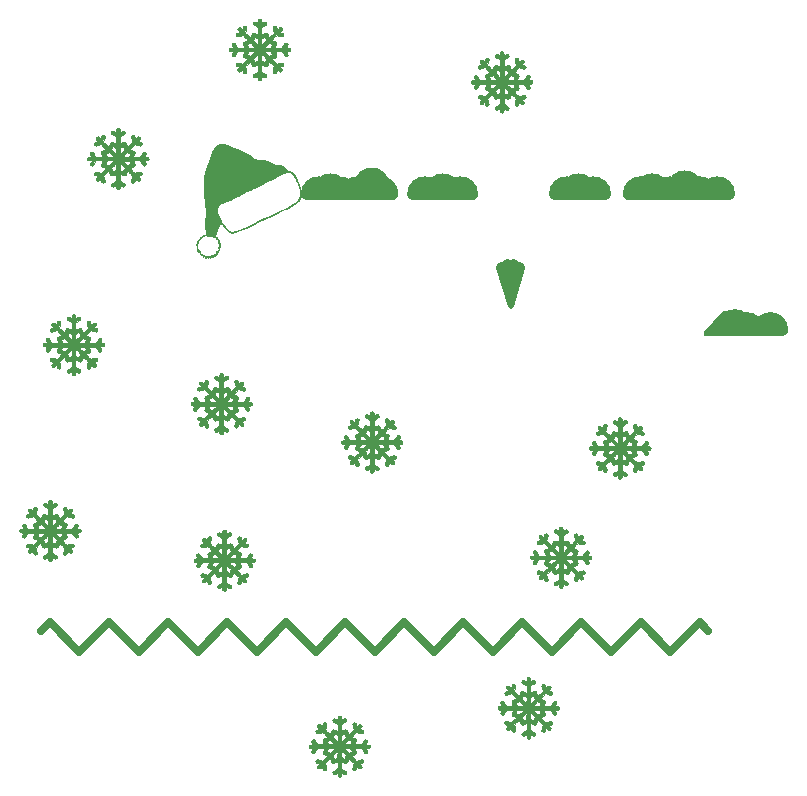
<source format=gbr>
%TF.GenerationSoftware,KiCad,Pcbnew,(5.1.10)-1*%
%TF.CreationDate,2021-10-20T07:52:33+02:00*%
%TF.ProjectId,TVZ_kuglica,54565a5f-6b75-4676-9c69-63612e6b6963,rev?*%
%TF.SameCoordinates,Original*%
%TF.FileFunction,Legend,Top*%
%TF.FilePolarity,Positive*%
%FSLAX46Y46*%
G04 Gerber Fmt 4.6, Leading zero omitted, Abs format (unit mm)*
G04 Created by KiCad (PCBNEW (5.1.10)-1) date 2021-10-20 07:52:33*
%MOMM*%
%LPD*%
G01*
G04 APERTURE LIST*
%ADD10C,0.100000*%
%ADD11C,0.500000*%
%ADD12C,1.000000*%
%ADD13C,0.120000*%
%ADD14C,0.700000*%
%ADD15C,0.010000*%
G04 APERTURE END LIST*
D10*
G36*
X167600000Y-94700000D02*
G01*
X164900000Y-94700000D01*
X164900000Y-94450000D01*
X166450000Y-92650000D01*
X167050000Y-92650000D01*
X167600000Y-94700000D01*
G37*
X167600000Y-94700000D02*
X164900000Y-94700000D01*
X164900000Y-94450000D01*
X166450000Y-92650000D01*
X167050000Y-92650000D01*
X167600000Y-94700000D01*
D11*
X148750000Y-91250000D02*
G75*
G03*
X148750000Y-91250000I-250000J0D01*
G01*
X148750000Y-90500000D02*
G75*
G03*
X148750000Y-90500000I-250000J0D01*
G01*
X148750000Y-90000000D02*
G75*
G03*
X148750000Y-90000000I-250000J0D01*
G01*
X148250000Y-89500000D02*
G75*
G03*
X148250000Y-89500000I-250000J0D01*
G01*
X149250000Y-89500000D02*
G75*
G03*
X149250000Y-89500000I-250000J0D01*
G01*
X148750000Y-89500000D02*
G75*
G03*
X148750000Y-89500000I-250000J0D01*
G01*
X149500000Y-89000000D02*
G75*
G03*
X149500000Y-89000000I-250000J0D01*
G01*
X149000000Y-88750000D02*
G75*
G03*
X149000000Y-88750000I-250000J0D01*
G01*
X148500000Y-88750000D02*
G75*
G03*
X148500000Y-88750000I-250000J0D01*
G01*
X148000000Y-89000000D02*
G75*
G03*
X148000000Y-89000000I-250000J0D01*
G01*
X148500000Y-92250000D02*
X149500000Y-89000000D01*
X147500000Y-89000000D02*
X148500000Y-92250000D01*
D12*
X168500000Y-94000000D02*
X166500000Y-94000000D01*
X166500000Y-94000000D02*
G75*
G02*
X168500000Y-94000000I1000000J0D01*
G01*
X169500000Y-94250000D02*
X167500000Y-94250000D01*
X167500000Y-94250000D02*
G75*
G02*
X169500000Y-94250000I1000000J0D01*
G01*
X171500000Y-94250000D02*
X169500000Y-94250000D01*
X169500000Y-94250000D02*
G75*
G02*
X171500000Y-94250000I1000000J0D01*
G01*
X161500000Y-82500000D02*
X159500000Y-82500000D01*
X159500000Y-82500000D02*
G75*
G02*
X161500000Y-82500000I1000000J0D01*
G01*
X164250000Y-82250000D02*
X162250000Y-82250000D01*
X162250000Y-82250000D02*
G75*
G02*
X164250000Y-82250000I1000000J0D01*
G01*
X167000000Y-82750000D02*
X165000000Y-82750000D01*
X165000000Y-82750000D02*
G75*
G02*
X167000000Y-82750000I1000000J0D01*
G01*
X165500000Y-82750000D02*
X163500000Y-82750000D01*
X163500000Y-82750000D02*
G75*
G02*
X165500000Y-82750000I1000000J0D01*
G01*
X163000000Y-82750000D02*
X161000000Y-82750000D01*
X161000000Y-82750000D02*
G75*
G02*
X163000000Y-82750000I1000000J0D01*
G01*
X167000000Y-82750000D02*
X158500000Y-82750000D01*
X158500000Y-82750000D02*
G75*
G02*
X160500000Y-82750000I1000000J0D01*
G01*
X155250000Y-82500000D02*
X153250000Y-82500000D01*
X153250000Y-82500000D02*
G75*
G02*
X155250000Y-82500000I1000000J0D01*
G01*
X155250000Y-82750000D02*
X153250000Y-82750000D01*
X153250000Y-82750000D02*
G75*
G02*
X155250000Y-82750000I1000000J0D01*
G01*
X156500000Y-82750000D02*
X154500000Y-82750000D01*
X154500000Y-82750000D02*
G75*
G02*
X156500000Y-82750000I1000000J0D01*
G01*
X154250000Y-82750000D02*
X152250000Y-82750000D01*
X152250000Y-82750000D02*
G75*
G02*
X154250000Y-82750000I1000000J0D01*
G01*
X143750000Y-82750000D02*
X141750000Y-82750000D01*
X141750000Y-82750000D02*
G75*
G02*
X143750000Y-82750000I1000000J0D01*
G01*
X143750000Y-82500000D02*
X141750000Y-82500000D01*
X141750000Y-82500000D02*
G75*
G02*
X143750000Y-82500000I1000000J0D01*
G01*
X145250000Y-82750000D02*
X143250000Y-82750000D01*
X143250000Y-82750000D02*
G75*
G02*
X145250000Y-82750000I1000000J0D01*
G01*
X142250000Y-82750000D02*
X140250000Y-82750000D01*
X140250000Y-82750000D02*
G75*
G02*
X142250000Y-82750000I1000000J0D01*
G01*
X137750000Y-82000000D02*
X135750000Y-82000000D01*
X135750000Y-82000000D02*
G75*
G02*
X137750000Y-82000000I1000000J0D01*
G01*
X138500000Y-82750000D02*
X136500000Y-82750000D01*
X136500000Y-82750000D02*
G75*
G02*
X138500000Y-82750000I1000000J0D01*
G01*
X136500000Y-82750000D02*
X134500000Y-82750000D01*
X134500000Y-82750000D02*
G75*
G02*
X136500000Y-82750000I1000000J0D01*
G01*
X134250000Y-82500000D02*
X132250000Y-82500000D01*
X132250000Y-82500000D02*
G75*
G02*
X134250000Y-82500000I1000000J0D01*
G01*
X135000000Y-82750000D02*
X133000000Y-82750000D01*
X133000000Y-82750000D02*
G75*
G02*
X135000000Y-82750000I1000000J0D01*
G01*
X133250000Y-82750000D02*
X131250000Y-82750000D01*
X131250000Y-82750000D02*
G75*
G02*
X133250000Y-82750000I1000000J0D01*
G01*
D13*
X122580000Y-86200000D02*
X122730000Y-86210000D01*
X122510000Y-86260000D02*
X122580000Y-86200000D01*
X122370000Y-86290000D02*
X122510000Y-86260000D01*
X122400000Y-86340000D02*
X122370000Y-86290000D01*
X122220000Y-86430000D02*
X122400000Y-86340000D01*
X122230000Y-86480000D02*
X122220000Y-86430000D01*
X122130000Y-86590000D02*
X122230000Y-86480000D01*
X122030000Y-86700000D02*
X122130000Y-86590000D01*
X121980000Y-86800000D02*
X122030000Y-86700000D01*
X121950000Y-86980000D02*
X121980000Y-86800000D01*
X121870000Y-87040000D02*
X121950000Y-86980000D01*
X121940000Y-87090000D02*
X121870000Y-87040000D01*
X121910000Y-87220000D02*
X121940000Y-87090000D01*
X121950000Y-87330000D02*
X121910000Y-87220000D01*
X122070000Y-87390000D02*
X121950000Y-87330000D01*
X121970000Y-87580000D02*
X122070000Y-87390000D01*
X122110000Y-87520000D02*
X121970000Y-87580000D01*
X122060000Y-87660000D02*
X122110000Y-87520000D01*
X122180000Y-87610000D02*
X122060000Y-87660000D01*
X122210000Y-87780000D02*
X122180000Y-87610000D01*
X122310000Y-87860000D02*
X122210000Y-87780000D01*
X122450000Y-87920000D02*
X122310000Y-87860000D01*
X122500000Y-88070000D02*
X122450000Y-87920000D01*
X122580000Y-87960000D02*
X122500000Y-88070000D01*
X122640000Y-88060000D02*
X122580000Y-87960000D01*
X122720000Y-88140000D02*
X122640000Y-88060000D01*
X122810000Y-88030000D02*
X122720000Y-88140000D01*
X122890000Y-88130000D02*
X122810000Y-88030000D01*
X122930000Y-88030000D02*
X122890000Y-88130000D01*
X123050000Y-88100000D02*
X122930000Y-88030000D01*
X123070000Y-88000000D02*
X123050000Y-88100000D01*
X123170000Y-88040000D02*
X123070000Y-88000000D01*
X123170000Y-87930000D02*
X123170000Y-88040000D01*
X123290000Y-87930000D02*
X123170000Y-87930000D01*
X123410000Y-87930000D02*
X123290000Y-87930000D01*
X123420000Y-87850000D02*
X123410000Y-87930000D01*
X123480000Y-87840000D02*
X123420000Y-87850000D01*
X123580000Y-87850000D02*
X123480000Y-87840000D01*
X123540000Y-87740000D02*
X123580000Y-87850000D01*
X123600000Y-87700000D02*
X123540000Y-87740000D01*
X123600000Y-87570000D02*
X123600000Y-87700000D01*
X123700000Y-87630000D02*
X123600000Y-87570000D01*
X123710000Y-87560000D02*
X123700000Y-87630000D01*
X123760000Y-87470000D02*
X123710000Y-87560000D01*
X123830000Y-87460000D02*
X123760000Y-87470000D01*
X123790000Y-87400000D02*
X123830000Y-87460000D01*
X123720000Y-87230000D02*
X123790000Y-87400000D01*
X123840000Y-87240000D02*
X123720000Y-87230000D01*
X123800000Y-87170000D02*
X123840000Y-87240000D01*
X123790000Y-87080000D02*
X123800000Y-87170000D01*
X123840000Y-87070000D02*
X123790000Y-87080000D01*
X123830000Y-86990000D02*
X123840000Y-87070000D01*
X123890000Y-86930000D02*
X123830000Y-86990000D01*
X123820000Y-86910000D02*
X123890000Y-86930000D01*
X123780000Y-86850000D02*
X123820000Y-86910000D01*
X123780000Y-86780000D02*
X123780000Y-86850000D01*
X123770000Y-86690000D02*
X123780000Y-86780000D01*
X123750000Y-86600000D02*
X123770000Y-86690000D01*
X123640000Y-86540000D02*
X123750000Y-86600000D01*
X123600000Y-86440000D02*
X123640000Y-86540000D01*
X123460000Y-86370000D02*
X123600000Y-86440000D01*
X123390000Y-86340000D02*
X123460000Y-86370000D01*
X123340000Y-86270000D02*
X123390000Y-86340000D01*
X123200000Y-86320000D02*
X123340000Y-86270000D01*
X123130000Y-86250000D02*
X123200000Y-86320000D01*
X123000000Y-86290000D02*
X123130000Y-86250000D01*
X122910000Y-86220000D02*
X123000000Y-86290000D01*
X122810000Y-86260000D02*
X122910000Y-86220000D01*
X122730000Y-86210000D02*
X122810000Y-86260000D01*
X122720000Y-86030000D02*
X122730000Y-86210000D01*
X122670000Y-85810000D02*
X122720000Y-86030000D01*
X122620000Y-85530000D02*
X122670000Y-85810000D01*
X122590000Y-85350000D02*
X122620000Y-85530000D01*
X122590000Y-85180000D02*
X122590000Y-85350000D01*
X122630000Y-84940000D02*
X122590000Y-85180000D01*
X122670000Y-84740000D02*
X122630000Y-84940000D01*
X122720000Y-84480000D02*
X122670000Y-84740000D01*
X122720000Y-84250000D02*
X122720000Y-84480000D01*
X122690000Y-84000000D02*
X122720000Y-84250000D01*
X122640000Y-83640000D02*
X122690000Y-84000000D01*
X122600000Y-83330000D02*
X122640000Y-83640000D01*
X122580000Y-82850000D02*
X122600000Y-83330000D01*
X122560000Y-82680000D02*
X122580000Y-82850000D01*
X122540000Y-82310000D02*
X122560000Y-82680000D01*
X122530000Y-82090000D02*
X122540000Y-82310000D01*
X122540000Y-81690000D02*
X122530000Y-82090000D01*
X122540000Y-81500000D02*
X122540000Y-81690000D01*
X122580000Y-81200000D02*
X122540000Y-81500000D01*
X122620000Y-80950000D02*
X122580000Y-81200000D01*
X122750000Y-80570000D02*
X122620000Y-80950000D01*
X122850000Y-80310000D02*
X122750000Y-80570000D01*
X122990000Y-79910000D02*
X122850000Y-80310000D01*
X123060000Y-79720000D02*
X122990000Y-79910000D01*
X123150000Y-79450000D02*
X123060000Y-79720000D01*
X123250000Y-79220000D02*
X123150000Y-79450000D01*
X123340000Y-79050000D02*
X123250000Y-79220000D01*
X123460000Y-78880000D02*
X123340000Y-79050000D01*
X123560000Y-78770000D02*
X123460000Y-78880000D01*
X123650000Y-78660000D02*
X123560000Y-78770000D01*
X123780000Y-78580000D02*
X123650000Y-78660000D01*
X123880000Y-78520000D02*
X123780000Y-78580000D01*
X123970000Y-78500000D02*
X123880000Y-78520000D01*
X124060000Y-78500000D02*
X123970000Y-78500000D01*
X124210000Y-78530000D02*
X124060000Y-78500000D01*
X124430000Y-78610000D02*
X124210000Y-78530000D01*
X124600000Y-78680000D02*
X124430000Y-78610000D01*
X124800000Y-78760000D02*
X124600000Y-78680000D01*
X125000000Y-78850000D02*
X124800000Y-78760000D01*
X125320000Y-78960000D02*
X125000000Y-78850000D01*
X125530000Y-79050000D02*
X125320000Y-78960000D01*
X125780000Y-79150000D02*
X125530000Y-79050000D01*
X126010000Y-79280000D02*
X125780000Y-79150000D01*
X126220000Y-79380000D02*
X126010000Y-79280000D01*
X126380000Y-79470000D02*
X126220000Y-79380000D01*
X126490000Y-79540000D02*
X126380000Y-79470000D01*
X126620000Y-79700000D02*
X126490000Y-79540000D01*
X126690000Y-79770000D02*
X126620000Y-79700000D01*
X126770000Y-79800000D02*
X126690000Y-79770000D01*
X126900000Y-79830000D02*
X126770000Y-79800000D01*
X127020000Y-79860000D02*
X126900000Y-79830000D01*
X127180000Y-79870000D02*
X127020000Y-79860000D01*
X127380000Y-79870000D02*
X127180000Y-79870000D01*
X127490000Y-79870000D02*
X127380000Y-79870000D01*
X128160000Y-80090000D02*
X127490000Y-79870000D01*
X128280000Y-80150000D02*
X128160000Y-80090000D01*
X128400000Y-80220000D02*
X128280000Y-80150000D01*
X128520000Y-80290000D02*
X128400000Y-80220000D01*
X128640000Y-80290000D02*
X128520000Y-80290000D01*
X128950000Y-80300000D02*
X128640000Y-80290000D01*
X129080000Y-80330000D02*
X128950000Y-80300000D01*
X129260000Y-80420000D02*
X129080000Y-80330000D01*
X129340000Y-80460000D02*
X129260000Y-80420000D01*
X129410000Y-80550000D02*
X129340000Y-80460000D01*
X129470000Y-80620000D02*
X129410000Y-80550000D01*
X129520000Y-80730000D02*
X129470000Y-80620000D01*
X129560000Y-80840000D02*
X129520000Y-80730000D01*
X123950000Y-85100000D02*
X124040000Y-85250000D01*
X123870000Y-84920000D02*
X123950000Y-85100000D01*
X123820000Y-84800000D02*
X123870000Y-84920000D01*
X123740000Y-84640000D02*
X123820000Y-84800000D01*
X123680000Y-84500000D02*
X123740000Y-84640000D01*
X123640000Y-84390000D02*
X123680000Y-84500000D01*
X123620000Y-84260000D02*
X123640000Y-84390000D01*
X123610000Y-84110000D02*
X123620000Y-84260000D01*
X123610000Y-83950000D02*
X123610000Y-84110000D01*
X123620000Y-83870000D02*
X123610000Y-83950000D01*
X123670000Y-83770000D02*
X123620000Y-83870000D01*
X123700000Y-83690000D02*
X123670000Y-83770000D01*
X123760000Y-83600000D02*
X123700000Y-83690000D01*
X123860000Y-83530000D02*
X123760000Y-83600000D01*
X123980000Y-83470000D02*
X123860000Y-83530000D01*
X124170000Y-83390000D02*
X123980000Y-83470000D01*
X124520000Y-83280000D02*
X124170000Y-83390000D01*
X124990000Y-83080000D02*
X124520000Y-83280000D01*
X125190000Y-82960000D02*
X124990000Y-83080000D01*
X125440000Y-82820000D02*
X125190000Y-82960000D01*
X125640000Y-82710000D02*
X125440000Y-82820000D01*
X125960000Y-82520000D02*
X125640000Y-82710000D01*
X126160000Y-82450000D02*
X125960000Y-82520000D01*
X126380000Y-82340000D02*
X126160000Y-82450000D01*
X126590000Y-82260000D02*
X126380000Y-82340000D01*
X126870000Y-82130000D02*
X126590000Y-82260000D01*
X127080000Y-82040000D02*
X126870000Y-82130000D01*
X127280000Y-81920000D02*
X127080000Y-82040000D01*
X127520000Y-81790000D02*
X127280000Y-81920000D01*
X127730000Y-81690000D02*
X127520000Y-81790000D01*
X127960000Y-81590000D02*
X127730000Y-81690000D01*
X128160000Y-81490000D02*
X127960000Y-81590000D01*
X128370000Y-81370000D02*
X128160000Y-81490000D01*
X128560000Y-81270000D02*
X128370000Y-81370000D01*
X128750000Y-81150000D02*
X128560000Y-81270000D01*
X128860000Y-81100000D02*
X128750000Y-81150000D01*
X128940000Y-81040000D02*
X128860000Y-81100000D01*
X129060000Y-81010000D02*
X128940000Y-81040000D01*
X129140000Y-80960000D02*
X129060000Y-81010000D01*
X129250000Y-80930000D02*
X129140000Y-80960000D01*
X129360000Y-80890000D02*
X129250000Y-80930000D01*
X129450000Y-80860000D02*
X129360000Y-80890000D01*
X129560000Y-80830000D02*
X129450000Y-80860000D01*
X129630000Y-80830000D02*
X129560000Y-80830000D01*
X129760000Y-80840000D02*
X129630000Y-80830000D01*
X129850000Y-80870000D02*
X129760000Y-80840000D01*
X129910000Y-80910000D02*
X129850000Y-80870000D01*
X130000000Y-80960000D02*
X129910000Y-80910000D01*
X130080000Y-81040000D02*
X130000000Y-80960000D01*
X130130000Y-81080000D02*
X130080000Y-81040000D01*
X130210000Y-81210000D02*
X130130000Y-81080000D01*
X130290000Y-81370000D02*
X130210000Y-81210000D01*
X130380000Y-81580000D02*
X130290000Y-81370000D01*
X130430000Y-81680000D02*
X130380000Y-81580000D01*
X130500000Y-81870000D02*
X130430000Y-81680000D01*
X130570000Y-82020000D02*
X130500000Y-81870000D01*
X130620000Y-82170000D02*
X130570000Y-82020000D01*
X130690000Y-82340000D02*
X130620000Y-82170000D01*
X130710000Y-82510000D02*
X130690000Y-82340000D01*
X130720000Y-82700000D02*
X130710000Y-82510000D01*
X130700000Y-82870000D02*
X130720000Y-82700000D01*
X130660000Y-83030000D02*
X130700000Y-82870000D01*
X130610000Y-83140000D02*
X130660000Y-83030000D01*
X130540000Y-83240000D02*
X130610000Y-83140000D01*
X130390000Y-83410000D02*
X130540000Y-83240000D01*
X130190000Y-83550000D02*
X130390000Y-83410000D01*
X129940000Y-83700000D02*
X130190000Y-83550000D01*
X129810000Y-83800000D02*
X129940000Y-83700000D01*
X129590000Y-83920000D02*
X129810000Y-83800000D01*
X129380000Y-84010000D02*
X129590000Y-83920000D01*
X129150000Y-84120000D02*
X129380000Y-84010000D01*
X128860000Y-84240000D02*
X129150000Y-84120000D01*
X128570000Y-84410000D02*
X128860000Y-84240000D01*
X128300000Y-84560000D02*
X128570000Y-84410000D01*
X128000000Y-84680000D02*
X128300000Y-84560000D01*
X127730000Y-84800000D02*
X128000000Y-84680000D01*
X127390000Y-84930000D02*
X127730000Y-84800000D01*
X127210000Y-85010000D02*
X127390000Y-84930000D01*
X126980000Y-85120000D02*
X127210000Y-85010000D01*
X126850000Y-85220000D02*
X126980000Y-85120000D01*
X126580000Y-85360000D02*
X126850000Y-85220000D01*
X126300000Y-85500000D02*
X126580000Y-85360000D01*
X125990000Y-85630000D02*
X126300000Y-85500000D01*
X125630000Y-85760000D02*
X125990000Y-85630000D01*
X125370000Y-85860000D02*
X125630000Y-85760000D01*
X125230000Y-85910000D02*
X125370000Y-85860000D01*
X125100000Y-85950000D02*
X125230000Y-85910000D01*
X124940000Y-85970000D02*
X125100000Y-85950000D01*
X124840000Y-85980000D02*
X124940000Y-85970000D01*
X124750000Y-85960000D02*
X124840000Y-85980000D01*
X124660000Y-85930000D02*
X124750000Y-85960000D01*
X124610000Y-85890000D02*
X124660000Y-85930000D01*
X124520000Y-85820000D02*
X124610000Y-85890000D01*
X124430000Y-85730000D02*
X124520000Y-85820000D01*
X124350000Y-85640000D02*
X124430000Y-85730000D01*
X124250000Y-85520000D02*
X124350000Y-85640000D01*
X124160000Y-85410000D02*
X124250000Y-85520000D01*
X124110000Y-85330000D02*
X124160000Y-85410000D01*
X124040000Y-85250000D02*
X124110000Y-85330000D01*
X123990000Y-85220000D02*
X124040000Y-85250000D01*
X123940000Y-85240000D02*
X123990000Y-85220000D01*
X123880000Y-85310000D02*
X123940000Y-85240000D01*
X123830000Y-85390000D02*
X123880000Y-85310000D01*
X123770000Y-85460000D02*
X123830000Y-85390000D01*
X123720000Y-85590000D02*
X123770000Y-85460000D01*
X123660000Y-85730000D02*
X123720000Y-85590000D01*
X123610000Y-85880000D02*
X123660000Y-85730000D01*
X123570000Y-85990000D02*
X123610000Y-85880000D01*
X123530000Y-86110000D02*
X123570000Y-85990000D01*
X123480000Y-86220000D02*
X123530000Y-86110000D01*
X123390000Y-86330000D02*
X123480000Y-86220000D01*
D14*
X157000000Y-121500000D02*
X154500000Y-119000000D01*
X122000000Y-121500000D02*
X119500000Y-119000000D01*
X117000000Y-121500000D02*
X114500000Y-119000000D01*
X129500000Y-119000000D02*
X127000000Y-121500000D01*
X137000000Y-121500000D02*
X134500000Y-119000000D01*
X112000000Y-121500000D02*
X109500000Y-119000000D01*
X139500000Y-119000000D02*
X137000000Y-121500000D01*
X134500000Y-119000000D02*
X132000000Y-121500000D01*
X152000000Y-121500000D02*
X149500000Y-119000000D01*
X109500000Y-119000000D02*
X108750000Y-119750000D01*
X147000000Y-121500000D02*
X144500000Y-119000000D01*
X154500000Y-119000000D02*
X152000000Y-121500000D01*
X165250000Y-119750000D02*
X164500000Y-119000000D01*
X127000000Y-121500000D02*
X124500000Y-119000000D01*
X162000000Y-121500000D02*
X159500000Y-119000000D01*
X114500000Y-119000000D02*
X112000000Y-121500000D01*
X159500000Y-119000000D02*
X157000000Y-121500000D01*
X149500000Y-119000000D02*
X147000000Y-121500000D01*
X119500000Y-119000000D02*
X117000000Y-121500000D01*
X142000000Y-121500000D02*
X139500000Y-119000000D01*
X124500000Y-119000000D02*
X122000000Y-121500000D01*
X144500000Y-119000000D02*
X142000000Y-121500000D01*
X132000000Y-121500000D02*
X129500000Y-119000000D01*
X164500000Y-119000000D02*
X162000000Y-121500000D01*
D15*
%TO.C,G\u002A\u002A\u002A*%
G36*
X123864472Y-78506910D02*
G01*
X123940429Y-78483644D01*
X124018597Y-78472993D01*
X124100620Y-78475029D01*
X124188149Y-78489824D01*
X124282833Y-78517453D01*
X124308082Y-78526472D01*
X124335211Y-78537002D01*
X124374246Y-78552862D01*
X124422578Y-78572958D01*
X124477596Y-78596192D01*
X124536691Y-78621468D01*
X124597253Y-78647690D01*
X124612902Y-78654520D01*
X124674547Y-78680806D01*
X124747696Y-78710890D01*
X124828844Y-78743397D01*
X124914488Y-78776952D01*
X125001122Y-78810180D01*
X125085240Y-78841706D01*
X125153485Y-78866619D01*
X125228449Y-78893697D01*
X125295129Y-78918137D01*
X125355384Y-78940767D01*
X125411069Y-78962415D01*
X125464041Y-78983912D01*
X125516159Y-79006083D01*
X125569278Y-79029759D01*
X125625255Y-79055767D01*
X125685949Y-79084936D01*
X125753215Y-79118095D01*
X125828910Y-79156071D01*
X125914893Y-79199694D01*
X126013019Y-79249792D01*
X126017361Y-79252013D01*
X126112984Y-79301046D01*
X126195665Y-79343830D01*
X126266669Y-79381207D01*
X126327257Y-79414020D01*
X126378691Y-79443111D01*
X126422235Y-79469321D01*
X126459150Y-79493494D01*
X126490698Y-79516471D01*
X126518142Y-79539095D01*
X126542744Y-79562210D01*
X126565768Y-79586654D01*
X126588474Y-79613274D01*
X126612126Y-79642908D01*
X126621727Y-79655269D01*
X126647551Y-79687856D01*
X126671859Y-79717066D01*
X126692070Y-79739892D01*
X126705602Y-79753326D01*
X126706494Y-79754042D01*
X126723904Y-79762735D01*
X126751896Y-79771725D01*
X126785292Y-79779431D01*
X126795914Y-79781310D01*
X126838471Y-79789493D01*
X126886259Y-79800555D01*
X126929502Y-79812219D01*
X126932655Y-79813165D01*
X126980282Y-79826952D01*
X127022207Y-79837221D01*
X127061868Y-79844292D01*
X127102708Y-79848490D01*
X127148167Y-79850134D01*
X127201685Y-79849548D01*
X127266705Y-79847054D01*
X127285189Y-79846169D01*
X127384177Y-79843070D01*
X127472198Y-79844619D01*
X127553646Y-79851441D01*
X127632911Y-79864161D01*
X127714386Y-79883407D01*
X127802461Y-79909805D01*
X127854720Y-79927396D01*
X127934328Y-79956947D01*
X128011780Y-79989944D01*
X128090582Y-80028087D01*
X128174242Y-80073082D01*
X128266266Y-80126629D01*
X128271135Y-80129553D01*
X128335657Y-80167971D01*
X128389552Y-80198678D01*
X128435588Y-80222482D01*
X128476533Y-80240191D01*
X128515156Y-80252611D01*
X128554223Y-80260550D01*
X128596506Y-80264817D01*
X128644770Y-80266219D01*
X128701785Y-80265563D01*
X128734425Y-80264717D01*
X128785492Y-80263926D01*
X128837337Y-80264260D01*
X128885159Y-80265616D01*
X128924158Y-80267886D01*
X128937962Y-80269225D01*
X128986229Y-80277852D01*
X129042541Y-80292633D01*
X129102048Y-80311877D01*
X129159900Y-80333891D01*
X129211249Y-80356986D01*
X129247977Y-80377349D01*
X129327518Y-80437389D01*
X129398538Y-80510517D01*
X129460519Y-80596119D01*
X129512950Y-80693577D01*
X129514685Y-80697369D01*
X129535178Y-80740046D01*
X129551151Y-80767946D01*
X129562823Y-80781447D01*
X129564274Y-80782281D01*
X129577335Y-80785111D01*
X129602652Y-80787968D01*
X129636608Y-80790521D01*
X129675586Y-80792443D01*
X129676631Y-80792482D01*
X129764632Y-80801141D01*
X129844738Y-80821057D01*
X129919249Y-80853284D01*
X129990463Y-80898878D01*
X130060680Y-80958894D01*
X130079513Y-80977453D01*
X130110182Y-81010335D01*
X130142318Y-81047785D01*
X130170267Y-81083131D01*
X130177199Y-81092623D01*
X130207821Y-81139913D01*
X130242445Y-81200994D01*
X130280406Y-81274482D01*
X130321033Y-81358997D01*
X130363658Y-81453157D01*
X130407611Y-81555581D01*
X130442979Y-81641787D01*
X130469890Y-81708525D01*
X130498977Y-81780411D01*
X130528562Y-81853314D01*
X130556967Y-81923103D01*
X130582514Y-81985650D01*
X130600035Y-82028349D01*
X130642127Y-82133524D01*
X130676833Y-82227236D01*
X130704684Y-82311785D01*
X130726208Y-82389468D01*
X130741935Y-82462585D01*
X130752394Y-82533435D01*
X130758113Y-82604318D01*
X130759621Y-82677531D01*
X130758879Y-82718604D01*
X130751970Y-82809673D01*
X130737213Y-82901866D01*
X130715595Y-82991233D01*
X130688101Y-83073823D01*
X130655723Y-83145688D01*
X130649012Y-83157960D01*
X130605655Y-83224038D01*
X130549264Y-83293218D01*
X130481904Y-83363701D01*
X130405641Y-83433684D01*
X130322538Y-83501368D01*
X130234661Y-83564951D01*
X130144074Y-83622633D01*
X130067303Y-83665257D01*
X130010917Y-83695403D01*
X129965275Y-83722359D01*
X129926313Y-83748661D01*
X129895085Y-83772661D01*
X129864028Y-83797531D01*
X129833388Y-83821548D01*
X129807917Y-83841007D01*
X129798740Y-83847773D01*
X129768823Y-83866457D01*
X129725316Y-83889421D01*
X129669713Y-83915999D01*
X129603507Y-83945528D01*
X129528194Y-83977342D01*
X129445269Y-84010777D01*
X129356224Y-84045168D01*
X129348173Y-84048207D01*
X129234728Y-84091963D01*
X129133488Y-84133342D01*
X129041266Y-84173856D01*
X128954880Y-84215017D01*
X128871142Y-84258338D01*
X128786865Y-84305333D01*
X128706421Y-84352929D01*
X128652787Y-84385062D01*
X128603236Y-84413876D01*
X128554801Y-84440954D01*
X128504514Y-84467873D01*
X128449410Y-84496214D01*
X128386521Y-84527556D01*
X128312881Y-84563479D01*
X128292477Y-84573345D01*
X128233462Y-84601697D01*
X128178196Y-84627895D01*
X128125048Y-84652634D01*
X128072385Y-84676612D01*
X128018576Y-84700525D01*
X127961987Y-84725073D01*
X127900987Y-84750950D01*
X127833943Y-84778854D01*
X127759222Y-84809485D01*
X127675193Y-84843536D01*
X127580224Y-84881707D01*
X127472681Y-84924694D01*
X127430673Y-84941443D01*
X127342290Y-84976920D01*
X127266384Y-85008118D01*
X127200543Y-85036270D01*
X127142355Y-85062611D01*
X127089411Y-85088373D01*
X127039298Y-85114790D01*
X126989608Y-85143097D01*
X126937926Y-85174525D01*
X126881843Y-85210309D01*
X126818948Y-85251682D01*
X126801338Y-85263403D01*
X126743507Y-85300876D01*
X126685719Y-85335921D01*
X126626221Y-85369355D01*
X126563265Y-85401997D01*
X126495103Y-85434661D01*
X126419983Y-85468165D01*
X126336155Y-85503327D01*
X126241871Y-85540965D01*
X126135380Y-85581892D01*
X126053364Y-85612668D01*
X125983224Y-85638825D01*
X125920410Y-85662372D01*
X125862688Y-85684184D01*
X125807821Y-85705136D01*
X125753577Y-85726097D01*
X125697718Y-85747946D01*
X125638011Y-85771551D01*
X125572219Y-85797789D01*
X125498109Y-85827533D01*
X125413446Y-85861656D01*
X125331074Y-85894932D01*
X125239438Y-85931059D01*
X125160176Y-85960168D01*
X125091632Y-85982663D01*
X125032151Y-85998954D01*
X124980074Y-86009443D01*
X124933745Y-86014540D01*
X124891506Y-86014648D01*
X124857264Y-86011073D01*
X124789788Y-85993375D01*
X124718175Y-85960396D01*
X124642465Y-85912171D01*
X124562700Y-85848737D01*
X124478918Y-85770127D01*
X124391162Y-85676376D01*
X124299472Y-85567519D01*
X124209162Y-85450690D01*
X124159057Y-85383797D01*
X124117071Y-85328994D01*
X124082082Y-85285461D01*
X124052973Y-85252373D01*
X124028626Y-85228913D01*
X124007923Y-85214255D01*
X123989745Y-85207580D01*
X123972973Y-85208065D01*
X123956492Y-85214888D01*
X123939179Y-85227229D01*
X123923604Y-85240866D01*
X123896544Y-85270183D01*
X123865102Y-85311833D01*
X123830745Y-85363393D01*
X123794944Y-85422437D01*
X123759167Y-85486541D01*
X123724884Y-85553282D01*
X123693564Y-85620237D01*
X123693244Y-85620960D01*
X123678976Y-85655767D01*
X123661695Y-85701967D01*
X123642757Y-85755689D01*
X123623517Y-85813066D01*
X123605334Y-85870227D01*
X123601722Y-85882021D01*
X123575092Y-85966180D01*
X123550127Y-86037203D01*
X123525725Y-86097590D01*
X123500787Y-86149840D01*
X123474214Y-86196449D01*
X123444904Y-86239917D01*
X123442902Y-86242660D01*
X123420832Y-86275247D01*
X123409957Y-86297673D01*
X123409493Y-86309874D01*
X123421071Y-86322438D01*
X123438395Y-86331348D01*
X123453700Y-86332776D01*
X123454978Y-86332290D01*
X123470736Y-86332638D01*
X123488646Y-86343239D01*
X123503044Y-86360525D01*
X123504596Y-86363568D01*
X123513555Y-86376496D01*
X123529254Y-86387962D01*
X123554981Y-86399994D01*
X123577974Y-86408836D01*
X123606744Y-86420577D01*
X123628268Y-86431607D01*
X123639212Y-86440133D01*
X123639924Y-86442202D01*
X123635722Y-86456434D01*
X123628386Y-86473204D01*
X123621850Y-86490291D01*
X123621116Y-86500756D01*
X123629462Y-86506725D01*
X123648861Y-86516626D01*
X123675585Y-86528600D01*
X123683992Y-86532120D01*
X123714311Y-86545197D01*
X123733480Y-86555728D01*
X123745260Y-86566612D01*
X123753414Y-86580748D01*
X123756516Y-86587995D01*
X123768425Y-86612395D01*
X123781637Y-86633066D01*
X123784225Y-86636236D01*
X123793483Y-86650170D01*
X123790222Y-86661723D01*
X123783731Y-86669093D01*
X123775475Y-86684087D01*
X123777281Y-86703455D01*
X123789796Y-86729112D01*
X123813665Y-86762977D01*
X123816676Y-86766858D01*
X123834086Y-86793490D01*
X123838076Y-86813553D01*
X123828303Y-86829481D01*
X123805916Y-86843015D01*
X123789059Y-86853048D01*
X123781509Y-86861975D01*
X123781667Y-86863839D01*
X123790288Y-86870074D01*
X123810158Y-86879979D01*
X123837607Y-86891791D01*
X123849435Y-86896478D01*
X123878490Y-86908066D01*
X123901130Y-86917739D01*
X123913838Y-86923968D01*
X123915357Y-86925157D01*
X123910360Y-86931232D01*
X123895621Y-86942451D01*
X123884361Y-86949953D01*
X123859497Y-86969502D01*
X123846955Y-86990618D01*
X123845618Y-87017138D01*
X123854373Y-87052905D01*
X123854411Y-87053026D01*
X123862028Y-87078120D01*
X123863943Y-87092616D01*
X123859587Y-87100939D01*
X123848395Y-87107511D01*
X123847356Y-87108012D01*
X123837082Y-87113654D01*
X123831712Y-87120630D01*
X123830997Y-87132492D01*
X123834688Y-87152794D01*
X123842081Y-87183269D01*
X123849211Y-87213761D01*
X123854093Y-87238373D01*
X123855957Y-87253060D01*
X123855766Y-87255072D01*
X123847517Y-87257170D01*
X123830082Y-87253902D01*
X123824185Y-87252055D01*
X123803963Y-87245855D01*
X123790434Y-87244470D01*
X123783413Y-87249630D01*
X123782719Y-87263064D01*
X123788168Y-87286501D01*
X123799577Y-87321670D01*
X123812842Y-87359327D01*
X123823698Y-87391938D01*
X123831487Y-87419656D01*
X123835210Y-87438661D01*
X123835072Y-87444304D01*
X123826019Y-87454205D01*
X123807540Y-87466852D01*
X123795320Y-87473565D01*
X123773073Y-87487142D01*
X123757187Y-87503804D01*
X123745952Y-87526883D01*
X123737655Y-87559707D01*
X123731696Y-87597294D01*
X123724890Y-87632266D01*
X123715666Y-87652168D01*
X123703277Y-87657720D01*
X123686971Y-87649637D01*
X123681748Y-87645163D01*
X123664233Y-87631037D01*
X123654435Y-87629296D01*
X123651057Y-87640943D01*
X123652797Y-87666982D01*
X123652859Y-87667512D01*
X123654751Y-87695594D01*
X123651560Y-87709702D01*
X123642361Y-87711177D01*
X123628482Y-87703032D01*
X123619051Y-87697073D01*
X123615955Y-87699537D01*
X123618630Y-87712977D01*
X123622957Y-87728008D01*
X123630241Y-87758700D01*
X123628806Y-87779642D01*
X123616640Y-87795230D01*
X123591730Y-87809858D01*
X123583764Y-87813655D01*
X123541157Y-87833523D01*
X123558135Y-87857216D01*
X123568504Y-87872873D01*
X123568847Y-87880119D01*
X123558748Y-87883176D01*
X123555528Y-87883643D01*
X123537928Y-87884461D01*
X123510385Y-87884004D01*
X123478772Y-87882371D01*
X123477881Y-87882309D01*
X123448307Y-87880406D01*
X123431992Y-87880310D01*
X123426362Y-87882651D01*
X123428843Y-87888057D01*
X123433311Y-87893207D01*
X123452955Y-87915982D01*
X123462761Y-87930648D01*
X123464269Y-87940162D01*
X123460746Y-87945840D01*
X123446057Y-87952679D01*
X123417979Y-87958177D01*
X123378964Y-87962115D01*
X123331458Y-87964270D01*
X123277908Y-87964418D01*
X123260348Y-87964019D01*
X123210779Y-87963435D01*
X123176644Y-87965265D01*
X123157626Y-87969924D01*
X123153409Y-87977831D01*
X123163677Y-87989402D01*
X123188114Y-88005054D01*
X123217418Y-88020675D01*
X123244360Y-88034846D01*
X123265200Y-88046675D01*
X123276363Y-88054104D01*
X123277263Y-88055106D01*
X123274065Y-88062798D01*
X123257993Y-88068424D01*
X123231997Y-88071197D01*
X123216763Y-88071280D01*
X123190211Y-88067466D01*
X123156701Y-88058297D01*
X123123367Y-88045736D01*
X123122518Y-88045361D01*
X123095530Y-88034238D01*
X123074541Y-88027245D01*
X123063290Y-88025580D01*
X123062473Y-88026078D01*
X123062812Y-88036097D01*
X123067517Y-88056287D01*
X123073998Y-88077440D01*
X123081090Y-88101873D01*
X123084148Y-88119553D01*
X123082951Y-88126010D01*
X123073649Y-88124038D01*
X123053090Y-88116467D01*
X123024351Y-88104514D01*
X122991953Y-88090058D01*
X122954024Y-88073441D01*
X122919204Y-88059673D01*
X122889676Y-88049425D01*
X122867625Y-88043366D01*
X122855236Y-88042172D01*
X122854694Y-88046512D01*
X122856517Y-88048405D01*
X122885976Y-88078236D01*
X122901799Y-88100364D01*
X122904059Y-88115096D01*
X122892827Y-88122739D01*
X122873943Y-88123947D01*
X122847726Y-88118867D01*
X122825553Y-88109300D01*
X122805718Y-88098587D01*
X122778454Y-88085732D01*
X122760349Y-88077951D01*
X122726172Y-88067688D01*
X122699043Y-88069182D01*
X122676902Y-88083545D01*
X122657683Y-88111891D01*
X122645053Y-88140169D01*
X122636203Y-88159488D01*
X122628888Y-88170254D01*
X122626785Y-88171130D01*
X122622565Y-88163033D01*
X122616245Y-88143398D01*
X122609081Y-88116204D01*
X122607957Y-88111489D01*
X122597725Y-88073408D01*
X122585557Y-88036442D01*
X122572716Y-88003626D01*
X122560468Y-87977998D01*
X122550077Y-87962594D01*
X122544632Y-87959515D01*
X122536898Y-87966436D01*
X122524156Y-87984120D01*
X122508715Y-88009243D01*
X122502987Y-88019385D01*
X122487868Y-88045946D01*
X122475595Y-88065980D01*
X122468124Y-88076358D01*
X122466947Y-88077116D01*
X122465102Y-88069195D01*
X122463833Y-88049913D01*
X122463450Y-88028616D01*
X122460550Y-87986833D01*
X122450480Y-87954649D01*
X122431087Y-87929258D01*
X122400223Y-87907846D01*
X122355733Y-87887606D01*
X122355412Y-87887479D01*
X122306057Y-87865857D01*
X122268480Y-87843997D01*
X122238758Y-87819330D01*
X122221031Y-87799646D01*
X122208313Y-87782261D01*
X122199293Y-87764211D01*
X122192099Y-87740589D01*
X122184855Y-87706491D01*
X122184273Y-87703453D01*
X122176565Y-87663752D01*
X122170154Y-87637589D01*
X122163105Y-87622961D01*
X122153487Y-87617861D01*
X122139370Y-87620286D01*
X122118820Y-87628230D01*
X122113772Y-87630302D01*
X122088197Y-87640177D01*
X122072937Y-87643661D01*
X122063886Y-87640990D01*
X122057664Y-87633539D01*
X122053785Y-87619458D01*
X122093509Y-87600935D01*
X122100697Y-87599987D01*
X122115934Y-87591839D01*
X122121613Y-87588145D01*
X122142148Y-87576911D01*
X122159282Y-87575716D01*
X122169768Y-87578724D01*
X122185075Y-87586505D01*
X122196183Y-87598882D01*
X122204564Y-87618950D01*
X122211691Y-87649801D01*
X122216216Y-87676264D01*
X122226075Y-87724620D01*
X122239847Y-87761530D01*
X122260163Y-87790244D01*
X122289653Y-87814016D01*
X122330945Y-87836094D01*
X122353558Y-87846123D01*
X122397845Y-87865983D01*
X122429645Y-87882936D01*
X122451622Y-87898826D01*
X122466440Y-87915498D01*
X122474613Y-87929959D01*
X122483519Y-87946981D01*
X122491188Y-87951426D01*
X122502678Y-87945291D01*
X122506464Y-87942541D01*
X122535998Y-87926434D01*
X122561447Y-87924936D01*
X122583276Y-87938326D01*
X122601952Y-87966884D01*
X122617422Y-88009089D01*
X122625374Y-88036227D01*
X122631531Y-88056736D01*
X122634641Y-88066455D01*
X122634716Y-88066632D01*
X122640597Y-88064115D01*
X122652593Y-88053336D01*
X122652948Y-88052974D01*
X122682829Y-88032858D01*
X122718682Y-88027297D01*
X122760021Y-88036342D01*
X122770211Y-88040475D01*
X122794297Y-88050487D01*
X122807161Y-88053757D01*
X122811862Y-88050481D01*
X122811780Y-88043127D01*
X122816305Y-88023162D01*
X122832431Y-88008002D01*
X122848760Y-88002692D01*
X122862100Y-88004607D01*
X122886462Y-88011318D01*
X122918131Y-88021711D01*
X122946644Y-88032082D01*
X122979987Y-88044536D01*
X123007417Y-88054404D01*
X123025828Y-88060596D01*
X123032093Y-88062145D01*
X123031545Y-88055031D01*
X123028177Y-88046454D01*
X123025924Y-88027182D01*
X123031726Y-88005114D01*
X123043055Y-87988067D01*
X123048170Y-87984583D01*
X123062379Y-87983789D01*
X123083783Y-87988328D01*
X123090348Y-87990516D01*
X123109344Y-87996642D01*
X123116645Y-87996091D01*
X123115064Y-87988622D01*
X123114970Y-87988418D01*
X123112586Y-87970622D01*
X123115185Y-87957439D01*
X123126252Y-87942583D01*
X123147723Y-87932858D01*
X123181167Y-87927883D01*
X123228154Y-87927276D01*
X123237810Y-87927587D01*
X123273293Y-87928460D01*
X123310708Y-87928632D01*
X123346178Y-87928174D01*
X123375829Y-87927160D01*
X123395784Y-87925660D01*
X123401460Y-87924567D01*
X123401000Y-87917812D01*
X123394923Y-87907474D01*
X123388587Y-87886863D01*
X123394713Y-87865821D01*
X123411383Y-87850635D01*
X123412398Y-87850169D01*
X123429606Y-87846360D01*
X123454927Y-87844760D01*
X123467346Y-87844975D01*
X123506471Y-87846763D01*
X123515617Y-87821636D01*
X123524647Y-87804066D01*
X123539387Y-87792020D01*
X123559552Y-87782909D01*
X123594341Y-87769311D01*
X123582338Y-87723858D01*
X123576430Y-87688124D01*
X123580583Y-87664148D01*
X123594721Y-87652214D01*
X123601853Y-87650945D01*
X123610812Y-87646678D01*
X123610810Y-87643122D01*
X123610930Y-87629063D01*
X123617606Y-87610150D01*
X123627604Y-87594022D01*
X123633757Y-87588907D01*
X123648052Y-87588402D01*
X123667694Y-87594140D01*
X123668488Y-87594488D01*
X123692381Y-87605122D01*
X123699889Y-87557492D01*
X123712150Y-87509927D01*
X123732506Y-87474895D01*
X123762044Y-87450686D01*
X123770460Y-87446371D01*
X123784171Y-87439459D01*
X123792617Y-87432167D01*
X123795689Y-87421802D01*
X123793274Y-87405669D01*
X123785259Y-87381074D01*
X123771534Y-87345324D01*
X123765628Y-87330358D01*
X123755130Y-87300311D01*
X123747758Y-87272568D01*
X123745193Y-87254285D01*
X123751625Y-87229884D01*
X123768088Y-87212496D01*
X123790392Y-87206236D01*
X123793886Y-87206499D01*
X123806891Y-87207127D01*
X123809813Y-87205927D01*
X123807326Y-87197384D01*
X123802264Y-87178279D01*
X123798042Y-87161851D01*
X123791487Y-87128236D01*
X123792526Y-87104302D01*
X123801736Y-87085490D01*
X123808683Y-87077497D01*
X123817093Y-87060307D01*
X123815343Y-87048749D01*
X123808042Y-87020609D01*
X123808716Y-86990012D01*
X123816851Y-86963958D01*
X123822141Y-86956309D01*
X123834180Y-86942394D01*
X123840326Y-86934511D01*
X123834848Y-86929808D01*
X123818563Y-86921776D01*
X123804320Y-86915853D01*
X123771323Y-86899971D01*
X123752845Y-86883050D01*
X123747545Y-86863310D01*
X123751419Y-86845566D01*
X123763572Y-86825047D01*
X123779745Y-86811429D01*
X123792386Y-86803425D01*
X123791353Y-86794542D01*
X123786576Y-86788537D01*
X123775514Y-86773823D01*
X123760717Y-86751480D01*
X123751735Y-86736910D01*
X123738873Y-86713578D01*
X123733995Y-86697779D01*
X123735840Y-86684139D01*
X123738021Y-86678450D01*
X123741847Y-86661840D01*
X123738368Y-86642348D01*
X123728385Y-86618105D01*
X123717804Y-86597103D01*
X123707191Y-86583248D01*
X123692126Y-86572813D01*
X123668187Y-86562072D01*
X123656236Y-86557291D01*
X123618048Y-86538680D01*
X123595110Y-86518762D01*
X123586811Y-86496761D01*
X123591215Y-86474854D01*
X123594979Y-86464021D01*
X123593015Y-86456691D01*
X123582462Y-86450212D01*
X123560458Y-86441935D01*
X123552794Y-86439260D01*
X123509331Y-86418485D01*
X123483485Y-86396027D01*
X123457332Y-86373405D01*
X123431680Y-86364910D01*
X123409516Y-86358097D01*
X123393605Y-86346815D01*
X123392391Y-86345170D01*
X123383609Y-86335571D01*
X123373096Y-86336902D01*
X123361235Y-86344535D01*
X123333927Y-86355740D01*
X123306721Y-86351703D01*
X123282278Y-86332847D01*
X123281417Y-86331818D01*
X123264919Y-86317679D01*
X123247620Y-86316958D01*
X123246087Y-86317412D01*
X123221138Y-86318402D01*
X123200215Y-86304199D01*
X123186030Y-86281417D01*
X123177131Y-86264254D01*
X123169219Y-86259693D01*
X123156772Y-86265861D01*
X123151222Y-86269594D01*
X123133679Y-86278503D01*
X123114941Y-86279347D01*
X123093097Y-86274237D01*
X123065495Y-86269046D01*
X123039477Y-86268642D01*
X123032465Y-86269783D01*
X123004198Y-86270957D01*
X122980407Y-86261788D01*
X122965295Y-86244508D01*
X122962214Y-86232461D01*
X122960814Y-86216275D01*
X122959887Y-86209650D01*
X122952916Y-86212006D01*
X122935063Y-86219746D01*
X122909754Y-86231369D01*
X122901114Y-86235438D01*
X122871579Y-86248964D01*
X122852031Y-86256094D01*
X122838326Y-86257675D01*
X122826322Y-86254552D01*
X122820484Y-86251891D01*
X122799935Y-86235605D01*
X122791901Y-86220999D01*
X122787581Y-86209794D01*
X122780868Y-86206267D01*
X122767571Y-86210207D01*
X122748838Y-86218856D01*
X122721586Y-86229559D01*
X122696959Y-86232207D01*
X122669565Y-86228654D01*
X122638197Y-86225008D01*
X122607019Y-86224865D01*
X122595134Y-86226142D01*
X122571207Y-86229196D01*
X122552310Y-86229970D01*
X122549327Y-86229727D01*
X122537689Y-86233727D01*
X122526150Y-86250507D01*
X122521614Y-86260163D01*
X122505687Y-86286891D01*
X122484154Y-86302514D01*
X122452490Y-86310124D01*
X122447706Y-86310654D01*
X122428909Y-86314268D01*
X122419812Y-86323095D01*
X122415787Y-86335439D01*
X122402876Y-86357526D01*
X122374560Y-86381743D01*
X122330724Y-86408176D01*
X122299179Y-86424064D01*
X122273396Y-86437295D01*
X122258586Y-86448166D01*
X122250932Y-86460081D01*
X122248059Y-86469694D01*
X122241407Y-86489802D01*
X122229823Y-86511499D01*
X122211826Y-86536731D01*
X122185936Y-86567444D01*
X122150674Y-86605582D01*
X122122459Y-86634831D01*
X122091480Y-86667647D01*
X122063351Y-86699387D01*
X122040595Y-86727061D01*
X122025735Y-86747682D01*
X122022800Y-86752813D01*
X122014432Y-86775121D01*
X122005603Y-86807729D01*
X121997707Y-86845170D01*
X121994584Y-86863714D01*
X121983686Y-86922156D01*
X121971028Y-86966768D01*
X121956852Y-86996876D01*
X121941745Y-87011647D01*
X121933651Y-87018221D01*
X121935863Y-87028818D01*
X121942726Y-87039861D01*
X121950181Y-87055013D01*
X121954059Y-87075416D01*
X121954816Y-87104934D01*
X121953723Y-87133261D01*
X121951888Y-87168386D01*
X121950290Y-87200023D01*
X121949193Y-87222943D01*
X121948970Y-87228110D01*
X121952266Y-87259924D01*
X121962702Y-87296744D01*
X121977832Y-87330928D01*
X121986204Y-87344382D01*
X122001239Y-87360260D01*
X122016025Y-87363158D01*
X122019724Y-87362259D01*
X122037106Y-87363669D01*
X122049649Y-87377860D01*
X122055987Y-87402119D01*
X122054971Y-87432365D01*
X122051940Y-87454434D01*
X122050487Y-87468676D01*
X122050535Y-87471212D01*
X122057675Y-87470563D01*
X122068181Y-87467159D01*
X122089710Y-87466163D01*
X122110042Y-87475737D01*
X122119235Y-87487068D01*
X122119242Y-87499177D01*
X122114811Y-87521261D01*
X122107535Y-87546496D01*
X122099567Y-87572511D01*
X122094531Y-87592162D01*
X122093509Y-87600935D01*
X122053785Y-87619458D01*
X122053637Y-87618918D01*
X122056427Y-87595749D01*
X122066361Y-87561311D01*
X122066440Y-87561077D01*
X122074895Y-87533761D01*
X122080084Y-87513126D01*
X122081086Y-87502954D01*
X122080721Y-87502512D01*
X122072728Y-87506399D01*
X122057037Y-87518194D01*
X122043426Y-87529754D01*
X122024557Y-87545380D01*
X122010449Y-87555069D01*
X122005538Y-87556778D01*
X122004116Y-87548622D01*
X122004939Y-87528609D01*
X122007807Y-87500570D01*
X122009050Y-87491048D01*
X122014260Y-87452879D01*
X122017452Y-87427929D01*
X122018725Y-87413686D01*
X122018176Y-87407637D01*
X122015905Y-87407267D01*
X122012230Y-87409897D01*
X121999464Y-87410639D01*
X121982949Y-87398530D01*
X121964545Y-87375575D01*
X121946110Y-87343774D01*
X121940975Y-87333079D01*
X121924562Y-87291475D01*
X121915406Y-87251334D01*
X121912736Y-87207153D01*
X121915786Y-87153428D01*
X121915824Y-87153024D01*
X121917970Y-87107014D01*
X121914024Y-87073451D01*
X121903378Y-87049889D01*
X121886398Y-87034471D01*
X121865385Y-87021460D01*
X121892169Y-87003335D01*
X121924428Y-86974670D01*
X121944033Y-86939507D01*
X121952768Y-86895828D01*
X121961142Y-86831079D01*
X121974081Y-86775988D01*
X121990953Y-86732955D01*
X122000095Y-86717524D01*
X122015397Y-86697800D01*
X122038442Y-86670997D01*
X122065659Y-86641176D01*
X122084680Y-86621294D01*
X122124609Y-86580114D01*
X122154785Y-86547985D01*
X122176823Y-86522877D01*
X122192340Y-86502761D01*
X122202953Y-86485610D01*
X122210276Y-86469393D01*
X122213787Y-86459191D01*
X122219384Y-86442721D01*
X122225830Y-86430471D01*
X122235988Y-86419832D01*
X122252724Y-86408196D01*
X122278902Y-86392956D01*
X122298638Y-86381939D01*
X122338117Y-86358869D01*
X122364287Y-86340468D01*
X122378467Y-86325240D01*
X122381974Y-86311688D01*
X122376129Y-86298317D01*
X122374361Y-86296029D01*
X122367630Y-86284469D01*
X122371847Y-86277839D01*
X122388709Y-86275219D01*
X122412514Y-86275399D01*
X122448704Y-86273007D01*
X122474118Y-86261646D01*
X122492110Y-86239573D01*
X122495850Y-86232159D01*
X122511812Y-86207135D01*
X122532290Y-86195416D01*
X122558553Y-86194162D01*
X122581141Y-86193195D01*
X122596829Y-86189140D01*
X122612715Y-86186705D01*
X122637981Y-86187490D01*
X122660670Y-86190335D01*
X122687393Y-86194068D01*
X122707986Y-86195575D01*
X122716791Y-86194818D01*
X122720697Y-86185090D01*
X122723012Y-86161734D01*
X122723731Y-86126920D01*
X122722855Y-86082816D01*
X122720378Y-86031590D01*
X122717017Y-85984116D01*
X122712711Y-85941482D01*
X122706310Y-85897099D01*
X122697282Y-85848374D01*
X122685093Y-85792712D01*
X122669210Y-85727520D01*
X122649098Y-85650204D01*
X122645589Y-85637046D01*
X122616021Y-85508659D01*
X122598043Y-85386728D01*
X122591134Y-85267453D01*
X122591046Y-85241422D01*
X122591845Y-85203149D01*
X123790774Y-84644079D01*
X123844537Y-84746486D01*
X123878118Y-84809155D01*
X123905634Y-84865037D01*
X123930016Y-84920422D01*
X123954194Y-84981600D01*
X123954567Y-84982589D01*
X123983289Y-85054016D01*
X124011924Y-85114480D01*
X124043204Y-85168644D01*
X124079862Y-85221167D01*
X124124629Y-85276710D01*
X124131967Y-85285306D01*
X124154352Y-85311646D01*
X124184101Y-85347050D01*
X124218524Y-85388294D01*
X124254931Y-85432159D01*
X124289825Y-85474437D01*
X124325848Y-85518046D01*
X124362787Y-85562451D01*
X124397875Y-85604347D01*
X124428345Y-85640429D01*
X124450693Y-85666544D01*
X124512632Y-85735106D01*
X124571559Y-85793283D01*
X124628896Y-85841300D01*
X124686067Y-85879383D01*
X124744496Y-85907756D01*
X124805607Y-85926646D01*
X124870824Y-85936276D01*
X124941570Y-85936873D01*
X125019269Y-85928662D01*
X125105344Y-85911868D01*
X125201222Y-85886715D01*
X125308323Y-85853430D01*
X125410701Y-85818398D01*
X125452419Y-85803310D01*
X125506517Y-85783195D01*
X125570646Y-85758963D01*
X125642461Y-85731521D01*
X125719618Y-85701780D01*
X125799772Y-85670648D01*
X125880576Y-85639038D01*
X125959685Y-85607855D01*
X126034754Y-85578010D01*
X126103437Y-85550414D01*
X126136339Y-85537054D01*
X126191275Y-85513903D01*
X126253876Y-85486262D01*
X126321420Y-85455443D01*
X126391182Y-85422756D01*
X126460439Y-85389511D01*
X126526466Y-85357018D01*
X126586540Y-85326589D01*
X126637935Y-85299533D01*
X126677930Y-85277160D01*
X126683578Y-85273809D01*
X126712146Y-85256633D01*
X126750573Y-85233485D01*
X126795132Y-85206613D01*
X126842096Y-85178261D01*
X126878399Y-85156328D01*
X126965683Y-85104902D01*
X127050489Y-85057895D01*
X127136088Y-85013706D01*
X127225747Y-84970734D01*
X127322741Y-84927378D01*
X127430339Y-84882038D01*
X127480941Y-84861428D01*
X127613304Y-84807893D01*
X127732171Y-84759573D01*
X127838828Y-84715883D01*
X127934559Y-84676243D01*
X128020649Y-84640073D01*
X128098383Y-84606790D01*
X128169045Y-84575814D01*
X128233920Y-84546562D01*
X128294292Y-84518454D01*
X128351447Y-84490909D01*
X128406669Y-84463343D01*
X128461242Y-84435178D01*
X128516452Y-84405830D01*
X128573583Y-84374720D01*
X128633919Y-84341264D01*
X128648905Y-84332886D01*
X128699891Y-84304750D01*
X128749926Y-84278081D01*
X128801527Y-84251640D01*
X128857212Y-84224191D01*
X128919499Y-84194496D01*
X128990908Y-84161318D01*
X129073957Y-84123420D01*
X129090694Y-84115839D01*
X129202164Y-84065328D01*
X129300139Y-84020747D01*
X129385639Y-83981600D01*
X129459681Y-83947384D01*
X129523287Y-83917603D01*
X129577475Y-83891759D01*
X129623264Y-83869350D01*
X129661674Y-83849879D01*
X129693724Y-83832848D01*
X129720434Y-83817755D01*
X129742824Y-83804104D01*
X129761911Y-83791395D01*
X129778717Y-83779129D01*
X129778805Y-83779061D01*
X129835373Y-83736082D01*
X129882227Y-83701047D01*
X129922108Y-83672051D01*
X129957755Y-83647191D01*
X129991907Y-83624563D01*
X130027304Y-83602265D01*
X130066685Y-83578391D01*
X130073161Y-83574522D01*
X130157235Y-83522997D01*
X130228854Y-83475818D01*
X130290212Y-83431210D01*
X130343502Y-83387400D01*
X130390916Y-83342616D01*
X130434649Y-83295083D01*
X130466334Y-83256585D01*
X130540875Y-83150917D01*
X130599831Y-83042532D01*
X130643294Y-82931184D01*
X130671360Y-82816630D01*
X130684123Y-82698626D01*
X130684313Y-82693911D01*
X130684964Y-82629965D01*
X130681813Y-82565376D01*
X130674488Y-82498671D01*
X130662621Y-82428375D01*
X130645843Y-82353012D01*
X130623781Y-82271107D01*
X130596069Y-82181186D01*
X130562335Y-82081774D01*
X130522210Y-81971395D01*
X130475324Y-81848574D01*
X130467134Y-81827580D01*
X130411169Y-81689062D01*
X130357092Y-81564995D01*
X130304162Y-81454174D01*
X130251643Y-81355395D01*
X130198794Y-81267451D01*
X130144877Y-81189138D01*
X130089151Y-81119252D01*
X130030881Y-81056587D01*
X129969324Y-80999937D01*
X129949397Y-80983359D01*
X129897866Y-80944672D01*
X129847525Y-80914200D01*
X129796694Y-80891878D01*
X129743695Y-80877646D01*
X129686847Y-80871437D01*
X129624473Y-80873188D01*
X129554892Y-80882837D01*
X129476426Y-80900321D01*
X129387396Y-80925575D01*
X129286733Y-80958327D01*
X129247984Y-80972756D01*
X129197849Y-80993296D01*
X129139011Y-81018697D01*
X129074151Y-81047708D01*
X129005948Y-81079079D01*
X128937082Y-81111559D01*
X128870236Y-81143896D01*
X128808088Y-81174841D01*
X128753321Y-81203143D01*
X128708614Y-81227553D01*
X128704081Y-81230145D01*
X128667537Y-81251750D01*
X128621723Y-81279733D01*
X128570563Y-81311642D01*
X128517984Y-81345030D01*
X128467910Y-81377449D01*
X128466629Y-81378288D01*
X128431584Y-81401117D01*
X128399463Y-81421606D01*
X128368801Y-81440497D01*
X128338130Y-81458531D01*
X128305983Y-81476450D01*
X128270893Y-81494995D01*
X128231392Y-81514908D01*
X128186016Y-81536930D01*
X128133296Y-81561802D01*
X128071765Y-81590267D01*
X127999956Y-81623065D01*
X127916402Y-81660938D01*
X127832295Y-81698919D01*
X127765559Y-81729194D01*
X127708121Y-81755735D01*
X127656900Y-81780113D01*
X127608816Y-81803898D01*
X127560785Y-81828663D01*
X127509728Y-81855980D01*
X127452562Y-81887419D01*
X127386205Y-81924553D01*
X127351172Y-81944304D01*
X127274852Y-81987098D01*
X127204165Y-82025998D01*
X127137082Y-82061985D01*
X127071574Y-82096043D01*
X127005613Y-82129151D01*
X126937172Y-82162293D01*
X126864220Y-82196449D01*
X126784730Y-82232602D01*
X126696674Y-82271732D01*
X126598023Y-82314822D01*
X126486747Y-82362854D01*
X126482993Y-82364467D01*
X126352137Y-82421436D01*
X126233163Y-82474897D01*
X126122904Y-82526394D01*
X126018192Y-82577469D01*
X125915860Y-82629668D01*
X125812740Y-82684531D01*
X125712208Y-82739940D01*
X125582564Y-82812299D01*
X125465295Y-82877350D01*
X125359031Y-82935730D01*
X125262403Y-82988074D01*
X125174042Y-83035021D01*
X125092577Y-83077205D01*
X125016641Y-83115266D01*
X124944863Y-83149837D01*
X124875874Y-83181557D01*
X124808306Y-83211062D01*
X124740787Y-83238989D01*
X124671950Y-83265974D01*
X124600424Y-83292655D01*
X124524841Y-83319667D01*
X124443832Y-83347647D01*
X124356027Y-83377233D01*
X124305081Y-83394174D01*
X124243786Y-83415584D01*
X124179297Y-83440059D01*
X124114062Y-83466498D01*
X124050528Y-83493806D01*
X123991144Y-83520884D01*
X123938358Y-83546636D01*
X123894617Y-83569962D01*
X123862369Y-83589767D01*
X123852357Y-83597160D01*
X123810148Y-83636883D01*
X123768564Y-83686054D01*
X123732272Y-83738773D01*
X123713410Y-83772797D01*
X123691363Y-83828280D01*
X123673524Y-83894935D01*
X123660769Y-83968417D01*
X123653978Y-84044376D01*
X123653170Y-84071007D01*
X123655189Y-84169959D01*
X123664589Y-84264055D01*
X123682107Y-84355906D01*
X123708486Y-84448121D01*
X123744461Y-84543310D01*
X123790774Y-84644079D01*
X122591845Y-85203149D01*
X122591991Y-85196126D01*
X122594510Y-85152360D01*
X122598992Y-85107469D01*
X122605830Y-85058800D01*
X122615411Y-85003700D01*
X122628127Y-84939514D01*
X122644368Y-84863587D01*
X122651148Y-84832897D01*
X122674205Y-84724276D01*
X122692534Y-84625486D01*
X122706181Y-84533822D01*
X122715195Y-84446576D01*
X122719622Y-84361043D01*
X122719510Y-84274518D01*
X122714908Y-84184294D01*
X122705862Y-84087667D01*
X122692420Y-83981931D01*
X122674630Y-83864378D01*
X122668824Y-83828661D01*
X122656155Y-83750712D01*
X122645567Y-83682705D01*
X122636765Y-83621748D01*
X122629461Y-83564946D01*
X122623361Y-83509407D01*
X122618174Y-83452240D01*
X122613606Y-83390553D01*
X122609369Y-83321452D01*
X122605167Y-83242043D01*
X122601074Y-83157182D01*
X122597783Y-83091662D01*
X122593531Y-83014189D01*
X122588551Y-82928641D01*
X122583079Y-82838896D01*
X122577349Y-82748828D01*
X122571597Y-82662317D01*
X122567812Y-82607797D01*
X122556626Y-82444615D01*
X122547261Y-82295873D01*
X122539713Y-82160242D01*
X122533986Y-82036392D01*
X122530077Y-81922992D01*
X122527988Y-81818714D01*
X122527716Y-81722227D01*
X122529263Y-81632201D01*
X122532626Y-81547308D01*
X122537807Y-81466216D01*
X122544805Y-81387596D01*
X122553620Y-81310119D01*
X122564251Y-81232454D01*
X122567469Y-81211047D01*
X122576391Y-81154955D01*
X122585668Y-81101916D01*
X122595735Y-81050446D01*
X122607029Y-80999058D01*
X122619984Y-80946272D01*
X122635036Y-80890600D01*
X122652622Y-80830560D01*
X122673177Y-80764668D01*
X122697136Y-80691438D01*
X122724935Y-80609386D01*
X122757011Y-80517029D01*
X122793797Y-80412883D01*
X122835731Y-80295462D01*
X122838526Y-80287666D01*
X122870628Y-80197941D01*
X122903363Y-80106038D01*
X122935939Y-80014211D01*
X122967561Y-79924715D01*
X122997435Y-79839805D01*
X123024768Y-79761734D01*
X123048764Y-79692757D01*
X123068631Y-79635129D01*
X123078082Y-79607403D01*
X123114832Y-79500859D01*
X123148462Y-79407646D01*
X123179802Y-79325719D01*
X123209678Y-79253033D01*
X123238922Y-79187543D01*
X123268360Y-79127202D01*
X123287346Y-79090974D01*
X123351596Y-78981624D01*
X123422410Y-78879414D01*
X123498462Y-78785685D01*
X123578432Y-78701775D01*
X123660994Y-78629025D01*
X123744826Y-78568772D01*
X123828604Y-78522356D01*
X123864472Y-78506910D01*
G37*
X123864472Y-78506910D02*
X123940429Y-78483644D01*
X124018597Y-78472993D01*
X124100620Y-78475029D01*
X124188149Y-78489824D01*
X124282833Y-78517453D01*
X124308082Y-78526472D01*
X124335211Y-78537002D01*
X124374246Y-78552862D01*
X124422578Y-78572958D01*
X124477596Y-78596192D01*
X124536691Y-78621468D01*
X124597253Y-78647690D01*
X124612902Y-78654520D01*
X124674547Y-78680806D01*
X124747696Y-78710890D01*
X124828844Y-78743397D01*
X124914488Y-78776952D01*
X125001122Y-78810180D01*
X125085240Y-78841706D01*
X125153485Y-78866619D01*
X125228449Y-78893697D01*
X125295129Y-78918137D01*
X125355384Y-78940767D01*
X125411069Y-78962415D01*
X125464041Y-78983912D01*
X125516159Y-79006083D01*
X125569278Y-79029759D01*
X125625255Y-79055767D01*
X125685949Y-79084936D01*
X125753215Y-79118095D01*
X125828910Y-79156071D01*
X125914893Y-79199694D01*
X126013019Y-79249792D01*
X126017361Y-79252013D01*
X126112984Y-79301046D01*
X126195665Y-79343830D01*
X126266669Y-79381207D01*
X126327257Y-79414020D01*
X126378691Y-79443111D01*
X126422235Y-79469321D01*
X126459150Y-79493494D01*
X126490698Y-79516471D01*
X126518142Y-79539095D01*
X126542744Y-79562210D01*
X126565768Y-79586654D01*
X126588474Y-79613274D01*
X126612126Y-79642908D01*
X126621727Y-79655269D01*
X126647551Y-79687856D01*
X126671859Y-79717066D01*
X126692070Y-79739892D01*
X126705602Y-79753326D01*
X126706494Y-79754042D01*
X126723904Y-79762735D01*
X126751896Y-79771725D01*
X126785292Y-79779431D01*
X126795914Y-79781310D01*
X126838471Y-79789493D01*
X126886259Y-79800555D01*
X126929502Y-79812219D01*
X126932655Y-79813165D01*
X126980282Y-79826952D01*
X127022207Y-79837221D01*
X127061868Y-79844292D01*
X127102708Y-79848490D01*
X127148167Y-79850134D01*
X127201685Y-79849548D01*
X127266705Y-79847054D01*
X127285189Y-79846169D01*
X127384177Y-79843070D01*
X127472198Y-79844619D01*
X127553646Y-79851441D01*
X127632911Y-79864161D01*
X127714386Y-79883407D01*
X127802461Y-79909805D01*
X127854720Y-79927396D01*
X127934328Y-79956947D01*
X128011780Y-79989944D01*
X128090582Y-80028087D01*
X128174242Y-80073082D01*
X128266266Y-80126629D01*
X128271135Y-80129553D01*
X128335657Y-80167971D01*
X128389552Y-80198678D01*
X128435588Y-80222482D01*
X128476533Y-80240191D01*
X128515156Y-80252611D01*
X128554223Y-80260550D01*
X128596506Y-80264817D01*
X128644770Y-80266219D01*
X128701785Y-80265563D01*
X128734425Y-80264717D01*
X128785492Y-80263926D01*
X128837337Y-80264260D01*
X128885159Y-80265616D01*
X128924158Y-80267886D01*
X128937962Y-80269225D01*
X128986229Y-80277852D01*
X129042541Y-80292633D01*
X129102048Y-80311877D01*
X129159900Y-80333891D01*
X129211249Y-80356986D01*
X129247977Y-80377349D01*
X129327518Y-80437389D01*
X129398538Y-80510517D01*
X129460519Y-80596119D01*
X129512950Y-80693577D01*
X129514685Y-80697369D01*
X129535178Y-80740046D01*
X129551151Y-80767946D01*
X129562823Y-80781447D01*
X129564274Y-80782281D01*
X129577335Y-80785111D01*
X129602652Y-80787968D01*
X129636608Y-80790521D01*
X129675586Y-80792443D01*
X129676631Y-80792482D01*
X129764632Y-80801141D01*
X129844738Y-80821057D01*
X129919249Y-80853284D01*
X129990463Y-80898878D01*
X130060680Y-80958894D01*
X130079513Y-80977453D01*
X130110182Y-81010335D01*
X130142318Y-81047785D01*
X130170267Y-81083131D01*
X130177199Y-81092623D01*
X130207821Y-81139913D01*
X130242445Y-81200994D01*
X130280406Y-81274482D01*
X130321033Y-81358997D01*
X130363658Y-81453157D01*
X130407611Y-81555581D01*
X130442979Y-81641787D01*
X130469890Y-81708525D01*
X130498977Y-81780411D01*
X130528562Y-81853314D01*
X130556967Y-81923103D01*
X130582514Y-81985650D01*
X130600035Y-82028349D01*
X130642127Y-82133524D01*
X130676833Y-82227236D01*
X130704684Y-82311785D01*
X130726208Y-82389468D01*
X130741935Y-82462585D01*
X130752394Y-82533435D01*
X130758113Y-82604318D01*
X130759621Y-82677531D01*
X130758879Y-82718604D01*
X130751970Y-82809673D01*
X130737213Y-82901866D01*
X130715595Y-82991233D01*
X130688101Y-83073823D01*
X130655723Y-83145688D01*
X130649012Y-83157960D01*
X130605655Y-83224038D01*
X130549264Y-83293218D01*
X130481904Y-83363701D01*
X130405641Y-83433684D01*
X130322538Y-83501368D01*
X130234661Y-83564951D01*
X130144074Y-83622633D01*
X130067303Y-83665257D01*
X130010917Y-83695403D01*
X129965275Y-83722359D01*
X129926313Y-83748661D01*
X129895085Y-83772661D01*
X129864028Y-83797531D01*
X129833388Y-83821548D01*
X129807917Y-83841007D01*
X129798740Y-83847773D01*
X129768823Y-83866457D01*
X129725316Y-83889421D01*
X129669713Y-83915999D01*
X129603507Y-83945528D01*
X129528194Y-83977342D01*
X129445269Y-84010777D01*
X129356224Y-84045168D01*
X129348173Y-84048207D01*
X129234728Y-84091963D01*
X129133488Y-84133342D01*
X129041266Y-84173856D01*
X128954880Y-84215017D01*
X128871142Y-84258338D01*
X128786865Y-84305333D01*
X128706421Y-84352929D01*
X128652787Y-84385062D01*
X128603236Y-84413876D01*
X128554801Y-84440954D01*
X128504514Y-84467873D01*
X128449410Y-84496214D01*
X128386521Y-84527556D01*
X128312881Y-84563479D01*
X128292477Y-84573345D01*
X128233462Y-84601697D01*
X128178196Y-84627895D01*
X128125048Y-84652634D01*
X128072385Y-84676612D01*
X128018576Y-84700525D01*
X127961987Y-84725073D01*
X127900987Y-84750950D01*
X127833943Y-84778854D01*
X127759222Y-84809485D01*
X127675193Y-84843536D01*
X127580224Y-84881707D01*
X127472681Y-84924694D01*
X127430673Y-84941443D01*
X127342290Y-84976920D01*
X127266384Y-85008118D01*
X127200543Y-85036270D01*
X127142355Y-85062611D01*
X127089411Y-85088373D01*
X127039298Y-85114790D01*
X126989608Y-85143097D01*
X126937926Y-85174525D01*
X126881843Y-85210309D01*
X126818948Y-85251682D01*
X126801338Y-85263403D01*
X126743507Y-85300876D01*
X126685719Y-85335921D01*
X126626221Y-85369355D01*
X126563265Y-85401997D01*
X126495103Y-85434661D01*
X126419983Y-85468165D01*
X126336155Y-85503327D01*
X126241871Y-85540965D01*
X126135380Y-85581892D01*
X126053364Y-85612668D01*
X125983224Y-85638825D01*
X125920410Y-85662372D01*
X125862688Y-85684184D01*
X125807821Y-85705136D01*
X125753577Y-85726097D01*
X125697718Y-85747946D01*
X125638011Y-85771551D01*
X125572219Y-85797789D01*
X125498109Y-85827533D01*
X125413446Y-85861656D01*
X125331074Y-85894932D01*
X125239438Y-85931059D01*
X125160176Y-85960168D01*
X125091632Y-85982663D01*
X125032151Y-85998954D01*
X124980074Y-86009443D01*
X124933745Y-86014540D01*
X124891506Y-86014648D01*
X124857264Y-86011073D01*
X124789788Y-85993375D01*
X124718175Y-85960396D01*
X124642465Y-85912171D01*
X124562700Y-85848737D01*
X124478918Y-85770127D01*
X124391162Y-85676376D01*
X124299472Y-85567519D01*
X124209162Y-85450690D01*
X124159057Y-85383797D01*
X124117071Y-85328994D01*
X124082082Y-85285461D01*
X124052973Y-85252373D01*
X124028626Y-85228913D01*
X124007923Y-85214255D01*
X123989745Y-85207580D01*
X123972973Y-85208065D01*
X123956492Y-85214888D01*
X123939179Y-85227229D01*
X123923604Y-85240866D01*
X123896544Y-85270183D01*
X123865102Y-85311833D01*
X123830745Y-85363393D01*
X123794944Y-85422437D01*
X123759167Y-85486541D01*
X123724884Y-85553282D01*
X123693564Y-85620237D01*
X123693244Y-85620960D01*
X123678976Y-85655767D01*
X123661695Y-85701967D01*
X123642757Y-85755689D01*
X123623517Y-85813066D01*
X123605334Y-85870227D01*
X123601722Y-85882021D01*
X123575092Y-85966180D01*
X123550127Y-86037203D01*
X123525725Y-86097590D01*
X123500787Y-86149840D01*
X123474214Y-86196449D01*
X123444904Y-86239917D01*
X123442902Y-86242660D01*
X123420832Y-86275247D01*
X123409957Y-86297673D01*
X123409493Y-86309874D01*
X123421071Y-86322438D01*
X123438395Y-86331348D01*
X123453700Y-86332776D01*
X123454978Y-86332290D01*
X123470736Y-86332638D01*
X123488646Y-86343239D01*
X123503044Y-86360525D01*
X123504596Y-86363568D01*
X123513555Y-86376496D01*
X123529254Y-86387962D01*
X123554981Y-86399994D01*
X123577974Y-86408836D01*
X123606744Y-86420577D01*
X123628268Y-86431607D01*
X123639212Y-86440133D01*
X123639924Y-86442202D01*
X123635722Y-86456434D01*
X123628386Y-86473204D01*
X123621850Y-86490291D01*
X123621116Y-86500756D01*
X123629462Y-86506725D01*
X123648861Y-86516626D01*
X123675585Y-86528600D01*
X123683992Y-86532120D01*
X123714311Y-86545197D01*
X123733480Y-86555728D01*
X123745260Y-86566612D01*
X123753414Y-86580748D01*
X123756516Y-86587995D01*
X123768425Y-86612395D01*
X123781637Y-86633066D01*
X123784225Y-86636236D01*
X123793483Y-86650170D01*
X123790222Y-86661723D01*
X123783731Y-86669093D01*
X123775475Y-86684087D01*
X123777281Y-86703455D01*
X123789796Y-86729112D01*
X123813665Y-86762977D01*
X123816676Y-86766858D01*
X123834086Y-86793490D01*
X123838076Y-86813553D01*
X123828303Y-86829481D01*
X123805916Y-86843015D01*
X123789059Y-86853048D01*
X123781509Y-86861975D01*
X123781667Y-86863839D01*
X123790288Y-86870074D01*
X123810158Y-86879979D01*
X123837607Y-86891791D01*
X123849435Y-86896478D01*
X123878490Y-86908066D01*
X123901130Y-86917739D01*
X123913838Y-86923968D01*
X123915357Y-86925157D01*
X123910360Y-86931232D01*
X123895621Y-86942451D01*
X123884361Y-86949953D01*
X123859497Y-86969502D01*
X123846955Y-86990618D01*
X123845618Y-87017138D01*
X123854373Y-87052905D01*
X123854411Y-87053026D01*
X123862028Y-87078120D01*
X123863943Y-87092616D01*
X123859587Y-87100939D01*
X123848395Y-87107511D01*
X123847356Y-87108012D01*
X123837082Y-87113654D01*
X123831712Y-87120630D01*
X123830997Y-87132492D01*
X123834688Y-87152794D01*
X123842081Y-87183269D01*
X123849211Y-87213761D01*
X123854093Y-87238373D01*
X123855957Y-87253060D01*
X123855766Y-87255072D01*
X123847517Y-87257170D01*
X123830082Y-87253902D01*
X123824185Y-87252055D01*
X123803963Y-87245855D01*
X123790434Y-87244470D01*
X123783413Y-87249630D01*
X123782719Y-87263064D01*
X123788168Y-87286501D01*
X123799577Y-87321670D01*
X123812842Y-87359327D01*
X123823698Y-87391938D01*
X123831487Y-87419656D01*
X123835210Y-87438661D01*
X123835072Y-87444304D01*
X123826019Y-87454205D01*
X123807540Y-87466852D01*
X123795320Y-87473565D01*
X123773073Y-87487142D01*
X123757187Y-87503804D01*
X123745952Y-87526883D01*
X123737655Y-87559707D01*
X123731696Y-87597294D01*
X123724890Y-87632266D01*
X123715666Y-87652168D01*
X123703277Y-87657720D01*
X123686971Y-87649637D01*
X123681748Y-87645163D01*
X123664233Y-87631037D01*
X123654435Y-87629296D01*
X123651057Y-87640943D01*
X123652797Y-87666982D01*
X123652859Y-87667512D01*
X123654751Y-87695594D01*
X123651560Y-87709702D01*
X123642361Y-87711177D01*
X123628482Y-87703032D01*
X123619051Y-87697073D01*
X123615955Y-87699537D01*
X123618630Y-87712977D01*
X123622957Y-87728008D01*
X123630241Y-87758700D01*
X123628806Y-87779642D01*
X123616640Y-87795230D01*
X123591730Y-87809858D01*
X123583764Y-87813655D01*
X123541157Y-87833523D01*
X123558135Y-87857216D01*
X123568504Y-87872873D01*
X123568847Y-87880119D01*
X123558748Y-87883176D01*
X123555528Y-87883643D01*
X123537928Y-87884461D01*
X123510385Y-87884004D01*
X123478772Y-87882371D01*
X123477881Y-87882309D01*
X123448307Y-87880406D01*
X123431992Y-87880310D01*
X123426362Y-87882651D01*
X123428843Y-87888057D01*
X123433311Y-87893207D01*
X123452955Y-87915982D01*
X123462761Y-87930648D01*
X123464269Y-87940162D01*
X123460746Y-87945840D01*
X123446057Y-87952679D01*
X123417979Y-87958177D01*
X123378964Y-87962115D01*
X123331458Y-87964270D01*
X123277908Y-87964418D01*
X123260348Y-87964019D01*
X123210779Y-87963435D01*
X123176644Y-87965265D01*
X123157626Y-87969924D01*
X123153409Y-87977831D01*
X123163677Y-87989402D01*
X123188114Y-88005054D01*
X123217418Y-88020675D01*
X123244360Y-88034846D01*
X123265200Y-88046675D01*
X123276363Y-88054104D01*
X123277263Y-88055106D01*
X123274065Y-88062798D01*
X123257993Y-88068424D01*
X123231997Y-88071197D01*
X123216763Y-88071280D01*
X123190211Y-88067466D01*
X123156701Y-88058297D01*
X123123367Y-88045736D01*
X123122518Y-88045361D01*
X123095530Y-88034238D01*
X123074541Y-88027245D01*
X123063290Y-88025580D01*
X123062473Y-88026078D01*
X123062812Y-88036097D01*
X123067517Y-88056287D01*
X123073998Y-88077440D01*
X123081090Y-88101873D01*
X123084148Y-88119553D01*
X123082951Y-88126010D01*
X123073649Y-88124038D01*
X123053090Y-88116467D01*
X123024351Y-88104514D01*
X122991953Y-88090058D01*
X122954024Y-88073441D01*
X122919204Y-88059673D01*
X122889676Y-88049425D01*
X122867625Y-88043366D01*
X122855236Y-88042172D01*
X122854694Y-88046512D01*
X122856517Y-88048405D01*
X122885976Y-88078236D01*
X122901799Y-88100364D01*
X122904059Y-88115096D01*
X122892827Y-88122739D01*
X122873943Y-88123947D01*
X122847726Y-88118867D01*
X122825553Y-88109300D01*
X122805718Y-88098587D01*
X122778454Y-88085732D01*
X122760349Y-88077951D01*
X122726172Y-88067688D01*
X122699043Y-88069182D01*
X122676902Y-88083545D01*
X122657683Y-88111891D01*
X122645053Y-88140169D01*
X122636203Y-88159488D01*
X122628888Y-88170254D01*
X122626785Y-88171130D01*
X122622565Y-88163033D01*
X122616245Y-88143398D01*
X122609081Y-88116204D01*
X122607957Y-88111489D01*
X122597725Y-88073408D01*
X122585557Y-88036442D01*
X122572716Y-88003626D01*
X122560468Y-87977998D01*
X122550077Y-87962594D01*
X122544632Y-87959515D01*
X122536898Y-87966436D01*
X122524156Y-87984120D01*
X122508715Y-88009243D01*
X122502987Y-88019385D01*
X122487868Y-88045946D01*
X122475595Y-88065980D01*
X122468124Y-88076358D01*
X122466947Y-88077116D01*
X122465102Y-88069195D01*
X122463833Y-88049913D01*
X122463450Y-88028616D01*
X122460550Y-87986833D01*
X122450480Y-87954649D01*
X122431087Y-87929258D01*
X122400223Y-87907846D01*
X122355733Y-87887606D01*
X122355412Y-87887479D01*
X122306057Y-87865857D01*
X122268480Y-87843997D01*
X122238758Y-87819330D01*
X122221031Y-87799646D01*
X122208313Y-87782261D01*
X122199293Y-87764211D01*
X122192099Y-87740589D01*
X122184855Y-87706491D01*
X122184273Y-87703453D01*
X122176565Y-87663752D01*
X122170154Y-87637589D01*
X122163105Y-87622961D01*
X122153487Y-87617861D01*
X122139370Y-87620286D01*
X122118820Y-87628230D01*
X122113772Y-87630302D01*
X122088197Y-87640177D01*
X122072937Y-87643661D01*
X122063886Y-87640990D01*
X122057664Y-87633539D01*
X122053785Y-87619458D01*
X122093509Y-87600935D01*
X122100697Y-87599987D01*
X122115934Y-87591839D01*
X122121613Y-87588145D01*
X122142148Y-87576911D01*
X122159282Y-87575716D01*
X122169768Y-87578724D01*
X122185075Y-87586505D01*
X122196183Y-87598882D01*
X122204564Y-87618950D01*
X122211691Y-87649801D01*
X122216216Y-87676264D01*
X122226075Y-87724620D01*
X122239847Y-87761530D01*
X122260163Y-87790244D01*
X122289653Y-87814016D01*
X122330945Y-87836094D01*
X122353558Y-87846123D01*
X122397845Y-87865983D01*
X122429645Y-87882936D01*
X122451622Y-87898826D01*
X122466440Y-87915498D01*
X122474613Y-87929959D01*
X122483519Y-87946981D01*
X122491188Y-87951426D01*
X122502678Y-87945291D01*
X122506464Y-87942541D01*
X122535998Y-87926434D01*
X122561447Y-87924936D01*
X122583276Y-87938326D01*
X122601952Y-87966884D01*
X122617422Y-88009089D01*
X122625374Y-88036227D01*
X122631531Y-88056736D01*
X122634641Y-88066455D01*
X122634716Y-88066632D01*
X122640597Y-88064115D01*
X122652593Y-88053336D01*
X122652948Y-88052974D01*
X122682829Y-88032858D01*
X122718682Y-88027297D01*
X122760021Y-88036342D01*
X122770211Y-88040475D01*
X122794297Y-88050487D01*
X122807161Y-88053757D01*
X122811862Y-88050481D01*
X122811780Y-88043127D01*
X122816305Y-88023162D01*
X122832431Y-88008002D01*
X122848760Y-88002692D01*
X122862100Y-88004607D01*
X122886462Y-88011318D01*
X122918131Y-88021711D01*
X122946644Y-88032082D01*
X122979987Y-88044536D01*
X123007417Y-88054404D01*
X123025828Y-88060596D01*
X123032093Y-88062145D01*
X123031545Y-88055031D01*
X123028177Y-88046454D01*
X123025924Y-88027182D01*
X123031726Y-88005114D01*
X123043055Y-87988067D01*
X123048170Y-87984583D01*
X123062379Y-87983789D01*
X123083783Y-87988328D01*
X123090348Y-87990516D01*
X123109344Y-87996642D01*
X123116645Y-87996091D01*
X123115064Y-87988622D01*
X123114970Y-87988418D01*
X123112586Y-87970622D01*
X123115185Y-87957439D01*
X123126252Y-87942583D01*
X123147723Y-87932858D01*
X123181167Y-87927883D01*
X123228154Y-87927276D01*
X123237810Y-87927587D01*
X123273293Y-87928460D01*
X123310708Y-87928632D01*
X123346178Y-87928174D01*
X123375829Y-87927160D01*
X123395784Y-87925660D01*
X123401460Y-87924567D01*
X123401000Y-87917812D01*
X123394923Y-87907474D01*
X123388587Y-87886863D01*
X123394713Y-87865821D01*
X123411383Y-87850635D01*
X123412398Y-87850169D01*
X123429606Y-87846360D01*
X123454927Y-87844760D01*
X123467346Y-87844975D01*
X123506471Y-87846763D01*
X123515617Y-87821636D01*
X123524647Y-87804066D01*
X123539387Y-87792020D01*
X123559552Y-87782909D01*
X123594341Y-87769311D01*
X123582338Y-87723858D01*
X123576430Y-87688124D01*
X123580583Y-87664148D01*
X123594721Y-87652214D01*
X123601853Y-87650945D01*
X123610812Y-87646678D01*
X123610810Y-87643122D01*
X123610930Y-87629063D01*
X123617606Y-87610150D01*
X123627604Y-87594022D01*
X123633757Y-87588907D01*
X123648052Y-87588402D01*
X123667694Y-87594140D01*
X123668488Y-87594488D01*
X123692381Y-87605122D01*
X123699889Y-87557492D01*
X123712150Y-87509927D01*
X123732506Y-87474895D01*
X123762044Y-87450686D01*
X123770460Y-87446371D01*
X123784171Y-87439459D01*
X123792617Y-87432167D01*
X123795689Y-87421802D01*
X123793274Y-87405669D01*
X123785259Y-87381074D01*
X123771534Y-87345324D01*
X123765628Y-87330358D01*
X123755130Y-87300311D01*
X123747758Y-87272568D01*
X123745193Y-87254285D01*
X123751625Y-87229884D01*
X123768088Y-87212496D01*
X123790392Y-87206236D01*
X123793886Y-87206499D01*
X123806891Y-87207127D01*
X123809813Y-87205927D01*
X123807326Y-87197384D01*
X123802264Y-87178279D01*
X123798042Y-87161851D01*
X123791487Y-87128236D01*
X123792526Y-87104302D01*
X123801736Y-87085490D01*
X123808683Y-87077497D01*
X123817093Y-87060307D01*
X123815343Y-87048749D01*
X123808042Y-87020609D01*
X123808716Y-86990012D01*
X123816851Y-86963958D01*
X123822141Y-86956309D01*
X123834180Y-86942394D01*
X123840326Y-86934511D01*
X123834848Y-86929808D01*
X123818563Y-86921776D01*
X123804320Y-86915853D01*
X123771323Y-86899971D01*
X123752845Y-86883050D01*
X123747545Y-86863310D01*
X123751419Y-86845566D01*
X123763572Y-86825047D01*
X123779745Y-86811429D01*
X123792386Y-86803425D01*
X123791353Y-86794542D01*
X123786576Y-86788537D01*
X123775514Y-86773823D01*
X123760717Y-86751480D01*
X123751735Y-86736910D01*
X123738873Y-86713578D01*
X123733995Y-86697779D01*
X123735840Y-86684139D01*
X123738021Y-86678450D01*
X123741847Y-86661840D01*
X123738368Y-86642348D01*
X123728385Y-86618105D01*
X123717804Y-86597103D01*
X123707191Y-86583248D01*
X123692126Y-86572813D01*
X123668187Y-86562072D01*
X123656236Y-86557291D01*
X123618048Y-86538680D01*
X123595110Y-86518762D01*
X123586811Y-86496761D01*
X123591215Y-86474854D01*
X123594979Y-86464021D01*
X123593015Y-86456691D01*
X123582462Y-86450212D01*
X123560458Y-86441935D01*
X123552794Y-86439260D01*
X123509331Y-86418485D01*
X123483485Y-86396027D01*
X123457332Y-86373405D01*
X123431680Y-86364910D01*
X123409516Y-86358097D01*
X123393605Y-86346815D01*
X123392391Y-86345170D01*
X123383609Y-86335571D01*
X123373096Y-86336902D01*
X123361235Y-86344535D01*
X123333927Y-86355740D01*
X123306721Y-86351703D01*
X123282278Y-86332847D01*
X123281417Y-86331818D01*
X123264919Y-86317679D01*
X123247620Y-86316958D01*
X123246087Y-86317412D01*
X123221138Y-86318402D01*
X123200215Y-86304199D01*
X123186030Y-86281417D01*
X123177131Y-86264254D01*
X123169219Y-86259693D01*
X123156772Y-86265861D01*
X123151222Y-86269594D01*
X123133679Y-86278503D01*
X123114941Y-86279347D01*
X123093097Y-86274237D01*
X123065495Y-86269046D01*
X123039477Y-86268642D01*
X123032465Y-86269783D01*
X123004198Y-86270957D01*
X122980407Y-86261788D01*
X122965295Y-86244508D01*
X122962214Y-86232461D01*
X122960814Y-86216275D01*
X122959887Y-86209650D01*
X122952916Y-86212006D01*
X122935063Y-86219746D01*
X122909754Y-86231369D01*
X122901114Y-86235438D01*
X122871579Y-86248964D01*
X122852031Y-86256094D01*
X122838326Y-86257675D01*
X122826322Y-86254552D01*
X122820484Y-86251891D01*
X122799935Y-86235605D01*
X122791901Y-86220999D01*
X122787581Y-86209794D01*
X122780868Y-86206267D01*
X122767571Y-86210207D01*
X122748838Y-86218856D01*
X122721586Y-86229559D01*
X122696959Y-86232207D01*
X122669565Y-86228654D01*
X122638197Y-86225008D01*
X122607019Y-86224865D01*
X122595134Y-86226142D01*
X122571207Y-86229196D01*
X122552310Y-86229970D01*
X122549327Y-86229727D01*
X122537689Y-86233727D01*
X122526150Y-86250507D01*
X122521614Y-86260163D01*
X122505687Y-86286891D01*
X122484154Y-86302514D01*
X122452490Y-86310124D01*
X122447706Y-86310654D01*
X122428909Y-86314268D01*
X122419812Y-86323095D01*
X122415787Y-86335439D01*
X122402876Y-86357526D01*
X122374560Y-86381743D01*
X122330724Y-86408176D01*
X122299179Y-86424064D01*
X122273396Y-86437295D01*
X122258586Y-86448166D01*
X122250932Y-86460081D01*
X122248059Y-86469694D01*
X122241407Y-86489802D01*
X122229823Y-86511499D01*
X122211826Y-86536731D01*
X122185936Y-86567444D01*
X122150674Y-86605582D01*
X122122459Y-86634831D01*
X122091480Y-86667647D01*
X122063351Y-86699387D01*
X122040595Y-86727061D01*
X122025735Y-86747682D01*
X122022800Y-86752813D01*
X122014432Y-86775121D01*
X122005603Y-86807729D01*
X121997707Y-86845170D01*
X121994584Y-86863714D01*
X121983686Y-86922156D01*
X121971028Y-86966768D01*
X121956852Y-86996876D01*
X121941745Y-87011647D01*
X121933651Y-87018221D01*
X121935863Y-87028818D01*
X121942726Y-87039861D01*
X121950181Y-87055013D01*
X121954059Y-87075416D01*
X121954816Y-87104934D01*
X121953723Y-87133261D01*
X121951888Y-87168386D01*
X121950290Y-87200023D01*
X121949193Y-87222943D01*
X121948970Y-87228110D01*
X121952266Y-87259924D01*
X121962702Y-87296744D01*
X121977832Y-87330928D01*
X121986204Y-87344382D01*
X122001239Y-87360260D01*
X122016025Y-87363158D01*
X122019724Y-87362259D01*
X122037106Y-87363669D01*
X122049649Y-87377860D01*
X122055987Y-87402119D01*
X122054971Y-87432365D01*
X122051940Y-87454434D01*
X122050487Y-87468676D01*
X122050535Y-87471212D01*
X122057675Y-87470563D01*
X122068181Y-87467159D01*
X122089710Y-87466163D01*
X122110042Y-87475737D01*
X122119235Y-87487068D01*
X122119242Y-87499177D01*
X122114811Y-87521261D01*
X122107535Y-87546496D01*
X122099567Y-87572511D01*
X122094531Y-87592162D01*
X122093509Y-87600935D01*
X122053785Y-87619458D01*
X122053637Y-87618918D01*
X122056427Y-87595749D01*
X122066361Y-87561311D01*
X122066440Y-87561077D01*
X122074895Y-87533761D01*
X122080084Y-87513126D01*
X122081086Y-87502954D01*
X122080721Y-87502512D01*
X122072728Y-87506399D01*
X122057037Y-87518194D01*
X122043426Y-87529754D01*
X122024557Y-87545380D01*
X122010449Y-87555069D01*
X122005538Y-87556778D01*
X122004116Y-87548622D01*
X122004939Y-87528609D01*
X122007807Y-87500570D01*
X122009050Y-87491048D01*
X122014260Y-87452879D01*
X122017452Y-87427929D01*
X122018725Y-87413686D01*
X122018176Y-87407637D01*
X122015905Y-87407267D01*
X122012230Y-87409897D01*
X121999464Y-87410639D01*
X121982949Y-87398530D01*
X121964545Y-87375575D01*
X121946110Y-87343774D01*
X121940975Y-87333079D01*
X121924562Y-87291475D01*
X121915406Y-87251334D01*
X121912736Y-87207153D01*
X121915786Y-87153428D01*
X121915824Y-87153024D01*
X121917970Y-87107014D01*
X121914024Y-87073451D01*
X121903378Y-87049889D01*
X121886398Y-87034471D01*
X121865385Y-87021460D01*
X121892169Y-87003335D01*
X121924428Y-86974670D01*
X121944033Y-86939507D01*
X121952768Y-86895828D01*
X121961142Y-86831079D01*
X121974081Y-86775988D01*
X121990953Y-86732955D01*
X122000095Y-86717524D01*
X122015397Y-86697800D01*
X122038442Y-86670997D01*
X122065659Y-86641176D01*
X122084680Y-86621294D01*
X122124609Y-86580114D01*
X122154785Y-86547985D01*
X122176823Y-86522877D01*
X122192340Y-86502761D01*
X122202953Y-86485610D01*
X122210276Y-86469393D01*
X122213787Y-86459191D01*
X122219384Y-86442721D01*
X122225830Y-86430471D01*
X122235988Y-86419832D01*
X122252724Y-86408196D01*
X122278902Y-86392956D01*
X122298638Y-86381939D01*
X122338117Y-86358869D01*
X122364287Y-86340468D01*
X122378467Y-86325240D01*
X122381974Y-86311688D01*
X122376129Y-86298317D01*
X122374361Y-86296029D01*
X122367630Y-86284469D01*
X122371847Y-86277839D01*
X122388709Y-86275219D01*
X122412514Y-86275399D01*
X122448704Y-86273007D01*
X122474118Y-86261646D01*
X122492110Y-86239573D01*
X122495850Y-86232159D01*
X122511812Y-86207135D01*
X122532290Y-86195416D01*
X122558553Y-86194162D01*
X122581141Y-86193195D01*
X122596829Y-86189140D01*
X122612715Y-86186705D01*
X122637981Y-86187490D01*
X122660670Y-86190335D01*
X122687393Y-86194068D01*
X122707986Y-86195575D01*
X122716791Y-86194818D01*
X122720697Y-86185090D01*
X122723012Y-86161734D01*
X122723731Y-86126920D01*
X122722855Y-86082816D01*
X122720378Y-86031590D01*
X122717017Y-85984116D01*
X122712711Y-85941482D01*
X122706310Y-85897099D01*
X122697282Y-85848374D01*
X122685093Y-85792712D01*
X122669210Y-85727520D01*
X122649098Y-85650204D01*
X122645589Y-85637046D01*
X122616021Y-85508659D01*
X122598043Y-85386728D01*
X122591134Y-85267453D01*
X122591046Y-85241422D01*
X122591845Y-85203149D01*
X123790774Y-84644079D01*
X123844537Y-84746486D01*
X123878118Y-84809155D01*
X123905634Y-84865037D01*
X123930016Y-84920422D01*
X123954194Y-84981600D01*
X123954567Y-84982589D01*
X123983289Y-85054016D01*
X124011924Y-85114480D01*
X124043204Y-85168644D01*
X124079862Y-85221167D01*
X124124629Y-85276710D01*
X124131967Y-85285306D01*
X124154352Y-85311646D01*
X124184101Y-85347050D01*
X124218524Y-85388294D01*
X124254931Y-85432159D01*
X124289825Y-85474437D01*
X124325848Y-85518046D01*
X124362787Y-85562451D01*
X124397875Y-85604347D01*
X124428345Y-85640429D01*
X124450693Y-85666544D01*
X124512632Y-85735106D01*
X124571559Y-85793283D01*
X124628896Y-85841300D01*
X124686067Y-85879383D01*
X124744496Y-85907756D01*
X124805607Y-85926646D01*
X124870824Y-85936276D01*
X124941570Y-85936873D01*
X125019269Y-85928662D01*
X125105344Y-85911868D01*
X125201222Y-85886715D01*
X125308323Y-85853430D01*
X125410701Y-85818398D01*
X125452419Y-85803310D01*
X125506517Y-85783195D01*
X125570646Y-85758963D01*
X125642461Y-85731521D01*
X125719618Y-85701780D01*
X125799772Y-85670648D01*
X125880576Y-85639038D01*
X125959685Y-85607855D01*
X126034754Y-85578010D01*
X126103437Y-85550414D01*
X126136339Y-85537054D01*
X126191275Y-85513903D01*
X126253876Y-85486262D01*
X126321420Y-85455443D01*
X126391182Y-85422756D01*
X126460439Y-85389511D01*
X126526466Y-85357018D01*
X126586540Y-85326589D01*
X126637935Y-85299533D01*
X126677930Y-85277160D01*
X126683578Y-85273809D01*
X126712146Y-85256633D01*
X126750573Y-85233485D01*
X126795132Y-85206613D01*
X126842096Y-85178261D01*
X126878399Y-85156328D01*
X126965683Y-85104902D01*
X127050489Y-85057895D01*
X127136088Y-85013706D01*
X127225747Y-84970734D01*
X127322741Y-84927378D01*
X127430339Y-84882038D01*
X127480941Y-84861428D01*
X127613304Y-84807893D01*
X127732171Y-84759573D01*
X127838828Y-84715883D01*
X127934559Y-84676243D01*
X128020649Y-84640073D01*
X128098383Y-84606790D01*
X128169045Y-84575814D01*
X128233920Y-84546562D01*
X128294292Y-84518454D01*
X128351447Y-84490909D01*
X128406669Y-84463343D01*
X128461242Y-84435178D01*
X128516452Y-84405830D01*
X128573583Y-84374720D01*
X128633919Y-84341264D01*
X128648905Y-84332886D01*
X128699891Y-84304750D01*
X128749926Y-84278081D01*
X128801527Y-84251640D01*
X128857212Y-84224191D01*
X128919499Y-84194496D01*
X128990908Y-84161318D01*
X129073957Y-84123420D01*
X129090694Y-84115839D01*
X129202164Y-84065328D01*
X129300139Y-84020747D01*
X129385639Y-83981600D01*
X129459681Y-83947384D01*
X129523287Y-83917603D01*
X129577475Y-83891759D01*
X129623264Y-83869350D01*
X129661674Y-83849879D01*
X129693724Y-83832848D01*
X129720434Y-83817755D01*
X129742824Y-83804104D01*
X129761911Y-83791395D01*
X129778717Y-83779129D01*
X129778805Y-83779061D01*
X129835373Y-83736082D01*
X129882227Y-83701047D01*
X129922108Y-83672051D01*
X129957755Y-83647191D01*
X129991907Y-83624563D01*
X130027304Y-83602265D01*
X130066685Y-83578391D01*
X130073161Y-83574522D01*
X130157235Y-83522997D01*
X130228854Y-83475818D01*
X130290212Y-83431210D01*
X130343502Y-83387400D01*
X130390916Y-83342616D01*
X130434649Y-83295083D01*
X130466334Y-83256585D01*
X130540875Y-83150917D01*
X130599831Y-83042532D01*
X130643294Y-82931184D01*
X130671360Y-82816630D01*
X130684123Y-82698626D01*
X130684313Y-82693911D01*
X130684964Y-82629965D01*
X130681813Y-82565376D01*
X130674488Y-82498671D01*
X130662621Y-82428375D01*
X130645843Y-82353012D01*
X130623781Y-82271107D01*
X130596069Y-82181186D01*
X130562335Y-82081774D01*
X130522210Y-81971395D01*
X130475324Y-81848574D01*
X130467134Y-81827580D01*
X130411169Y-81689062D01*
X130357092Y-81564995D01*
X130304162Y-81454174D01*
X130251643Y-81355395D01*
X130198794Y-81267451D01*
X130144877Y-81189138D01*
X130089151Y-81119252D01*
X130030881Y-81056587D01*
X129969324Y-80999937D01*
X129949397Y-80983359D01*
X129897866Y-80944672D01*
X129847525Y-80914200D01*
X129796694Y-80891878D01*
X129743695Y-80877646D01*
X129686847Y-80871437D01*
X129624473Y-80873188D01*
X129554892Y-80882837D01*
X129476426Y-80900321D01*
X129387396Y-80925575D01*
X129286733Y-80958327D01*
X129247984Y-80972756D01*
X129197849Y-80993296D01*
X129139011Y-81018697D01*
X129074151Y-81047708D01*
X129005948Y-81079079D01*
X128937082Y-81111559D01*
X128870236Y-81143896D01*
X128808088Y-81174841D01*
X128753321Y-81203143D01*
X128708614Y-81227553D01*
X128704081Y-81230145D01*
X128667537Y-81251750D01*
X128621723Y-81279733D01*
X128570563Y-81311642D01*
X128517984Y-81345030D01*
X128467910Y-81377449D01*
X128466629Y-81378288D01*
X128431584Y-81401117D01*
X128399463Y-81421606D01*
X128368801Y-81440497D01*
X128338130Y-81458531D01*
X128305983Y-81476450D01*
X128270893Y-81494995D01*
X128231392Y-81514908D01*
X128186016Y-81536930D01*
X128133296Y-81561802D01*
X128071765Y-81590267D01*
X127999956Y-81623065D01*
X127916402Y-81660938D01*
X127832295Y-81698919D01*
X127765559Y-81729194D01*
X127708121Y-81755735D01*
X127656900Y-81780113D01*
X127608816Y-81803898D01*
X127560785Y-81828663D01*
X127509728Y-81855980D01*
X127452562Y-81887419D01*
X127386205Y-81924553D01*
X127351172Y-81944304D01*
X127274852Y-81987098D01*
X127204165Y-82025998D01*
X127137082Y-82061985D01*
X127071574Y-82096043D01*
X127005613Y-82129151D01*
X126937172Y-82162293D01*
X126864220Y-82196449D01*
X126784730Y-82232602D01*
X126696674Y-82271732D01*
X126598023Y-82314822D01*
X126486747Y-82362854D01*
X126482993Y-82364467D01*
X126352137Y-82421436D01*
X126233163Y-82474897D01*
X126122904Y-82526394D01*
X126018192Y-82577469D01*
X125915860Y-82629668D01*
X125812740Y-82684531D01*
X125712208Y-82739940D01*
X125582564Y-82812299D01*
X125465295Y-82877350D01*
X125359031Y-82935730D01*
X125262403Y-82988074D01*
X125174042Y-83035021D01*
X125092577Y-83077205D01*
X125016641Y-83115266D01*
X124944863Y-83149837D01*
X124875874Y-83181557D01*
X124808306Y-83211062D01*
X124740787Y-83238989D01*
X124671950Y-83265974D01*
X124600424Y-83292655D01*
X124524841Y-83319667D01*
X124443832Y-83347647D01*
X124356027Y-83377233D01*
X124305081Y-83394174D01*
X124243786Y-83415584D01*
X124179297Y-83440059D01*
X124114062Y-83466498D01*
X124050528Y-83493806D01*
X123991144Y-83520884D01*
X123938358Y-83546636D01*
X123894617Y-83569962D01*
X123862369Y-83589767D01*
X123852357Y-83597160D01*
X123810148Y-83636883D01*
X123768564Y-83686054D01*
X123732272Y-83738773D01*
X123713410Y-83772797D01*
X123691363Y-83828280D01*
X123673524Y-83894935D01*
X123660769Y-83968417D01*
X123653978Y-84044376D01*
X123653170Y-84071007D01*
X123655189Y-84169959D01*
X123664589Y-84264055D01*
X123682107Y-84355906D01*
X123708486Y-84448121D01*
X123744461Y-84543310D01*
X123790774Y-84644079D01*
X122591845Y-85203149D01*
X122591991Y-85196126D01*
X122594510Y-85152360D01*
X122598992Y-85107469D01*
X122605830Y-85058800D01*
X122615411Y-85003700D01*
X122628127Y-84939514D01*
X122644368Y-84863587D01*
X122651148Y-84832897D01*
X122674205Y-84724276D01*
X122692534Y-84625486D01*
X122706181Y-84533822D01*
X122715195Y-84446576D01*
X122719622Y-84361043D01*
X122719510Y-84274518D01*
X122714908Y-84184294D01*
X122705862Y-84087667D01*
X122692420Y-83981931D01*
X122674630Y-83864378D01*
X122668824Y-83828661D01*
X122656155Y-83750712D01*
X122645567Y-83682705D01*
X122636765Y-83621748D01*
X122629461Y-83564946D01*
X122623361Y-83509407D01*
X122618174Y-83452240D01*
X122613606Y-83390553D01*
X122609369Y-83321452D01*
X122605167Y-83242043D01*
X122601074Y-83157182D01*
X122597783Y-83091662D01*
X122593531Y-83014189D01*
X122588551Y-82928641D01*
X122583079Y-82838896D01*
X122577349Y-82748828D01*
X122571597Y-82662317D01*
X122567812Y-82607797D01*
X122556626Y-82444615D01*
X122547261Y-82295873D01*
X122539713Y-82160242D01*
X122533986Y-82036392D01*
X122530077Y-81922992D01*
X122527988Y-81818714D01*
X122527716Y-81722227D01*
X122529263Y-81632201D01*
X122532626Y-81547308D01*
X122537807Y-81466216D01*
X122544805Y-81387596D01*
X122553620Y-81310119D01*
X122564251Y-81232454D01*
X122567469Y-81211047D01*
X122576391Y-81154955D01*
X122585668Y-81101916D01*
X122595735Y-81050446D01*
X122607029Y-80999058D01*
X122619984Y-80946272D01*
X122635036Y-80890600D01*
X122652622Y-80830560D01*
X122673177Y-80764668D01*
X122697136Y-80691438D01*
X122724935Y-80609386D01*
X122757011Y-80517029D01*
X122793797Y-80412883D01*
X122835731Y-80295462D01*
X122838526Y-80287666D01*
X122870628Y-80197941D01*
X122903363Y-80106038D01*
X122935939Y-80014211D01*
X122967561Y-79924715D01*
X122997435Y-79839805D01*
X123024768Y-79761734D01*
X123048764Y-79692757D01*
X123068631Y-79635129D01*
X123078082Y-79607403D01*
X123114832Y-79500859D01*
X123148462Y-79407646D01*
X123179802Y-79325719D01*
X123209678Y-79253033D01*
X123238922Y-79187543D01*
X123268360Y-79127202D01*
X123287346Y-79090974D01*
X123351596Y-78981624D01*
X123422410Y-78879414D01*
X123498462Y-78785685D01*
X123578432Y-78701775D01*
X123660994Y-78629025D01*
X123744826Y-78568772D01*
X123828604Y-78522356D01*
X123864472Y-78506910D01*
G36*
X115298505Y-77160765D02*
G01*
X115327367Y-77175067D01*
X115353942Y-77196464D01*
X115372890Y-77217278D01*
X115385608Y-77241553D01*
X115393489Y-77273331D01*
X115397929Y-77316656D01*
X115400323Y-77375568D01*
X115400626Y-77387377D01*
X115403932Y-77522706D01*
X115517466Y-77457839D01*
X115574991Y-77425794D01*
X115619098Y-77403836D01*
X115653448Y-77391045D01*
X115681701Y-77386497D01*
X115707518Y-77389271D01*
X115734558Y-77398445D01*
X115741448Y-77401413D01*
X115787522Y-77431151D01*
X115816624Y-77472064D01*
X115828710Y-77524080D01*
X115829082Y-77536157D01*
X115827630Y-77563921D01*
X115821914Y-77588158D01*
X115809963Y-77610751D01*
X115789805Y-77633583D01*
X115759470Y-77658537D01*
X115716988Y-77687494D01*
X115660389Y-77722339D01*
X115592521Y-77762160D01*
X115402400Y-77872360D01*
X115402400Y-78477859D01*
X115572580Y-78402913D01*
X115628832Y-78378794D01*
X115680451Y-78357880D01*
X115723879Y-78341516D01*
X115755560Y-78331049D01*
X115771026Y-78327783D01*
X115816519Y-78335792D01*
X115859879Y-78357400D01*
X115887804Y-78382895D01*
X115898691Y-78401402D01*
X115915019Y-78435061D01*
X115935049Y-78480014D01*
X115957042Y-78532405D01*
X115971931Y-78569546D01*
X115993084Y-78622781D01*
X116012010Y-78669366D01*
X116027341Y-78706014D01*
X116037707Y-78729439D01*
X116041380Y-78736331D01*
X116049975Y-78731312D01*
X116070999Y-78713520D01*
X116102628Y-78684665D01*
X116143037Y-78646453D01*
X116190400Y-78600594D01*
X116242892Y-78548795D01*
X116260125Y-78531595D01*
X116472092Y-78319447D01*
X116413911Y-78103614D01*
X116391428Y-78017821D01*
X116375253Y-77950541D01*
X116365228Y-77901022D01*
X116361194Y-77868515D01*
X116361694Y-77856231D01*
X116380659Y-77803569D01*
X116413157Y-77763831D01*
X116455810Y-77738674D01*
X116505243Y-77729754D01*
X116558077Y-77738728D01*
X116581155Y-77748579D01*
X116603052Y-77761563D01*
X116620509Y-77777541D01*
X116635268Y-77799858D01*
X116649074Y-77831859D01*
X116663672Y-77876888D01*
X116680805Y-77938290D01*
X116681560Y-77941106D01*
X116694117Y-77986702D01*
X116705240Y-78024760D01*
X116713683Y-78051167D01*
X116718084Y-78061711D01*
X116727061Y-78057236D01*
X116747356Y-78040843D01*
X116776019Y-78015078D01*
X116810100Y-77982491D01*
X116812418Y-77980212D01*
X116856356Y-77937625D01*
X116889700Y-77907632D01*
X116915825Y-77888076D01*
X116938110Y-77876797D01*
X116959931Y-77871638D01*
X116984152Y-77870437D01*
X117033421Y-77879914D01*
X117076086Y-77905722D01*
X117108443Y-77944081D01*
X117126786Y-77991212D01*
X117129562Y-78018842D01*
X117125953Y-78049324D01*
X117113840Y-78080771D01*
X117091380Y-78116061D01*
X117056726Y-78158076D01*
X117008035Y-78209694D01*
X117005955Y-78211810D01*
X116934946Y-78283981D01*
X117055133Y-78317030D01*
X117117692Y-78334754D01*
X117163743Y-78349512D01*
X117196555Y-78363001D01*
X117219398Y-78376916D01*
X117235541Y-78392953D01*
X117248254Y-78412809D01*
X117251420Y-78418844D01*
X117268600Y-78471979D01*
X117267249Y-78523259D01*
X117249031Y-78569270D01*
X117215609Y-78606602D01*
X117168649Y-78631843D01*
X117144452Y-78638177D01*
X117120990Y-78637577D01*
X117078629Y-78630455D01*
X117017274Y-78616790D01*
X116936832Y-78596561D01*
X116898551Y-78586430D01*
X116683517Y-78528847D01*
X116477298Y-78738580D01*
X116424540Y-78792394D01*
X116376605Y-78841589D01*
X116335301Y-78884287D01*
X116302432Y-78918610D01*
X116279808Y-78942678D01*
X116269234Y-78954614D01*
X116268692Y-78955456D01*
X116276883Y-78961238D01*
X116301074Y-78972747D01*
X116338205Y-78988661D01*
X116385219Y-79007658D01*
X116425560Y-79023298D01*
X116481151Y-79045300D01*
X116532089Y-79066966D01*
X116574406Y-79086493D01*
X116604132Y-79102080D01*
X116614749Y-79109183D01*
X116644144Y-79142944D01*
X116664871Y-79184067D01*
X116672400Y-79222417D01*
X116668282Y-79240680D01*
X116656561Y-79274990D01*
X116638187Y-79322964D01*
X116614108Y-79382216D01*
X116585273Y-79450361D01*
X116552633Y-79525015D01*
X116546328Y-79539180D01*
X116520256Y-79597600D01*
X117127639Y-79597600D01*
X117237839Y-79407478D01*
X117279937Y-79335804D01*
X117314377Y-79280102D01*
X117343043Y-79238399D01*
X117367818Y-79208727D01*
X117390583Y-79189113D01*
X117413221Y-79177589D01*
X117437616Y-79172182D01*
X117463842Y-79170917D01*
X117518134Y-79179495D01*
X117561338Y-79205099D01*
X117593382Y-79247683D01*
X117598586Y-79258551D01*
X117609123Y-79286405D01*
X117613475Y-79312180D01*
X117610722Y-79339536D01*
X117599940Y-79372133D01*
X117580207Y-79413632D01*
X117550602Y-79467693D01*
X117542160Y-79482533D01*
X117477293Y-79596067D01*
X117612622Y-79599373D01*
X117674575Y-79601559D01*
X117720254Y-79605554D01*
X117753703Y-79612755D01*
X117778965Y-79624555D01*
X117800081Y-79642351D01*
X117821094Y-79667536D01*
X117824932Y-79672632D01*
X117841565Y-79709660D01*
X117846332Y-79754508D01*
X117839234Y-79798505D01*
X117824932Y-79827367D01*
X117803535Y-79853942D01*
X117782721Y-79872890D01*
X117758446Y-79885608D01*
X117726668Y-79893489D01*
X117683343Y-79897929D01*
X117624431Y-79900323D01*
X117612622Y-79900626D01*
X117477293Y-79903932D01*
X117542160Y-80017466D01*
X117574205Y-80074991D01*
X117596163Y-80119098D01*
X117608954Y-80153448D01*
X117613502Y-80181701D01*
X117610728Y-80207518D01*
X117601554Y-80234558D01*
X117598586Y-80241448D01*
X117568848Y-80287522D01*
X117527935Y-80316624D01*
X117475919Y-80328710D01*
X117463842Y-80329082D01*
X117436078Y-80327630D01*
X117411841Y-80321914D01*
X117389248Y-80309963D01*
X117366416Y-80289805D01*
X117341462Y-80259470D01*
X117312505Y-80216988D01*
X117277660Y-80160389D01*
X117237839Y-80092521D01*
X117127639Y-79902400D01*
X116522140Y-79902400D01*
X116597086Y-80072580D01*
X116621205Y-80128832D01*
X116642119Y-80180451D01*
X116658483Y-80223879D01*
X116668950Y-80255560D01*
X116672216Y-80271026D01*
X116664207Y-80316519D01*
X116642599Y-80359879D01*
X116617104Y-80387804D01*
X116598601Y-80398696D01*
X116564949Y-80415041D01*
X116520004Y-80435097D01*
X116467623Y-80457124D01*
X116430453Y-80472053D01*
X116377427Y-80492999D01*
X116331199Y-80511363D01*
X116294999Y-80525852D01*
X116272057Y-80535177D01*
X116265492Y-80538006D01*
X116270911Y-80545739D01*
X116288946Y-80566089D01*
X116317895Y-80597256D01*
X116356056Y-80637436D01*
X116401729Y-80684827D01*
X116453212Y-80737627D01*
X116471473Y-80756223D01*
X116683042Y-80971279D01*
X116898314Y-80913632D01*
X116986597Y-80890713D01*
X117055755Y-80874362D01*
X117105887Y-80864558D01*
X117137090Y-80861281D01*
X117144452Y-80861822D01*
X117196776Y-80880747D01*
X117236283Y-80913245D01*
X117261309Y-80955906D01*
X117270192Y-81005317D01*
X117261266Y-81058065D01*
X117251420Y-81081155D01*
X117239065Y-81102289D01*
X117224135Y-81119162D01*
X117203361Y-81133468D01*
X117173472Y-81146905D01*
X117131200Y-81161167D01*
X117073275Y-81177951D01*
X117055133Y-81182969D01*
X116934946Y-81216018D01*
X117005955Y-81288189D01*
X117055197Y-81340215D01*
X117090334Y-81382531D01*
X117113210Y-81418018D01*
X117125670Y-81449555D01*
X117129558Y-81480021D01*
X117129562Y-81481157D01*
X117120278Y-81531440D01*
X117094991Y-81574983D01*
X117057405Y-81608006D01*
X117011224Y-81626728D01*
X116984152Y-81629562D01*
X116959503Y-81628307D01*
X116937705Y-81623052D01*
X116915379Y-81611638D01*
X116889148Y-81591905D01*
X116855636Y-81561695D01*
X116812418Y-81519787D01*
X116778089Y-81486847D01*
X116748987Y-81460565D01*
X116728062Y-81443489D01*
X116718265Y-81438168D01*
X116718084Y-81438288D01*
X116713345Y-81449835D01*
X116704744Y-81476953D01*
X116693520Y-81515543D01*
X116681400Y-81559680D01*
X116662463Y-81625752D01*
X116644985Y-81674855D01*
X116627303Y-81710098D01*
X116607757Y-81734589D01*
X116584683Y-81751440D01*
X116576724Y-81755518D01*
X116524415Y-81770352D01*
X116473709Y-81766822D01*
X116428183Y-81746784D01*
X116391412Y-81712099D01*
X116366974Y-81664625D01*
X116361694Y-81643768D01*
X116361952Y-81621824D01*
X116368099Y-81583351D01*
X116380293Y-81527601D01*
X116398694Y-81453821D01*
X116413910Y-81396386D01*
X116472091Y-81180555D01*
X116264998Y-80973277D01*
X116211647Y-80920222D01*
X116162685Y-80872187D01*
X116120005Y-80830978D01*
X116085503Y-80798402D01*
X116061072Y-80776266D01*
X116048608Y-80766375D01*
X116047652Y-80766021D01*
X116040820Y-80775045D01*
X116028368Y-80800019D01*
X116011689Y-80837824D01*
X115992176Y-80885337D01*
X115976440Y-80925670D01*
X115954399Y-80981288D01*
X115932731Y-81032230D01*
X115913229Y-81074545D01*
X115897687Y-81104278D01*
X115890554Y-81114989D01*
X115856987Y-81144203D01*
X115815955Y-81164860D01*
X115777582Y-81172400D01*
X115759319Y-81168282D01*
X115725009Y-81156561D01*
X115677035Y-81138187D01*
X115617783Y-81114108D01*
X115549638Y-81085273D01*
X115474984Y-81052633D01*
X115460820Y-81046328D01*
X115402400Y-81020256D01*
X115402400Y-81627359D01*
X115592580Y-81737699D01*
X115664323Y-81779893D01*
X115720081Y-81814434D01*
X115761820Y-81843185D01*
X115791509Y-81868010D01*
X115811114Y-81890773D01*
X115822603Y-81913339D01*
X115827944Y-81937571D01*
X115829120Y-81961807D01*
X115820497Y-82016987D01*
X115796142Y-82061640D01*
X115758318Y-82093366D01*
X115709293Y-82109767D01*
X115687687Y-82111491D01*
X115665438Y-82110345D01*
X115642502Y-82105121D01*
X115614863Y-82094199D01*
X115578502Y-82075958D01*
X115529404Y-82048779D01*
X115522413Y-82044810D01*
X115403930Y-81977420D01*
X115400625Y-82112686D01*
X115398881Y-82169337D01*
X115396495Y-82209600D01*
X115392882Y-82237407D01*
X115387457Y-82256689D01*
X115379638Y-82271377D01*
X115376372Y-82275968D01*
X115336096Y-82316630D01*
X115289911Y-82341192D01*
X115241412Y-82348445D01*
X115194194Y-82337183D01*
X115194120Y-82337148D01*
X115150265Y-82307035D01*
X115117178Y-82264875D01*
X115108436Y-82246158D01*
X115104124Y-82224767D01*
X115100626Y-82188360D01*
X115098326Y-82142236D01*
X115097600Y-82097053D01*
X115097600Y-81976550D01*
X114978351Y-82044375D01*
X114927291Y-82072837D01*
X114889483Y-82092168D01*
X114860930Y-82103981D01*
X114837640Y-82109892D01*
X114815616Y-82111516D01*
X114812312Y-82111491D01*
X114759542Y-82101698D01*
X114717092Y-82075647D01*
X114687229Y-82035737D01*
X114672219Y-81984366D01*
X114670880Y-81961807D01*
X114672435Y-81934568D01*
X114678413Y-81910634D01*
X114690782Y-81888143D01*
X114711509Y-81865230D01*
X114742562Y-81840035D01*
X114785908Y-81810694D01*
X114843515Y-81775344D01*
X114907478Y-81737839D01*
X115097600Y-81627639D01*
X115097600Y-81022140D01*
X114927420Y-81097086D01*
X114871167Y-81121205D01*
X114819548Y-81142119D01*
X114776120Y-81158483D01*
X114744439Y-81168950D01*
X114728973Y-81172216D01*
X114683480Y-81164207D01*
X114640120Y-81142599D01*
X114612195Y-81117104D01*
X114601303Y-81098601D01*
X114584958Y-81064949D01*
X114564902Y-81020004D01*
X114542875Y-80967623D01*
X114527946Y-80930453D01*
X114506941Y-80877316D01*
X114488452Y-80830874D01*
X114473787Y-80794389D01*
X114464255Y-80771122D01*
X114461267Y-80764316D01*
X114453360Y-80769446D01*
X114432869Y-80787228D01*
X114401601Y-80815970D01*
X114361361Y-80853978D01*
X114313956Y-80899560D01*
X114261192Y-80951021D01*
X114242689Y-80969225D01*
X114028000Y-81180896D01*
X114086135Y-81396557D01*
X114108610Y-81482324D01*
X114124775Y-81549578D01*
X114134789Y-81599069D01*
X114138809Y-81631545D01*
X114138305Y-81643768D01*
X114119450Y-81695586D01*
X114086914Y-81735316D01*
X114044271Y-81761099D01*
X113995100Y-81771077D01*
X113942976Y-81763392D01*
X113923275Y-81755518D01*
X113898801Y-81740373D01*
X113878359Y-81718531D01*
X113860287Y-81686882D01*
X113842923Y-81642318D01*
X113824605Y-81581729D01*
X113818599Y-81559680D01*
X113806208Y-81514179D01*
X113795516Y-81476439D01*
X113787685Y-81450464D01*
X113783920Y-81440293D01*
X113775597Y-81445372D01*
X113755894Y-81462008D01*
X113727900Y-81487491D01*
X113699746Y-81514220D01*
X113663580Y-81548183D01*
X113629483Y-81578508D01*
X113601985Y-81601254D01*
X113588840Y-81610709D01*
X113543860Y-81627748D01*
X113497121Y-81627569D01*
X113452566Y-81612456D01*
X113414136Y-81584693D01*
X113385776Y-81546565D01*
X113371426Y-81500357D01*
X113370437Y-81484152D01*
X113371692Y-81459503D01*
X113376947Y-81437705D01*
X113388361Y-81415379D01*
X113408094Y-81389148D01*
X113438304Y-81355636D01*
X113480212Y-81312418D01*
X113513152Y-81278089D01*
X113539434Y-81248987D01*
X113556510Y-81228062D01*
X113561831Y-81218265D01*
X113561711Y-81218084D01*
X113550159Y-81213335D01*
X113523054Y-81204723D01*
X113484508Y-81193496D01*
X113441106Y-81181560D01*
X113378987Y-81164291D01*
X113333373Y-81149626D01*
X113300920Y-81135822D01*
X113278282Y-81121133D01*
X113262117Y-81103817D01*
X113249078Y-81082129D01*
X113248579Y-81081155D01*
X113231337Y-81027885D01*
X113232712Y-80976570D01*
X113251050Y-80930576D01*
X113284697Y-80893271D01*
X113332000Y-80868024D01*
X113356361Y-80861669D01*
X113378160Y-80861878D01*
X113416214Y-80867890D01*
X113471344Y-80879880D01*
X113544372Y-80898020D01*
X113603885Y-80913745D01*
X113819726Y-80971809D01*
X114026863Y-80764857D01*
X114079904Y-80711513D01*
X114127924Y-80662542D01*
X114169117Y-80619844D01*
X114201675Y-80585316D01*
X114223789Y-80560855D01*
X114233653Y-80548359D01*
X114234000Y-80547404D01*
X114224978Y-80540502D01*
X114202931Y-80529481D01*
X114692008Y-80529481D01*
X114749356Y-80673140D01*
X114769580Y-80722863D01*
X114787483Y-80765125D01*
X114801630Y-80796674D01*
X114810588Y-80814256D01*
X114812732Y-80816800D01*
X114823673Y-80812889D01*
X114849735Y-80802127D01*
X114887496Y-80785968D01*
X114933531Y-80765866D01*
X114955640Y-80756096D01*
X115092520Y-80695392D01*
X115092549Y-80692257D01*
X115402400Y-80692257D01*
X115542100Y-80753967D01*
X115591317Y-80775553D01*
X115633870Y-80793921D01*
X115666342Y-80807620D01*
X115685320Y-80815199D01*
X115688642Y-80816239D01*
X115694477Y-80807477D01*
X115706135Y-80782924D01*
X115722211Y-80745776D01*
X115741301Y-80699236D01*
X115753530Y-80668359D01*
X115811576Y-80519919D01*
X115606988Y-80315330D01*
X115402400Y-80110742D01*
X115402400Y-80692257D01*
X115092549Y-80692257D01*
X115097910Y-80116376D01*
X114985144Y-80225288D01*
X114935726Y-80273805D01*
X114882039Y-80327810D01*
X114830209Y-80381066D01*
X114786363Y-80427339D01*
X114782193Y-80431840D01*
X114692008Y-80529481D01*
X114202931Y-80529481D01*
X114199996Y-80528014D01*
X114162175Y-80511333D01*
X114114641Y-80491854D01*
X114074351Y-80476191D01*
X114018716Y-80454230D01*
X113967759Y-80432630D01*
X113925436Y-80413180D01*
X113895704Y-80397670D01*
X113885010Y-80390554D01*
X113855796Y-80356988D01*
X113835139Y-80315955D01*
X113827600Y-80277582D01*
X113831717Y-80259319D01*
X113843438Y-80225009D01*
X113855323Y-80193975D01*
X114186908Y-80193975D01*
X114197829Y-80199461D01*
X114223591Y-80210578D01*
X114260063Y-80225680D01*
X114303115Y-80243121D01*
X114348616Y-80261255D01*
X114392433Y-80278438D01*
X114430437Y-80293024D01*
X114458496Y-80303368D01*
X114472478Y-80307823D01*
X114472855Y-80307874D01*
X114482418Y-80301193D01*
X114504341Y-80281864D01*
X114536708Y-80251702D01*
X114577607Y-80212524D01*
X114625122Y-80166143D01*
X114677340Y-80114377D01*
X114686120Y-80105600D01*
X114889129Y-79902400D01*
X114307753Y-79902400D01*
X114245036Y-80045893D01*
X114223734Y-80095557D01*
X114206136Y-80138375D01*
X114193536Y-80171054D01*
X114187224Y-80190301D01*
X114186908Y-80193975D01*
X113855323Y-80193975D01*
X113861812Y-80177035D01*
X113885891Y-80117783D01*
X113914726Y-80049638D01*
X113947366Y-79974984D01*
X113953671Y-79960820D01*
X113979743Y-79902400D01*
X113372360Y-79902400D01*
X113262160Y-80092521D01*
X113220062Y-80164195D01*
X113185622Y-80219897D01*
X113156956Y-80261600D01*
X113132181Y-80291272D01*
X113109416Y-80310886D01*
X113086778Y-80322410D01*
X113062383Y-80327817D01*
X113036157Y-80329082D01*
X112981865Y-80320504D01*
X112938661Y-80294900D01*
X112906617Y-80252316D01*
X112901413Y-80241448D01*
X112890876Y-80213594D01*
X112886524Y-80187819D01*
X112889277Y-80160463D01*
X112900059Y-80127866D01*
X112919792Y-80086367D01*
X112949397Y-80032306D01*
X112957839Y-80017466D01*
X113022706Y-79903932D01*
X112946773Y-79902077D01*
X115622387Y-79902077D01*
X115733373Y-80015706D01*
X115780978Y-80064606D01*
X115832334Y-80117625D01*
X115881777Y-80168901D01*
X115923647Y-80212576D01*
X115929838Y-80219068D01*
X115963149Y-80253563D01*
X115991384Y-80281915D01*
X116011642Y-80301273D01*
X116021024Y-80308786D01*
X116021140Y-80308800D01*
X116032121Y-80305228D01*
X116058563Y-80295381D01*
X116097072Y-80280557D01*
X116144254Y-80262055D01*
X116171882Y-80251097D01*
X116221843Y-80230829D01*
X116264356Y-80212869D01*
X116296179Y-80198643D01*
X116314071Y-80189577D01*
X116316800Y-80187317D01*
X116312889Y-80176358D01*
X116302126Y-80150279D01*
X116285966Y-80112505D01*
X116265863Y-80066462D01*
X116256096Y-80044359D01*
X116195392Y-79907480D01*
X115908890Y-79904778D01*
X115622387Y-79902077D01*
X112946773Y-79902077D01*
X112887377Y-79900626D01*
X112825424Y-79898440D01*
X112779745Y-79894445D01*
X112746296Y-79887244D01*
X112721034Y-79875444D01*
X112699918Y-79857648D01*
X112678905Y-79832463D01*
X112675067Y-79827367D01*
X112658434Y-79790339D01*
X112653667Y-79745491D01*
X112660765Y-79701494D01*
X112675067Y-79672632D01*
X112696464Y-79646057D01*
X112717278Y-79627109D01*
X112741553Y-79614391D01*
X112773331Y-79606510D01*
X112816656Y-79602070D01*
X112875568Y-79599676D01*
X112887377Y-79599373D01*
X113022706Y-79596067D01*
X112957839Y-79482533D01*
X112925794Y-79425008D01*
X112903836Y-79380901D01*
X112891045Y-79346551D01*
X112886497Y-79318298D01*
X112889271Y-79292481D01*
X112898445Y-79265441D01*
X112901413Y-79258551D01*
X112931151Y-79212477D01*
X112972064Y-79183375D01*
X113024080Y-79171289D01*
X113036157Y-79170917D01*
X113063921Y-79172369D01*
X113088158Y-79178085D01*
X113110751Y-79190036D01*
X113133583Y-79210194D01*
X113158537Y-79240529D01*
X113187494Y-79283011D01*
X113222339Y-79339610D01*
X113262160Y-79407478D01*
X113372360Y-79597600D01*
X113675109Y-79597599D01*
X113977859Y-79597599D01*
X113902913Y-79427419D01*
X113878794Y-79371167D01*
X113857880Y-79319548D01*
X113855488Y-79313199D01*
X114183200Y-79313199D01*
X114187125Y-79324448D01*
X114197861Y-79350534D01*
X114213849Y-79387777D01*
X114233532Y-79432495D01*
X114237285Y-79440916D01*
X114258154Y-79487880D01*
X114276352Y-79529261D01*
X114290073Y-79560923D01*
X114297512Y-79578729D01*
X114297927Y-79579820D01*
X114301154Y-79584990D01*
X114308060Y-79589055D01*
X114320858Y-79592144D01*
X114341764Y-79594391D01*
X114372993Y-79595926D01*
X114416759Y-79596882D01*
X114475277Y-79597390D01*
X114550761Y-79597581D01*
X114596869Y-79597600D01*
X114889257Y-79597600D01*
X115622702Y-79597600D01*
X116192223Y-79597600D01*
X116248827Y-79468060D01*
X116269944Y-79419582D01*
X116288447Y-79376826D01*
X116302642Y-79343727D01*
X116310832Y-79324226D01*
X116311801Y-79321785D01*
X116311162Y-79314112D01*
X116301985Y-79305215D01*
X116281911Y-79293855D01*
X116248582Y-79278794D01*
X116199640Y-79258794D01*
X116168589Y-79246559D01*
X116019007Y-79188067D01*
X115931683Y-79279283D01*
X115890944Y-79321676D01*
X115841738Y-79372633D01*
X115789819Y-79426207D01*
X115740944Y-79476450D01*
X115733531Y-79484049D01*
X115622702Y-79597600D01*
X114889257Y-79597600D01*
X114480060Y-79188403D01*
X114331630Y-79247504D01*
X114281023Y-79268051D01*
X114237829Y-79286346D01*
X114205251Y-79300971D01*
X114186490Y-79310509D01*
X114183200Y-79313199D01*
X113855488Y-79313199D01*
X113841516Y-79276120D01*
X113831049Y-79244439D01*
X113827783Y-79228973D01*
X113835873Y-79183227D01*
X113857726Y-79139697D01*
X113883167Y-79111981D01*
X113901790Y-79101029D01*
X113935565Y-79084684D01*
X113980616Y-79064687D01*
X114033068Y-79042778D01*
X114069818Y-79028131D01*
X114123031Y-79007098D01*
X114169583Y-78988250D01*
X114206182Y-78972955D01*
X114207974Y-78972159D01*
X114691238Y-78972159D01*
X114744080Y-79028339D01*
X114765005Y-79050235D01*
X114795175Y-79081340D01*
X114832241Y-79119276D01*
X114873853Y-79161666D01*
X114917663Y-79206133D01*
X114961319Y-79250300D01*
X115002473Y-79291790D01*
X115038776Y-79328226D01*
X115067877Y-79357231D01*
X115087427Y-79376427D01*
X115095060Y-79383435D01*
X115095713Y-79373913D01*
X115096304Y-79346616D01*
X115096810Y-79304087D01*
X115097210Y-79248872D01*
X115097479Y-79183513D01*
X115097596Y-79110555D01*
X115097600Y-79095996D01*
X115097600Y-78807753D01*
X115096795Y-78807401D01*
X115402400Y-78807401D01*
X115402400Y-79389257D01*
X115606605Y-79185052D01*
X115810810Y-78980846D01*
X115753311Y-78834796D01*
X115733294Y-78784290D01*
X115715834Y-78740878D01*
X115702293Y-78707892D01*
X115694030Y-78688665D01*
X115692226Y-78685159D01*
X115682197Y-78687790D01*
X115656888Y-78697402D01*
X115619566Y-78712675D01*
X115573497Y-78732287D01*
X115545519Y-78744486D01*
X115402400Y-78807401D01*
X115096795Y-78807401D01*
X114954106Y-78745036D01*
X114904448Y-78723730D01*
X114861644Y-78706119D01*
X114828985Y-78693499D01*
X114809762Y-78687162D01*
X114806102Y-78686830D01*
X114800988Y-78697398D01*
X114789929Y-78723470D01*
X114774339Y-78761612D01*
X114755633Y-78808388D01*
X114746414Y-78831750D01*
X114691238Y-78972159D01*
X114207974Y-78972159D01*
X114229532Y-78962584D01*
X114236331Y-78958897D01*
X114231311Y-78950231D01*
X114213517Y-78929140D01*
X114184657Y-78897452D01*
X114146441Y-78856995D01*
X114100576Y-78809596D01*
X114048772Y-78757084D01*
X114031595Y-78739874D01*
X113819447Y-78527907D01*
X113603614Y-78586088D01*
X113517821Y-78608571D01*
X113450541Y-78624746D01*
X113401022Y-78634771D01*
X113368515Y-78638805D01*
X113356231Y-78638305D01*
X113303569Y-78619340D01*
X113263831Y-78586842D01*
X113238674Y-78544189D01*
X113229754Y-78494756D01*
X113238728Y-78441922D01*
X113248579Y-78418844D01*
X113261563Y-78396947D01*
X113277541Y-78379490D01*
X113299858Y-78364731D01*
X113331859Y-78350925D01*
X113376888Y-78336327D01*
X113438290Y-78319194D01*
X113441106Y-78318439D01*
X113486702Y-78305882D01*
X113524760Y-78294759D01*
X113551167Y-78286316D01*
X113561711Y-78281915D01*
X113557236Y-78272938D01*
X113540843Y-78252643D01*
X113515078Y-78223980D01*
X113482491Y-78189899D01*
X113480212Y-78187581D01*
X113437625Y-78143643D01*
X113407632Y-78110299D01*
X113388076Y-78084174D01*
X113376797Y-78061889D01*
X113371638Y-78040068D01*
X113370437Y-78015847D01*
X113379442Y-77967526D01*
X113403726Y-77926550D01*
X113439347Y-77895204D01*
X113482362Y-77875772D01*
X113528828Y-77870540D01*
X113574804Y-77881791D01*
X113588840Y-77889290D01*
X113608802Y-77904159D01*
X113638618Y-77929438D01*
X113673757Y-77961187D01*
X113699746Y-77985779D01*
X113732379Y-78016670D01*
X113759357Y-78041032D01*
X113777592Y-78056152D01*
X113783920Y-78059706D01*
X113787867Y-78048986D01*
X113795806Y-78022631D01*
X113806567Y-77984656D01*
X113818439Y-77941106D01*
X113835708Y-77878987D01*
X113850373Y-77833373D01*
X113864177Y-77800920D01*
X113878866Y-77778282D01*
X113896182Y-77762117D01*
X113917870Y-77749078D01*
X113918844Y-77748579D01*
X113972103Y-77731345D01*
X114023423Y-77732722D01*
X114069426Y-77751054D01*
X114106735Y-77784683D01*
X114131973Y-77831953D01*
X114138305Y-77856231D01*
X114138047Y-77878192D01*
X114131895Y-77916691D01*
X114119691Y-77972475D01*
X114101277Y-78046294D01*
X114086163Y-78103336D01*
X114028057Y-78318890D01*
X114239200Y-78526445D01*
X114293121Y-78579250D01*
X114342375Y-78627103D01*
X114385104Y-78668229D01*
X114419450Y-78700852D01*
X114443554Y-78723199D01*
X114455558Y-78733494D01*
X114456471Y-78733978D01*
X114461932Y-78724970D01*
X114473193Y-78700039D01*
X114488946Y-78662296D01*
X114507882Y-78614854D01*
X114523560Y-78574329D01*
X114545600Y-78518711D01*
X114567268Y-78467769D01*
X114586770Y-78425454D01*
X114602312Y-78395721D01*
X114609445Y-78385010D01*
X114643967Y-78355122D01*
X114686074Y-78334562D01*
X114723893Y-78327727D01*
X114740322Y-78331653D01*
X114771951Y-78342488D01*
X114815384Y-78358948D01*
X114867228Y-78379748D01*
X114922340Y-78402854D01*
X115097600Y-78477853D01*
X115097600Y-78175107D01*
X115097599Y-77872360D01*
X114907478Y-77762160D01*
X114835804Y-77720062D01*
X114780102Y-77685622D01*
X114738399Y-77656956D01*
X114708727Y-77632181D01*
X114689113Y-77609416D01*
X114677589Y-77586778D01*
X114672182Y-77562383D01*
X114670917Y-77536157D01*
X114679495Y-77481865D01*
X114705099Y-77438661D01*
X114747683Y-77406617D01*
X114758551Y-77401413D01*
X114786405Y-77390876D01*
X114812180Y-77386524D01*
X114839536Y-77389277D01*
X114872133Y-77400059D01*
X114913632Y-77419792D01*
X114967693Y-77449397D01*
X114982533Y-77457839D01*
X115096067Y-77522706D01*
X115099373Y-77387377D01*
X115101559Y-77325424D01*
X115105554Y-77279745D01*
X115112755Y-77246296D01*
X115124555Y-77221034D01*
X115142351Y-77199918D01*
X115167536Y-77178905D01*
X115172632Y-77175067D01*
X115209660Y-77158434D01*
X115254508Y-77153667D01*
X115298505Y-77160765D01*
G37*
X115298505Y-77160765D02*
X115327367Y-77175067D01*
X115353942Y-77196464D01*
X115372890Y-77217278D01*
X115385608Y-77241553D01*
X115393489Y-77273331D01*
X115397929Y-77316656D01*
X115400323Y-77375568D01*
X115400626Y-77387377D01*
X115403932Y-77522706D01*
X115517466Y-77457839D01*
X115574991Y-77425794D01*
X115619098Y-77403836D01*
X115653448Y-77391045D01*
X115681701Y-77386497D01*
X115707518Y-77389271D01*
X115734558Y-77398445D01*
X115741448Y-77401413D01*
X115787522Y-77431151D01*
X115816624Y-77472064D01*
X115828710Y-77524080D01*
X115829082Y-77536157D01*
X115827630Y-77563921D01*
X115821914Y-77588158D01*
X115809963Y-77610751D01*
X115789805Y-77633583D01*
X115759470Y-77658537D01*
X115716988Y-77687494D01*
X115660389Y-77722339D01*
X115592521Y-77762160D01*
X115402400Y-77872360D01*
X115402400Y-78477859D01*
X115572580Y-78402913D01*
X115628832Y-78378794D01*
X115680451Y-78357880D01*
X115723879Y-78341516D01*
X115755560Y-78331049D01*
X115771026Y-78327783D01*
X115816519Y-78335792D01*
X115859879Y-78357400D01*
X115887804Y-78382895D01*
X115898691Y-78401402D01*
X115915019Y-78435061D01*
X115935049Y-78480014D01*
X115957042Y-78532405D01*
X115971931Y-78569546D01*
X115993084Y-78622781D01*
X116012010Y-78669366D01*
X116027341Y-78706014D01*
X116037707Y-78729439D01*
X116041380Y-78736331D01*
X116049975Y-78731312D01*
X116070999Y-78713520D01*
X116102628Y-78684665D01*
X116143037Y-78646453D01*
X116190400Y-78600594D01*
X116242892Y-78548795D01*
X116260125Y-78531595D01*
X116472092Y-78319447D01*
X116413911Y-78103614D01*
X116391428Y-78017821D01*
X116375253Y-77950541D01*
X116365228Y-77901022D01*
X116361194Y-77868515D01*
X116361694Y-77856231D01*
X116380659Y-77803569D01*
X116413157Y-77763831D01*
X116455810Y-77738674D01*
X116505243Y-77729754D01*
X116558077Y-77738728D01*
X116581155Y-77748579D01*
X116603052Y-77761563D01*
X116620509Y-77777541D01*
X116635268Y-77799858D01*
X116649074Y-77831859D01*
X116663672Y-77876888D01*
X116680805Y-77938290D01*
X116681560Y-77941106D01*
X116694117Y-77986702D01*
X116705240Y-78024760D01*
X116713683Y-78051167D01*
X116718084Y-78061711D01*
X116727061Y-78057236D01*
X116747356Y-78040843D01*
X116776019Y-78015078D01*
X116810100Y-77982491D01*
X116812418Y-77980212D01*
X116856356Y-77937625D01*
X116889700Y-77907632D01*
X116915825Y-77888076D01*
X116938110Y-77876797D01*
X116959931Y-77871638D01*
X116984152Y-77870437D01*
X117033421Y-77879914D01*
X117076086Y-77905722D01*
X117108443Y-77944081D01*
X117126786Y-77991212D01*
X117129562Y-78018842D01*
X117125953Y-78049324D01*
X117113840Y-78080771D01*
X117091380Y-78116061D01*
X117056726Y-78158076D01*
X117008035Y-78209694D01*
X117005955Y-78211810D01*
X116934946Y-78283981D01*
X117055133Y-78317030D01*
X117117692Y-78334754D01*
X117163743Y-78349512D01*
X117196555Y-78363001D01*
X117219398Y-78376916D01*
X117235541Y-78392953D01*
X117248254Y-78412809D01*
X117251420Y-78418844D01*
X117268600Y-78471979D01*
X117267249Y-78523259D01*
X117249031Y-78569270D01*
X117215609Y-78606602D01*
X117168649Y-78631843D01*
X117144452Y-78638177D01*
X117120990Y-78637577D01*
X117078629Y-78630455D01*
X117017274Y-78616790D01*
X116936832Y-78596561D01*
X116898551Y-78586430D01*
X116683517Y-78528847D01*
X116477298Y-78738580D01*
X116424540Y-78792394D01*
X116376605Y-78841589D01*
X116335301Y-78884287D01*
X116302432Y-78918610D01*
X116279808Y-78942678D01*
X116269234Y-78954614D01*
X116268692Y-78955456D01*
X116276883Y-78961238D01*
X116301074Y-78972747D01*
X116338205Y-78988661D01*
X116385219Y-79007658D01*
X116425560Y-79023298D01*
X116481151Y-79045300D01*
X116532089Y-79066966D01*
X116574406Y-79086493D01*
X116604132Y-79102080D01*
X116614749Y-79109183D01*
X116644144Y-79142944D01*
X116664871Y-79184067D01*
X116672400Y-79222417D01*
X116668282Y-79240680D01*
X116656561Y-79274990D01*
X116638187Y-79322964D01*
X116614108Y-79382216D01*
X116585273Y-79450361D01*
X116552633Y-79525015D01*
X116546328Y-79539180D01*
X116520256Y-79597600D01*
X117127639Y-79597600D01*
X117237839Y-79407478D01*
X117279937Y-79335804D01*
X117314377Y-79280102D01*
X117343043Y-79238399D01*
X117367818Y-79208727D01*
X117390583Y-79189113D01*
X117413221Y-79177589D01*
X117437616Y-79172182D01*
X117463842Y-79170917D01*
X117518134Y-79179495D01*
X117561338Y-79205099D01*
X117593382Y-79247683D01*
X117598586Y-79258551D01*
X117609123Y-79286405D01*
X117613475Y-79312180D01*
X117610722Y-79339536D01*
X117599940Y-79372133D01*
X117580207Y-79413632D01*
X117550602Y-79467693D01*
X117542160Y-79482533D01*
X117477293Y-79596067D01*
X117612622Y-79599373D01*
X117674575Y-79601559D01*
X117720254Y-79605554D01*
X117753703Y-79612755D01*
X117778965Y-79624555D01*
X117800081Y-79642351D01*
X117821094Y-79667536D01*
X117824932Y-79672632D01*
X117841565Y-79709660D01*
X117846332Y-79754508D01*
X117839234Y-79798505D01*
X117824932Y-79827367D01*
X117803535Y-79853942D01*
X117782721Y-79872890D01*
X117758446Y-79885608D01*
X117726668Y-79893489D01*
X117683343Y-79897929D01*
X117624431Y-79900323D01*
X117612622Y-79900626D01*
X117477293Y-79903932D01*
X117542160Y-80017466D01*
X117574205Y-80074991D01*
X117596163Y-80119098D01*
X117608954Y-80153448D01*
X117613502Y-80181701D01*
X117610728Y-80207518D01*
X117601554Y-80234558D01*
X117598586Y-80241448D01*
X117568848Y-80287522D01*
X117527935Y-80316624D01*
X117475919Y-80328710D01*
X117463842Y-80329082D01*
X117436078Y-80327630D01*
X117411841Y-80321914D01*
X117389248Y-80309963D01*
X117366416Y-80289805D01*
X117341462Y-80259470D01*
X117312505Y-80216988D01*
X117277660Y-80160389D01*
X117237839Y-80092521D01*
X117127639Y-79902400D01*
X116522140Y-79902400D01*
X116597086Y-80072580D01*
X116621205Y-80128832D01*
X116642119Y-80180451D01*
X116658483Y-80223879D01*
X116668950Y-80255560D01*
X116672216Y-80271026D01*
X116664207Y-80316519D01*
X116642599Y-80359879D01*
X116617104Y-80387804D01*
X116598601Y-80398696D01*
X116564949Y-80415041D01*
X116520004Y-80435097D01*
X116467623Y-80457124D01*
X116430453Y-80472053D01*
X116377427Y-80492999D01*
X116331199Y-80511363D01*
X116294999Y-80525852D01*
X116272057Y-80535177D01*
X116265492Y-80538006D01*
X116270911Y-80545739D01*
X116288946Y-80566089D01*
X116317895Y-80597256D01*
X116356056Y-80637436D01*
X116401729Y-80684827D01*
X116453212Y-80737627D01*
X116471473Y-80756223D01*
X116683042Y-80971279D01*
X116898314Y-80913632D01*
X116986597Y-80890713D01*
X117055755Y-80874362D01*
X117105887Y-80864558D01*
X117137090Y-80861281D01*
X117144452Y-80861822D01*
X117196776Y-80880747D01*
X117236283Y-80913245D01*
X117261309Y-80955906D01*
X117270192Y-81005317D01*
X117261266Y-81058065D01*
X117251420Y-81081155D01*
X117239065Y-81102289D01*
X117224135Y-81119162D01*
X117203361Y-81133468D01*
X117173472Y-81146905D01*
X117131200Y-81161167D01*
X117073275Y-81177951D01*
X117055133Y-81182969D01*
X116934946Y-81216018D01*
X117005955Y-81288189D01*
X117055197Y-81340215D01*
X117090334Y-81382531D01*
X117113210Y-81418018D01*
X117125670Y-81449555D01*
X117129558Y-81480021D01*
X117129562Y-81481157D01*
X117120278Y-81531440D01*
X117094991Y-81574983D01*
X117057405Y-81608006D01*
X117011224Y-81626728D01*
X116984152Y-81629562D01*
X116959503Y-81628307D01*
X116937705Y-81623052D01*
X116915379Y-81611638D01*
X116889148Y-81591905D01*
X116855636Y-81561695D01*
X116812418Y-81519787D01*
X116778089Y-81486847D01*
X116748987Y-81460565D01*
X116728062Y-81443489D01*
X116718265Y-81438168D01*
X116718084Y-81438288D01*
X116713345Y-81449835D01*
X116704744Y-81476953D01*
X116693520Y-81515543D01*
X116681400Y-81559680D01*
X116662463Y-81625752D01*
X116644985Y-81674855D01*
X116627303Y-81710098D01*
X116607757Y-81734589D01*
X116584683Y-81751440D01*
X116576724Y-81755518D01*
X116524415Y-81770352D01*
X116473709Y-81766822D01*
X116428183Y-81746784D01*
X116391412Y-81712099D01*
X116366974Y-81664625D01*
X116361694Y-81643768D01*
X116361952Y-81621824D01*
X116368099Y-81583351D01*
X116380293Y-81527601D01*
X116398694Y-81453821D01*
X116413910Y-81396386D01*
X116472091Y-81180555D01*
X116264998Y-80973277D01*
X116211647Y-80920222D01*
X116162685Y-80872187D01*
X116120005Y-80830978D01*
X116085503Y-80798402D01*
X116061072Y-80776266D01*
X116048608Y-80766375D01*
X116047652Y-80766021D01*
X116040820Y-80775045D01*
X116028368Y-80800019D01*
X116011689Y-80837824D01*
X115992176Y-80885337D01*
X115976440Y-80925670D01*
X115954399Y-80981288D01*
X115932731Y-81032230D01*
X115913229Y-81074545D01*
X115897687Y-81104278D01*
X115890554Y-81114989D01*
X115856987Y-81144203D01*
X115815955Y-81164860D01*
X115777582Y-81172400D01*
X115759319Y-81168282D01*
X115725009Y-81156561D01*
X115677035Y-81138187D01*
X115617783Y-81114108D01*
X115549638Y-81085273D01*
X115474984Y-81052633D01*
X115460820Y-81046328D01*
X115402400Y-81020256D01*
X115402400Y-81627359D01*
X115592580Y-81737699D01*
X115664323Y-81779893D01*
X115720081Y-81814434D01*
X115761820Y-81843185D01*
X115791509Y-81868010D01*
X115811114Y-81890773D01*
X115822603Y-81913339D01*
X115827944Y-81937571D01*
X115829120Y-81961807D01*
X115820497Y-82016987D01*
X115796142Y-82061640D01*
X115758318Y-82093366D01*
X115709293Y-82109767D01*
X115687687Y-82111491D01*
X115665438Y-82110345D01*
X115642502Y-82105121D01*
X115614863Y-82094199D01*
X115578502Y-82075958D01*
X115529404Y-82048779D01*
X115522413Y-82044810D01*
X115403930Y-81977420D01*
X115400625Y-82112686D01*
X115398881Y-82169337D01*
X115396495Y-82209600D01*
X115392882Y-82237407D01*
X115387457Y-82256689D01*
X115379638Y-82271377D01*
X115376372Y-82275968D01*
X115336096Y-82316630D01*
X115289911Y-82341192D01*
X115241412Y-82348445D01*
X115194194Y-82337183D01*
X115194120Y-82337148D01*
X115150265Y-82307035D01*
X115117178Y-82264875D01*
X115108436Y-82246158D01*
X115104124Y-82224767D01*
X115100626Y-82188360D01*
X115098326Y-82142236D01*
X115097600Y-82097053D01*
X115097600Y-81976550D01*
X114978351Y-82044375D01*
X114927291Y-82072837D01*
X114889483Y-82092168D01*
X114860930Y-82103981D01*
X114837640Y-82109892D01*
X114815616Y-82111516D01*
X114812312Y-82111491D01*
X114759542Y-82101698D01*
X114717092Y-82075647D01*
X114687229Y-82035737D01*
X114672219Y-81984366D01*
X114670880Y-81961807D01*
X114672435Y-81934568D01*
X114678413Y-81910634D01*
X114690782Y-81888143D01*
X114711509Y-81865230D01*
X114742562Y-81840035D01*
X114785908Y-81810694D01*
X114843515Y-81775344D01*
X114907478Y-81737839D01*
X115097600Y-81627639D01*
X115097600Y-81022140D01*
X114927420Y-81097086D01*
X114871167Y-81121205D01*
X114819548Y-81142119D01*
X114776120Y-81158483D01*
X114744439Y-81168950D01*
X114728973Y-81172216D01*
X114683480Y-81164207D01*
X114640120Y-81142599D01*
X114612195Y-81117104D01*
X114601303Y-81098601D01*
X114584958Y-81064949D01*
X114564902Y-81020004D01*
X114542875Y-80967623D01*
X114527946Y-80930453D01*
X114506941Y-80877316D01*
X114488452Y-80830874D01*
X114473787Y-80794389D01*
X114464255Y-80771122D01*
X114461267Y-80764316D01*
X114453360Y-80769446D01*
X114432869Y-80787228D01*
X114401601Y-80815970D01*
X114361361Y-80853978D01*
X114313956Y-80899560D01*
X114261192Y-80951021D01*
X114242689Y-80969225D01*
X114028000Y-81180896D01*
X114086135Y-81396557D01*
X114108610Y-81482324D01*
X114124775Y-81549578D01*
X114134789Y-81599069D01*
X114138809Y-81631545D01*
X114138305Y-81643768D01*
X114119450Y-81695586D01*
X114086914Y-81735316D01*
X114044271Y-81761099D01*
X113995100Y-81771077D01*
X113942976Y-81763392D01*
X113923275Y-81755518D01*
X113898801Y-81740373D01*
X113878359Y-81718531D01*
X113860287Y-81686882D01*
X113842923Y-81642318D01*
X113824605Y-81581729D01*
X113818599Y-81559680D01*
X113806208Y-81514179D01*
X113795516Y-81476439D01*
X113787685Y-81450464D01*
X113783920Y-81440293D01*
X113775597Y-81445372D01*
X113755894Y-81462008D01*
X113727900Y-81487491D01*
X113699746Y-81514220D01*
X113663580Y-81548183D01*
X113629483Y-81578508D01*
X113601985Y-81601254D01*
X113588840Y-81610709D01*
X113543860Y-81627748D01*
X113497121Y-81627569D01*
X113452566Y-81612456D01*
X113414136Y-81584693D01*
X113385776Y-81546565D01*
X113371426Y-81500357D01*
X113370437Y-81484152D01*
X113371692Y-81459503D01*
X113376947Y-81437705D01*
X113388361Y-81415379D01*
X113408094Y-81389148D01*
X113438304Y-81355636D01*
X113480212Y-81312418D01*
X113513152Y-81278089D01*
X113539434Y-81248987D01*
X113556510Y-81228062D01*
X113561831Y-81218265D01*
X113561711Y-81218084D01*
X113550159Y-81213335D01*
X113523054Y-81204723D01*
X113484508Y-81193496D01*
X113441106Y-81181560D01*
X113378987Y-81164291D01*
X113333373Y-81149626D01*
X113300920Y-81135822D01*
X113278282Y-81121133D01*
X113262117Y-81103817D01*
X113249078Y-81082129D01*
X113248579Y-81081155D01*
X113231337Y-81027885D01*
X113232712Y-80976570D01*
X113251050Y-80930576D01*
X113284697Y-80893271D01*
X113332000Y-80868024D01*
X113356361Y-80861669D01*
X113378160Y-80861878D01*
X113416214Y-80867890D01*
X113471344Y-80879880D01*
X113544372Y-80898020D01*
X113603885Y-80913745D01*
X113819726Y-80971809D01*
X114026863Y-80764857D01*
X114079904Y-80711513D01*
X114127924Y-80662542D01*
X114169117Y-80619844D01*
X114201675Y-80585316D01*
X114223789Y-80560855D01*
X114233653Y-80548359D01*
X114234000Y-80547404D01*
X114224978Y-80540502D01*
X114202931Y-80529481D01*
X114692008Y-80529481D01*
X114749356Y-80673140D01*
X114769580Y-80722863D01*
X114787483Y-80765125D01*
X114801630Y-80796674D01*
X114810588Y-80814256D01*
X114812732Y-80816800D01*
X114823673Y-80812889D01*
X114849735Y-80802127D01*
X114887496Y-80785968D01*
X114933531Y-80765866D01*
X114955640Y-80756096D01*
X115092520Y-80695392D01*
X115092549Y-80692257D01*
X115402400Y-80692257D01*
X115542100Y-80753967D01*
X115591317Y-80775553D01*
X115633870Y-80793921D01*
X115666342Y-80807620D01*
X115685320Y-80815199D01*
X115688642Y-80816239D01*
X115694477Y-80807477D01*
X115706135Y-80782924D01*
X115722211Y-80745776D01*
X115741301Y-80699236D01*
X115753530Y-80668359D01*
X115811576Y-80519919D01*
X115606988Y-80315330D01*
X115402400Y-80110742D01*
X115402400Y-80692257D01*
X115092549Y-80692257D01*
X115097910Y-80116376D01*
X114985144Y-80225288D01*
X114935726Y-80273805D01*
X114882039Y-80327810D01*
X114830209Y-80381066D01*
X114786363Y-80427339D01*
X114782193Y-80431840D01*
X114692008Y-80529481D01*
X114202931Y-80529481D01*
X114199996Y-80528014D01*
X114162175Y-80511333D01*
X114114641Y-80491854D01*
X114074351Y-80476191D01*
X114018716Y-80454230D01*
X113967759Y-80432630D01*
X113925436Y-80413180D01*
X113895704Y-80397670D01*
X113885010Y-80390554D01*
X113855796Y-80356988D01*
X113835139Y-80315955D01*
X113827600Y-80277582D01*
X113831717Y-80259319D01*
X113843438Y-80225009D01*
X113855323Y-80193975D01*
X114186908Y-80193975D01*
X114197829Y-80199461D01*
X114223591Y-80210578D01*
X114260063Y-80225680D01*
X114303115Y-80243121D01*
X114348616Y-80261255D01*
X114392433Y-80278438D01*
X114430437Y-80293024D01*
X114458496Y-80303368D01*
X114472478Y-80307823D01*
X114472855Y-80307874D01*
X114482418Y-80301193D01*
X114504341Y-80281864D01*
X114536708Y-80251702D01*
X114577607Y-80212524D01*
X114625122Y-80166143D01*
X114677340Y-80114377D01*
X114686120Y-80105600D01*
X114889129Y-79902400D01*
X114307753Y-79902400D01*
X114245036Y-80045893D01*
X114223734Y-80095557D01*
X114206136Y-80138375D01*
X114193536Y-80171054D01*
X114187224Y-80190301D01*
X114186908Y-80193975D01*
X113855323Y-80193975D01*
X113861812Y-80177035D01*
X113885891Y-80117783D01*
X113914726Y-80049638D01*
X113947366Y-79974984D01*
X113953671Y-79960820D01*
X113979743Y-79902400D01*
X113372360Y-79902400D01*
X113262160Y-80092521D01*
X113220062Y-80164195D01*
X113185622Y-80219897D01*
X113156956Y-80261600D01*
X113132181Y-80291272D01*
X113109416Y-80310886D01*
X113086778Y-80322410D01*
X113062383Y-80327817D01*
X113036157Y-80329082D01*
X112981865Y-80320504D01*
X112938661Y-80294900D01*
X112906617Y-80252316D01*
X112901413Y-80241448D01*
X112890876Y-80213594D01*
X112886524Y-80187819D01*
X112889277Y-80160463D01*
X112900059Y-80127866D01*
X112919792Y-80086367D01*
X112949397Y-80032306D01*
X112957839Y-80017466D01*
X113022706Y-79903932D01*
X112946773Y-79902077D01*
X115622387Y-79902077D01*
X115733373Y-80015706D01*
X115780978Y-80064606D01*
X115832334Y-80117625D01*
X115881777Y-80168901D01*
X115923647Y-80212576D01*
X115929838Y-80219068D01*
X115963149Y-80253563D01*
X115991384Y-80281915D01*
X116011642Y-80301273D01*
X116021024Y-80308786D01*
X116021140Y-80308800D01*
X116032121Y-80305228D01*
X116058563Y-80295381D01*
X116097072Y-80280557D01*
X116144254Y-80262055D01*
X116171882Y-80251097D01*
X116221843Y-80230829D01*
X116264356Y-80212869D01*
X116296179Y-80198643D01*
X116314071Y-80189577D01*
X116316800Y-80187317D01*
X116312889Y-80176358D01*
X116302126Y-80150279D01*
X116285966Y-80112505D01*
X116265863Y-80066462D01*
X116256096Y-80044359D01*
X116195392Y-79907480D01*
X115908890Y-79904778D01*
X115622387Y-79902077D01*
X112946773Y-79902077D01*
X112887377Y-79900626D01*
X112825424Y-79898440D01*
X112779745Y-79894445D01*
X112746296Y-79887244D01*
X112721034Y-79875444D01*
X112699918Y-79857648D01*
X112678905Y-79832463D01*
X112675067Y-79827367D01*
X112658434Y-79790339D01*
X112653667Y-79745491D01*
X112660765Y-79701494D01*
X112675067Y-79672632D01*
X112696464Y-79646057D01*
X112717278Y-79627109D01*
X112741553Y-79614391D01*
X112773331Y-79606510D01*
X112816656Y-79602070D01*
X112875568Y-79599676D01*
X112887377Y-79599373D01*
X113022706Y-79596067D01*
X112957839Y-79482533D01*
X112925794Y-79425008D01*
X112903836Y-79380901D01*
X112891045Y-79346551D01*
X112886497Y-79318298D01*
X112889271Y-79292481D01*
X112898445Y-79265441D01*
X112901413Y-79258551D01*
X112931151Y-79212477D01*
X112972064Y-79183375D01*
X113024080Y-79171289D01*
X113036157Y-79170917D01*
X113063921Y-79172369D01*
X113088158Y-79178085D01*
X113110751Y-79190036D01*
X113133583Y-79210194D01*
X113158537Y-79240529D01*
X113187494Y-79283011D01*
X113222339Y-79339610D01*
X113262160Y-79407478D01*
X113372360Y-79597600D01*
X113675109Y-79597599D01*
X113977859Y-79597599D01*
X113902913Y-79427419D01*
X113878794Y-79371167D01*
X113857880Y-79319548D01*
X113855488Y-79313199D01*
X114183200Y-79313199D01*
X114187125Y-79324448D01*
X114197861Y-79350534D01*
X114213849Y-79387777D01*
X114233532Y-79432495D01*
X114237285Y-79440916D01*
X114258154Y-79487880D01*
X114276352Y-79529261D01*
X114290073Y-79560923D01*
X114297512Y-79578729D01*
X114297927Y-79579820D01*
X114301154Y-79584990D01*
X114308060Y-79589055D01*
X114320858Y-79592144D01*
X114341764Y-79594391D01*
X114372993Y-79595926D01*
X114416759Y-79596882D01*
X114475277Y-79597390D01*
X114550761Y-79597581D01*
X114596869Y-79597600D01*
X114889257Y-79597600D01*
X115622702Y-79597600D01*
X116192223Y-79597600D01*
X116248827Y-79468060D01*
X116269944Y-79419582D01*
X116288447Y-79376826D01*
X116302642Y-79343727D01*
X116310832Y-79324226D01*
X116311801Y-79321785D01*
X116311162Y-79314112D01*
X116301985Y-79305215D01*
X116281911Y-79293855D01*
X116248582Y-79278794D01*
X116199640Y-79258794D01*
X116168589Y-79246559D01*
X116019007Y-79188067D01*
X115931683Y-79279283D01*
X115890944Y-79321676D01*
X115841738Y-79372633D01*
X115789819Y-79426207D01*
X115740944Y-79476450D01*
X115733531Y-79484049D01*
X115622702Y-79597600D01*
X114889257Y-79597600D01*
X114480060Y-79188403D01*
X114331630Y-79247504D01*
X114281023Y-79268051D01*
X114237829Y-79286346D01*
X114205251Y-79300971D01*
X114186490Y-79310509D01*
X114183200Y-79313199D01*
X113855488Y-79313199D01*
X113841516Y-79276120D01*
X113831049Y-79244439D01*
X113827783Y-79228973D01*
X113835873Y-79183227D01*
X113857726Y-79139697D01*
X113883167Y-79111981D01*
X113901790Y-79101029D01*
X113935565Y-79084684D01*
X113980616Y-79064687D01*
X114033068Y-79042778D01*
X114069818Y-79028131D01*
X114123031Y-79007098D01*
X114169583Y-78988250D01*
X114206182Y-78972955D01*
X114207974Y-78972159D01*
X114691238Y-78972159D01*
X114744080Y-79028339D01*
X114765005Y-79050235D01*
X114795175Y-79081340D01*
X114832241Y-79119276D01*
X114873853Y-79161666D01*
X114917663Y-79206133D01*
X114961319Y-79250300D01*
X115002473Y-79291790D01*
X115038776Y-79328226D01*
X115067877Y-79357231D01*
X115087427Y-79376427D01*
X115095060Y-79383435D01*
X115095713Y-79373913D01*
X115096304Y-79346616D01*
X115096810Y-79304087D01*
X115097210Y-79248872D01*
X115097479Y-79183513D01*
X115097596Y-79110555D01*
X115097600Y-79095996D01*
X115097600Y-78807753D01*
X115096795Y-78807401D01*
X115402400Y-78807401D01*
X115402400Y-79389257D01*
X115606605Y-79185052D01*
X115810810Y-78980846D01*
X115753311Y-78834796D01*
X115733294Y-78784290D01*
X115715834Y-78740878D01*
X115702293Y-78707892D01*
X115694030Y-78688665D01*
X115692226Y-78685159D01*
X115682197Y-78687790D01*
X115656888Y-78697402D01*
X115619566Y-78712675D01*
X115573497Y-78732287D01*
X115545519Y-78744486D01*
X115402400Y-78807401D01*
X115096795Y-78807401D01*
X114954106Y-78745036D01*
X114904448Y-78723730D01*
X114861644Y-78706119D01*
X114828985Y-78693499D01*
X114809762Y-78687162D01*
X114806102Y-78686830D01*
X114800988Y-78697398D01*
X114789929Y-78723470D01*
X114774339Y-78761612D01*
X114755633Y-78808388D01*
X114746414Y-78831750D01*
X114691238Y-78972159D01*
X114207974Y-78972159D01*
X114229532Y-78962584D01*
X114236331Y-78958897D01*
X114231311Y-78950231D01*
X114213517Y-78929140D01*
X114184657Y-78897452D01*
X114146441Y-78856995D01*
X114100576Y-78809596D01*
X114048772Y-78757084D01*
X114031595Y-78739874D01*
X113819447Y-78527907D01*
X113603614Y-78586088D01*
X113517821Y-78608571D01*
X113450541Y-78624746D01*
X113401022Y-78634771D01*
X113368515Y-78638805D01*
X113356231Y-78638305D01*
X113303569Y-78619340D01*
X113263831Y-78586842D01*
X113238674Y-78544189D01*
X113229754Y-78494756D01*
X113238728Y-78441922D01*
X113248579Y-78418844D01*
X113261563Y-78396947D01*
X113277541Y-78379490D01*
X113299858Y-78364731D01*
X113331859Y-78350925D01*
X113376888Y-78336327D01*
X113438290Y-78319194D01*
X113441106Y-78318439D01*
X113486702Y-78305882D01*
X113524760Y-78294759D01*
X113551167Y-78286316D01*
X113561711Y-78281915D01*
X113557236Y-78272938D01*
X113540843Y-78252643D01*
X113515078Y-78223980D01*
X113482491Y-78189899D01*
X113480212Y-78187581D01*
X113437625Y-78143643D01*
X113407632Y-78110299D01*
X113388076Y-78084174D01*
X113376797Y-78061889D01*
X113371638Y-78040068D01*
X113370437Y-78015847D01*
X113379442Y-77967526D01*
X113403726Y-77926550D01*
X113439347Y-77895204D01*
X113482362Y-77875772D01*
X113528828Y-77870540D01*
X113574804Y-77881791D01*
X113588840Y-77889290D01*
X113608802Y-77904159D01*
X113638618Y-77929438D01*
X113673757Y-77961187D01*
X113699746Y-77985779D01*
X113732379Y-78016670D01*
X113759357Y-78041032D01*
X113777592Y-78056152D01*
X113783920Y-78059706D01*
X113787867Y-78048986D01*
X113795806Y-78022631D01*
X113806567Y-77984656D01*
X113818439Y-77941106D01*
X113835708Y-77878987D01*
X113850373Y-77833373D01*
X113864177Y-77800920D01*
X113878866Y-77778282D01*
X113896182Y-77762117D01*
X113917870Y-77749078D01*
X113918844Y-77748579D01*
X113972103Y-77731345D01*
X114023423Y-77732722D01*
X114069426Y-77751054D01*
X114106735Y-77784683D01*
X114131973Y-77831953D01*
X114138305Y-77856231D01*
X114138047Y-77878192D01*
X114131895Y-77916691D01*
X114119691Y-77972475D01*
X114101277Y-78046294D01*
X114086163Y-78103336D01*
X114028057Y-78318890D01*
X114239200Y-78526445D01*
X114293121Y-78579250D01*
X114342375Y-78627103D01*
X114385104Y-78668229D01*
X114419450Y-78700852D01*
X114443554Y-78723199D01*
X114455558Y-78733494D01*
X114456471Y-78733978D01*
X114461932Y-78724970D01*
X114473193Y-78700039D01*
X114488946Y-78662296D01*
X114507882Y-78614854D01*
X114523560Y-78574329D01*
X114545600Y-78518711D01*
X114567268Y-78467769D01*
X114586770Y-78425454D01*
X114602312Y-78395721D01*
X114609445Y-78385010D01*
X114643967Y-78355122D01*
X114686074Y-78334562D01*
X114723893Y-78327727D01*
X114740322Y-78331653D01*
X114771951Y-78342488D01*
X114815384Y-78358948D01*
X114867228Y-78379748D01*
X114922340Y-78402854D01*
X115097600Y-78477853D01*
X115097600Y-78175107D01*
X115097599Y-77872360D01*
X114907478Y-77762160D01*
X114835804Y-77720062D01*
X114780102Y-77685622D01*
X114738399Y-77656956D01*
X114708727Y-77632181D01*
X114689113Y-77609416D01*
X114677589Y-77586778D01*
X114672182Y-77562383D01*
X114670917Y-77536157D01*
X114679495Y-77481865D01*
X114705099Y-77438661D01*
X114747683Y-77406617D01*
X114758551Y-77401413D01*
X114786405Y-77390876D01*
X114812180Y-77386524D01*
X114839536Y-77389277D01*
X114872133Y-77400059D01*
X114913632Y-77419792D01*
X114967693Y-77449397D01*
X114982533Y-77457839D01*
X115096067Y-77522706D01*
X115099373Y-77387377D01*
X115101559Y-77325424D01*
X115105554Y-77279745D01*
X115112755Y-77246296D01*
X115124555Y-77221034D01*
X115142351Y-77199918D01*
X115167536Y-77178905D01*
X115172632Y-77175067D01*
X115209660Y-77158434D01*
X115254508Y-77153667D01*
X115298505Y-77160765D01*
G36*
X150048505Y-123660765D02*
G01*
X150077367Y-123675067D01*
X150103942Y-123696464D01*
X150122890Y-123717278D01*
X150135608Y-123741553D01*
X150143489Y-123773331D01*
X150147929Y-123816656D01*
X150150323Y-123875568D01*
X150150626Y-123887377D01*
X150153932Y-124022706D01*
X150267466Y-123957839D01*
X150324991Y-123925794D01*
X150369098Y-123903836D01*
X150403448Y-123891045D01*
X150431701Y-123886497D01*
X150457518Y-123889271D01*
X150484558Y-123898445D01*
X150491448Y-123901413D01*
X150537522Y-123931151D01*
X150566624Y-123972064D01*
X150578710Y-124024080D01*
X150579082Y-124036157D01*
X150577630Y-124063921D01*
X150571914Y-124088158D01*
X150559963Y-124110751D01*
X150539805Y-124133583D01*
X150509470Y-124158537D01*
X150466988Y-124187494D01*
X150410389Y-124222339D01*
X150342521Y-124262160D01*
X150152400Y-124372360D01*
X150152400Y-124977859D01*
X150322580Y-124902913D01*
X150378832Y-124878794D01*
X150430451Y-124857880D01*
X150473879Y-124841516D01*
X150505560Y-124831049D01*
X150521026Y-124827783D01*
X150566519Y-124835792D01*
X150609879Y-124857400D01*
X150637804Y-124882895D01*
X150648691Y-124901402D01*
X150665019Y-124935061D01*
X150685049Y-124980014D01*
X150707042Y-125032405D01*
X150721931Y-125069546D01*
X150743084Y-125122781D01*
X150762010Y-125169366D01*
X150777341Y-125206014D01*
X150787707Y-125229439D01*
X150791380Y-125236331D01*
X150799975Y-125231312D01*
X150820999Y-125213520D01*
X150852628Y-125184665D01*
X150893037Y-125146453D01*
X150940400Y-125100594D01*
X150992892Y-125048795D01*
X151010125Y-125031595D01*
X151222092Y-124819447D01*
X151163911Y-124603614D01*
X151141428Y-124517821D01*
X151125253Y-124450541D01*
X151115228Y-124401022D01*
X151111194Y-124368515D01*
X151111694Y-124356231D01*
X151130659Y-124303569D01*
X151163157Y-124263831D01*
X151205810Y-124238674D01*
X151255243Y-124229754D01*
X151308077Y-124238728D01*
X151331155Y-124248579D01*
X151353052Y-124261563D01*
X151370509Y-124277541D01*
X151385268Y-124299858D01*
X151399074Y-124331859D01*
X151413672Y-124376888D01*
X151430805Y-124438290D01*
X151431560Y-124441106D01*
X151444117Y-124486702D01*
X151455240Y-124524760D01*
X151463683Y-124551167D01*
X151468084Y-124561711D01*
X151477061Y-124557236D01*
X151497356Y-124540843D01*
X151526019Y-124515078D01*
X151560100Y-124482491D01*
X151562418Y-124480212D01*
X151606356Y-124437625D01*
X151639700Y-124407632D01*
X151665825Y-124388076D01*
X151688110Y-124376797D01*
X151709931Y-124371638D01*
X151734152Y-124370437D01*
X151783421Y-124379914D01*
X151826086Y-124405722D01*
X151858443Y-124444081D01*
X151876786Y-124491212D01*
X151879562Y-124518842D01*
X151875953Y-124549324D01*
X151863840Y-124580771D01*
X151841380Y-124616061D01*
X151806726Y-124658076D01*
X151758035Y-124709694D01*
X151755955Y-124711810D01*
X151684946Y-124783981D01*
X151805133Y-124817030D01*
X151867692Y-124834754D01*
X151913743Y-124849512D01*
X151946555Y-124863001D01*
X151969398Y-124876916D01*
X151985541Y-124892953D01*
X151998254Y-124912809D01*
X152001420Y-124918844D01*
X152018600Y-124971979D01*
X152017249Y-125023259D01*
X151999031Y-125069270D01*
X151965609Y-125106602D01*
X151918649Y-125131843D01*
X151894452Y-125138177D01*
X151870990Y-125137577D01*
X151828629Y-125130455D01*
X151767274Y-125116790D01*
X151686832Y-125096561D01*
X151648551Y-125086430D01*
X151433517Y-125028847D01*
X151227298Y-125238580D01*
X151174540Y-125292394D01*
X151126605Y-125341589D01*
X151085301Y-125384287D01*
X151052432Y-125418610D01*
X151029808Y-125442678D01*
X151019234Y-125454614D01*
X151018692Y-125455456D01*
X151026883Y-125461238D01*
X151051074Y-125472747D01*
X151088205Y-125488661D01*
X151135219Y-125507658D01*
X151175560Y-125523298D01*
X151231151Y-125545300D01*
X151282089Y-125566966D01*
X151324406Y-125586493D01*
X151354132Y-125602080D01*
X151364749Y-125609183D01*
X151394144Y-125642944D01*
X151414871Y-125684067D01*
X151422400Y-125722417D01*
X151418282Y-125740680D01*
X151406561Y-125774990D01*
X151388187Y-125822964D01*
X151364108Y-125882216D01*
X151335273Y-125950361D01*
X151302633Y-126025015D01*
X151296328Y-126039180D01*
X151270256Y-126097600D01*
X151877639Y-126097600D01*
X151987839Y-125907478D01*
X152029937Y-125835804D01*
X152064377Y-125780102D01*
X152093043Y-125738399D01*
X152117818Y-125708727D01*
X152140583Y-125689113D01*
X152163221Y-125677589D01*
X152187616Y-125672182D01*
X152213842Y-125670917D01*
X152268134Y-125679495D01*
X152311338Y-125705099D01*
X152343382Y-125747683D01*
X152348586Y-125758551D01*
X152359123Y-125786405D01*
X152363475Y-125812180D01*
X152360722Y-125839536D01*
X152349940Y-125872133D01*
X152330207Y-125913632D01*
X152300602Y-125967693D01*
X152292160Y-125982533D01*
X152227293Y-126096067D01*
X152362622Y-126099373D01*
X152424575Y-126101559D01*
X152470254Y-126105554D01*
X152503703Y-126112755D01*
X152528965Y-126124555D01*
X152550081Y-126142351D01*
X152571094Y-126167536D01*
X152574932Y-126172632D01*
X152591565Y-126209660D01*
X152596332Y-126254508D01*
X152589234Y-126298505D01*
X152574932Y-126327367D01*
X152553535Y-126353942D01*
X152532721Y-126372890D01*
X152508446Y-126385608D01*
X152476668Y-126393489D01*
X152433343Y-126397929D01*
X152374431Y-126400323D01*
X152362622Y-126400626D01*
X152227293Y-126403932D01*
X152292160Y-126517466D01*
X152324205Y-126574991D01*
X152346163Y-126619098D01*
X152358954Y-126653448D01*
X152363502Y-126681701D01*
X152360728Y-126707518D01*
X152351554Y-126734558D01*
X152348586Y-126741448D01*
X152318848Y-126787522D01*
X152277935Y-126816624D01*
X152225919Y-126828710D01*
X152213842Y-126829082D01*
X152186078Y-126827630D01*
X152161841Y-126821914D01*
X152139248Y-126809963D01*
X152116416Y-126789805D01*
X152091462Y-126759470D01*
X152062505Y-126716988D01*
X152027660Y-126660389D01*
X151987839Y-126592521D01*
X151877639Y-126402400D01*
X151272140Y-126402400D01*
X151347086Y-126572580D01*
X151371205Y-126628832D01*
X151392119Y-126680451D01*
X151408483Y-126723879D01*
X151418950Y-126755560D01*
X151422216Y-126771026D01*
X151414207Y-126816519D01*
X151392599Y-126859879D01*
X151367104Y-126887804D01*
X151348601Y-126898696D01*
X151314949Y-126915041D01*
X151270004Y-126935097D01*
X151217623Y-126957124D01*
X151180453Y-126972053D01*
X151127427Y-126992999D01*
X151081199Y-127011363D01*
X151044999Y-127025852D01*
X151022057Y-127035177D01*
X151015492Y-127038006D01*
X151020911Y-127045739D01*
X151038946Y-127066089D01*
X151067895Y-127097256D01*
X151106056Y-127137436D01*
X151151729Y-127184827D01*
X151203212Y-127237627D01*
X151221473Y-127256223D01*
X151433042Y-127471279D01*
X151648314Y-127413632D01*
X151736597Y-127390713D01*
X151805755Y-127374362D01*
X151855887Y-127364558D01*
X151887090Y-127361281D01*
X151894452Y-127361822D01*
X151946776Y-127380747D01*
X151986283Y-127413245D01*
X152011309Y-127455906D01*
X152020192Y-127505317D01*
X152011266Y-127558065D01*
X152001420Y-127581155D01*
X151989065Y-127602289D01*
X151974135Y-127619162D01*
X151953361Y-127633468D01*
X151923472Y-127646905D01*
X151881200Y-127661167D01*
X151823275Y-127677951D01*
X151805133Y-127682969D01*
X151684946Y-127716018D01*
X151755955Y-127788189D01*
X151805197Y-127840215D01*
X151840334Y-127882531D01*
X151863210Y-127918018D01*
X151875670Y-127949555D01*
X151879558Y-127980021D01*
X151879562Y-127981157D01*
X151870278Y-128031440D01*
X151844991Y-128074983D01*
X151807405Y-128108006D01*
X151761224Y-128126728D01*
X151734152Y-128129562D01*
X151709503Y-128128307D01*
X151687705Y-128123052D01*
X151665379Y-128111638D01*
X151639148Y-128091905D01*
X151605636Y-128061695D01*
X151562418Y-128019787D01*
X151528089Y-127986847D01*
X151498987Y-127960565D01*
X151478062Y-127943489D01*
X151468265Y-127938168D01*
X151468084Y-127938288D01*
X151463345Y-127949835D01*
X151454744Y-127976953D01*
X151443520Y-128015543D01*
X151431400Y-128059680D01*
X151412463Y-128125752D01*
X151394985Y-128174855D01*
X151377303Y-128210098D01*
X151357757Y-128234589D01*
X151334683Y-128251440D01*
X151326724Y-128255518D01*
X151274415Y-128270352D01*
X151223709Y-128266822D01*
X151178183Y-128246784D01*
X151141412Y-128212099D01*
X151116974Y-128164625D01*
X151111694Y-128143768D01*
X151111952Y-128121824D01*
X151118099Y-128083351D01*
X151130293Y-128027601D01*
X151148694Y-127953821D01*
X151163910Y-127896386D01*
X151222091Y-127680555D01*
X151014998Y-127473277D01*
X150961647Y-127420222D01*
X150912685Y-127372187D01*
X150870005Y-127330978D01*
X150835503Y-127298402D01*
X150811072Y-127276266D01*
X150798608Y-127266375D01*
X150797652Y-127266021D01*
X150790820Y-127275045D01*
X150778368Y-127300019D01*
X150761689Y-127337824D01*
X150742176Y-127385337D01*
X150726440Y-127425670D01*
X150704399Y-127481288D01*
X150682731Y-127532230D01*
X150663229Y-127574545D01*
X150647687Y-127604278D01*
X150640554Y-127614989D01*
X150606987Y-127644203D01*
X150565955Y-127664860D01*
X150527582Y-127672400D01*
X150509319Y-127668282D01*
X150475009Y-127656561D01*
X150427035Y-127638187D01*
X150367783Y-127614108D01*
X150299638Y-127585273D01*
X150224984Y-127552633D01*
X150210820Y-127546328D01*
X150152400Y-127520256D01*
X150152400Y-128127359D01*
X150342580Y-128237699D01*
X150414323Y-128279893D01*
X150470081Y-128314434D01*
X150511820Y-128343185D01*
X150541509Y-128368010D01*
X150561114Y-128390773D01*
X150572603Y-128413339D01*
X150577944Y-128437571D01*
X150579120Y-128461807D01*
X150570497Y-128516987D01*
X150546142Y-128561640D01*
X150508318Y-128593366D01*
X150459293Y-128609767D01*
X150437687Y-128611491D01*
X150415438Y-128610345D01*
X150392502Y-128605121D01*
X150364863Y-128594199D01*
X150328502Y-128575958D01*
X150279404Y-128548779D01*
X150272413Y-128544810D01*
X150153930Y-128477420D01*
X150150625Y-128612686D01*
X150148881Y-128669337D01*
X150146495Y-128709600D01*
X150142882Y-128737407D01*
X150137457Y-128756689D01*
X150129638Y-128771377D01*
X150126372Y-128775968D01*
X150086096Y-128816630D01*
X150039911Y-128841192D01*
X149991412Y-128848445D01*
X149944194Y-128837183D01*
X149944120Y-128837148D01*
X149900265Y-128807035D01*
X149867178Y-128764875D01*
X149858436Y-128746158D01*
X149854124Y-128724767D01*
X149850626Y-128688360D01*
X149848326Y-128642236D01*
X149847600Y-128597053D01*
X149847600Y-128476550D01*
X149728351Y-128544375D01*
X149677291Y-128572837D01*
X149639483Y-128592168D01*
X149610930Y-128603981D01*
X149587640Y-128609892D01*
X149565616Y-128611516D01*
X149562312Y-128611491D01*
X149509542Y-128601698D01*
X149467092Y-128575647D01*
X149437229Y-128535737D01*
X149422219Y-128484366D01*
X149420880Y-128461807D01*
X149422435Y-128434568D01*
X149428413Y-128410634D01*
X149440782Y-128388143D01*
X149461509Y-128365230D01*
X149492562Y-128340035D01*
X149535908Y-128310694D01*
X149593515Y-128275344D01*
X149657478Y-128237839D01*
X149847600Y-128127639D01*
X149847600Y-127522140D01*
X149677420Y-127597086D01*
X149621167Y-127621205D01*
X149569548Y-127642119D01*
X149526120Y-127658483D01*
X149494439Y-127668950D01*
X149478973Y-127672216D01*
X149433480Y-127664207D01*
X149390120Y-127642599D01*
X149362195Y-127617104D01*
X149351303Y-127598601D01*
X149334958Y-127564949D01*
X149314902Y-127520004D01*
X149292875Y-127467623D01*
X149277946Y-127430453D01*
X149256941Y-127377316D01*
X149238452Y-127330874D01*
X149223787Y-127294389D01*
X149214255Y-127271122D01*
X149211267Y-127264316D01*
X149203360Y-127269446D01*
X149182869Y-127287228D01*
X149151601Y-127315970D01*
X149111361Y-127353978D01*
X149063956Y-127399560D01*
X149011192Y-127451021D01*
X148992689Y-127469225D01*
X148778000Y-127680896D01*
X148836135Y-127896557D01*
X148858610Y-127982324D01*
X148874775Y-128049578D01*
X148884789Y-128099069D01*
X148888809Y-128131545D01*
X148888305Y-128143768D01*
X148869450Y-128195586D01*
X148836914Y-128235316D01*
X148794271Y-128261099D01*
X148745100Y-128271077D01*
X148692976Y-128263392D01*
X148673275Y-128255518D01*
X148648801Y-128240373D01*
X148628359Y-128218531D01*
X148610287Y-128186882D01*
X148592923Y-128142318D01*
X148574605Y-128081729D01*
X148568599Y-128059680D01*
X148556208Y-128014179D01*
X148545516Y-127976439D01*
X148537685Y-127950464D01*
X148533920Y-127940293D01*
X148525597Y-127945372D01*
X148505894Y-127962008D01*
X148477900Y-127987491D01*
X148449746Y-128014220D01*
X148413580Y-128048183D01*
X148379483Y-128078508D01*
X148351985Y-128101254D01*
X148338840Y-128110709D01*
X148293860Y-128127748D01*
X148247121Y-128127569D01*
X148202566Y-128112456D01*
X148164136Y-128084693D01*
X148135776Y-128046565D01*
X148121426Y-128000357D01*
X148120437Y-127984152D01*
X148121692Y-127959503D01*
X148126947Y-127937705D01*
X148138361Y-127915379D01*
X148158094Y-127889148D01*
X148188304Y-127855636D01*
X148230212Y-127812418D01*
X148263152Y-127778089D01*
X148289434Y-127748987D01*
X148306510Y-127728062D01*
X148311831Y-127718265D01*
X148311711Y-127718084D01*
X148300159Y-127713335D01*
X148273054Y-127704723D01*
X148234508Y-127693496D01*
X148191106Y-127681560D01*
X148128987Y-127664291D01*
X148083373Y-127649626D01*
X148050920Y-127635822D01*
X148028282Y-127621133D01*
X148012117Y-127603817D01*
X147999078Y-127582129D01*
X147998579Y-127581155D01*
X147981337Y-127527885D01*
X147982712Y-127476570D01*
X148001050Y-127430576D01*
X148034697Y-127393271D01*
X148082000Y-127368024D01*
X148106361Y-127361669D01*
X148128160Y-127361878D01*
X148166214Y-127367890D01*
X148221344Y-127379880D01*
X148294372Y-127398020D01*
X148353885Y-127413745D01*
X148569726Y-127471809D01*
X148776863Y-127264857D01*
X148829904Y-127211513D01*
X148877924Y-127162542D01*
X148919117Y-127119844D01*
X148951675Y-127085316D01*
X148973789Y-127060855D01*
X148983653Y-127048359D01*
X148984000Y-127047404D01*
X148974978Y-127040502D01*
X148952931Y-127029481D01*
X149442008Y-127029481D01*
X149499356Y-127173140D01*
X149519580Y-127222863D01*
X149537483Y-127265125D01*
X149551630Y-127296674D01*
X149560588Y-127314256D01*
X149562732Y-127316800D01*
X149573673Y-127312889D01*
X149599735Y-127302127D01*
X149637496Y-127285968D01*
X149683531Y-127265866D01*
X149705640Y-127256096D01*
X149842520Y-127195392D01*
X149842549Y-127192257D01*
X150152400Y-127192257D01*
X150292100Y-127253967D01*
X150341317Y-127275553D01*
X150383870Y-127293921D01*
X150416342Y-127307620D01*
X150435320Y-127315199D01*
X150438642Y-127316239D01*
X150444477Y-127307477D01*
X150456135Y-127282924D01*
X150472211Y-127245776D01*
X150491301Y-127199236D01*
X150503530Y-127168359D01*
X150561576Y-127019919D01*
X150356988Y-126815330D01*
X150152400Y-126610742D01*
X150152400Y-127192257D01*
X149842549Y-127192257D01*
X149847910Y-126616376D01*
X149735144Y-126725288D01*
X149685726Y-126773805D01*
X149632039Y-126827810D01*
X149580209Y-126881066D01*
X149536363Y-126927339D01*
X149532193Y-126931840D01*
X149442008Y-127029481D01*
X148952931Y-127029481D01*
X148949996Y-127028014D01*
X148912175Y-127011333D01*
X148864641Y-126991854D01*
X148824351Y-126976191D01*
X148768716Y-126954230D01*
X148717759Y-126932630D01*
X148675436Y-126913180D01*
X148645704Y-126897670D01*
X148635010Y-126890554D01*
X148605796Y-126856988D01*
X148585139Y-126815955D01*
X148577600Y-126777582D01*
X148581717Y-126759319D01*
X148593438Y-126725009D01*
X148605323Y-126693975D01*
X148936908Y-126693975D01*
X148947829Y-126699461D01*
X148973591Y-126710578D01*
X149010063Y-126725680D01*
X149053115Y-126743121D01*
X149098616Y-126761255D01*
X149142433Y-126778438D01*
X149180437Y-126793024D01*
X149208496Y-126803368D01*
X149222478Y-126807823D01*
X149222855Y-126807874D01*
X149232418Y-126801193D01*
X149254341Y-126781864D01*
X149286708Y-126751702D01*
X149327607Y-126712524D01*
X149375122Y-126666143D01*
X149427340Y-126614377D01*
X149436120Y-126605600D01*
X149639129Y-126402400D01*
X149057753Y-126402400D01*
X148995036Y-126545893D01*
X148973734Y-126595557D01*
X148956136Y-126638375D01*
X148943536Y-126671054D01*
X148937224Y-126690301D01*
X148936908Y-126693975D01*
X148605323Y-126693975D01*
X148611812Y-126677035D01*
X148635891Y-126617783D01*
X148664726Y-126549638D01*
X148697366Y-126474984D01*
X148703671Y-126460820D01*
X148729743Y-126402400D01*
X148122360Y-126402400D01*
X148012160Y-126592521D01*
X147970062Y-126664195D01*
X147935622Y-126719897D01*
X147906956Y-126761600D01*
X147882181Y-126791272D01*
X147859416Y-126810886D01*
X147836778Y-126822410D01*
X147812383Y-126827817D01*
X147786157Y-126829082D01*
X147731865Y-126820504D01*
X147688661Y-126794900D01*
X147656617Y-126752316D01*
X147651413Y-126741448D01*
X147640876Y-126713594D01*
X147636524Y-126687819D01*
X147639277Y-126660463D01*
X147650059Y-126627866D01*
X147669792Y-126586367D01*
X147699397Y-126532306D01*
X147707839Y-126517466D01*
X147772706Y-126403932D01*
X147696773Y-126402077D01*
X150372387Y-126402077D01*
X150483373Y-126515706D01*
X150530978Y-126564606D01*
X150582334Y-126617625D01*
X150631777Y-126668901D01*
X150673647Y-126712576D01*
X150679838Y-126719068D01*
X150713149Y-126753563D01*
X150741384Y-126781915D01*
X150761642Y-126801273D01*
X150771024Y-126808786D01*
X150771140Y-126808800D01*
X150782121Y-126805228D01*
X150808563Y-126795381D01*
X150847072Y-126780557D01*
X150894254Y-126762055D01*
X150921882Y-126751097D01*
X150971843Y-126730829D01*
X151014356Y-126712869D01*
X151046179Y-126698643D01*
X151064071Y-126689577D01*
X151066800Y-126687317D01*
X151062889Y-126676358D01*
X151052126Y-126650279D01*
X151035966Y-126612505D01*
X151015863Y-126566462D01*
X151006096Y-126544359D01*
X150945392Y-126407480D01*
X150658890Y-126404778D01*
X150372387Y-126402077D01*
X147696773Y-126402077D01*
X147637377Y-126400626D01*
X147575424Y-126398440D01*
X147529745Y-126394445D01*
X147496296Y-126387244D01*
X147471034Y-126375444D01*
X147449918Y-126357648D01*
X147428905Y-126332463D01*
X147425067Y-126327367D01*
X147408434Y-126290339D01*
X147403667Y-126245491D01*
X147410765Y-126201494D01*
X147425067Y-126172632D01*
X147446464Y-126146057D01*
X147467278Y-126127109D01*
X147491553Y-126114391D01*
X147523331Y-126106510D01*
X147566656Y-126102070D01*
X147625568Y-126099676D01*
X147637377Y-126099373D01*
X147772706Y-126096067D01*
X147707839Y-125982533D01*
X147675794Y-125925008D01*
X147653836Y-125880901D01*
X147641045Y-125846551D01*
X147636497Y-125818298D01*
X147639271Y-125792481D01*
X147648445Y-125765441D01*
X147651413Y-125758551D01*
X147681151Y-125712477D01*
X147722064Y-125683375D01*
X147774080Y-125671289D01*
X147786157Y-125670917D01*
X147813921Y-125672369D01*
X147838158Y-125678085D01*
X147860751Y-125690036D01*
X147883583Y-125710194D01*
X147908537Y-125740529D01*
X147937494Y-125783011D01*
X147972339Y-125839610D01*
X148012160Y-125907478D01*
X148122360Y-126097600D01*
X148425109Y-126097599D01*
X148727859Y-126097599D01*
X148652913Y-125927419D01*
X148628794Y-125871167D01*
X148607880Y-125819548D01*
X148605488Y-125813199D01*
X148933200Y-125813199D01*
X148937125Y-125824448D01*
X148947861Y-125850534D01*
X148963849Y-125887777D01*
X148983532Y-125932495D01*
X148987285Y-125940916D01*
X149008154Y-125987880D01*
X149026352Y-126029261D01*
X149040073Y-126060923D01*
X149047512Y-126078729D01*
X149047927Y-126079820D01*
X149051154Y-126084990D01*
X149058060Y-126089055D01*
X149070858Y-126092144D01*
X149091764Y-126094391D01*
X149122993Y-126095926D01*
X149166759Y-126096882D01*
X149225277Y-126097390D01*
X149300761Y-126097581D01*
X149346869Y-126097600D01*
X149639257Y-126097600D01*
X150372702Y-126097600D01*
X150942223Y-126097600D01*
X150998827Y-125968060D01*
X151019944Y-125919582D01*
X151038447Y-125876826D01*
X151052642Y-125843727D01*
X151060832Y-125824226D01*
X151061801Y-125821785D01*
X151061162Y-125814112D01*
X151051985Y-125805215D01*
X151031911Y-125793855D01*
X150998582Y-125778794D01*
X150949640Y-125758794D01*
X150918589Y-125746559D01*
X150769007Y-125688067D01*
X150681683Y-125779283D01*
X150640944Y-125821676D01*
X150591738Y-125872633D01*
X150539819Y-125926207D01*
X150490944Y-125976450D01*
X150483531Y-125984049D01*
X150372702Y-126097600D01*
X149639257Y-126097600D01*
X149230060Y-125688403D01*
X149081630Y-125747504D01*
X149031023Y-125768051D01*
X148987829Y-125786346D01*
X148955251Y-125800971D01*
X148936490Y-125810509D01*
X148933200Y-125813199D01*
X148605488Y-125813199D01*
X148591516Y-125776120D01*
X148581049Y-125744439D01*
X148577783Y-125728973D01*
X148585873Y-125683227D01*
X148607726Y-125639697D01*
X148633167Y-125611981D01*
X148651790Y-125601029D01*
X148685565Y-125584684D01*
X148730616Y-125564687D01*
X148783068Y-125542778D01*
X148819818Y-125528131D01*
X148873031Y-125507098D01*
X148919583Y-125488250D01*
X148956182Y-125472955D01*
X148957974Y-125472159D01*
X149441238Y-125472159D01*
X149494080Y-125528339D01*
X149515005Y-125550235D01*
X149545175Y-125581340D01*
X149582241Y-125619276D01*
X149623853Y-125661666D01*
X149667663Y-125706133D01*
X149711319Y-125750300D01*
X149752473Y-125791790D01*
X149788776Y-125828226D01*
X149817877Y-125857231D01*
X149837427Y-125876427D01*
X149845060Y-125883435D01*
X149845713Y-125873913D01*
X149846304Y-125846616D01*
X149846810Y-125804087D01*
X149847210Y-125748872D01*
X149847479Y-125683513D01*
X149847596Y-125610555D01*
X149847600Y-125595996D01*
X149847600Y-125307753D01*
X149846795Y-125307401D01*
X150152400Y-125307401D01*
X150152400Y-125889257D01*
X150356605Y-125685052D01*
X150560810Y-125480846D01*
X150503311Y-125334796D01*
X150483294Y-125284290D01*
X150465834Y-125240878D01*
X150452293Y-125207892D01*
X150444030Y-125188665D01*
X150442226Y-125185159D01*
X150432197Y-125187790D01*
X150406888Y-125197402D01*
X150369566Y-125212675D01*
X150323497Y-125232287D01*
X150295519Y-125244486D01*
X150152400Y-125307401D01*
X149846795Y-125307401D01*
X149704106Y-125245036D01*
X149654448Y-125223730D01*
X149611644Y-125206119D01*
X149578985Y-125193499D01*
X149559762Y-125187162D01*
X149556102Y-125186830D01*
X149550988Y-125197398D01*
X149539929Y-125223470D01*
X149524339Y-125261612D01*
X149505633Y-125308388D01*
X149496414Y-125331750D01*
X149441238Y-125472159D01*
X148957974Y-125472159D01*
X148979532Y-125462584D01*
X148986331Y-125458897D01*
X148981311Y-125450231D01*
X148963517Y-125429140D01*
X148934657Y-125397452D01*
X148896441Y-125356995D01*
X148850576Y-125309596D01*
X148798772Y-125257084D01*
X148781595Y-125239874D01*
X148569447Y-125027907D01*
X148353614Y-125086088D01*
X148267821Y-125108571D01*
X148200541Y-125124746D01*
X148151022Y-125134771D01*
X148118515Y-125138805D01*
X148106231Y-125138305D01*
X148053569Y-125119340D01*
X148013831Y-125086842D01*
X147988674Y-125044189D01*
X147979754Y-124994756D01*
X147988728Y-124941922D01*
X147998579Y-124918844D01*
X148011563Y-124896947D01*
X148027541Y-124879490D01*
X148049858Y-124864731D01*
X148081859Y-124850925D01*
X148126888Y-124836327D01*
X148188290Y-124819194D01*
X148191106Y-124818439D01*
X148236702Y-124805882D01*
X148274760Y-124794759D01*
X148301167Y-124786316D01*
X148311711Y-124781915D01*
X148307236Y-124772938D01*
X148290843Y-124752643D01*
X148265078Y-124723980D01*
X148232491Y-124689899D01*
X148230212Y-124687581D01*
X148187625Y-124643643D01*
X148157632Y-124610299D01*
X148138076Y-124584174D01*
X148126797Y-124561889D01*
X148121638Y-124540068D01*
X148120437Y-124515847D01*
X148129442Y-124467526D01*
X148153726Y-124426550D01*
X148189347Y-124395204D01*
X148232362Y-124375772D01*
X148278828Y-124370540D01*
X148324804Y-124381791D01*
X148338840Y-124389290D01*
X148358802Y-124404159D01*
X148388618Y-124429438D01*
X148423757Y-124461187D01*
X148449746Y-124485779D01*
X148482379Y-124516670D01*
X148509357Y-124541032D01*
X148527592Y-124556152D01*
X148533920Y-124559706D01*
X148537867Y-124548986D01*
X148545806Y-124522631D01*
X148556567Y-124484656D01*
X148568439Y-124441106D01*
X148585708Y-124378987D01*
X148600373Y-124333373D01*
X148614177Y-124300920D01*
X148628866Y-124278282D01*
X148646182Y-124262117D01*
X148667870Y-124249078D01*
X148668844Y-124248579D01*
X148722103Y-124231345D01*
X148773423Y-124232722D01*
X148819426Y-124251054D01*
X148856735Y-124284683D01*
X148881973Y-124331953D01*
X148888305Y-124356231D01*
X148888047Y-124378192D01*
X148881895Y-124416691D01*
X148869691Y-124472475D01*
X148851277Y-124546294D01*
X148836163Y-124603336D01*
X148778057Y-124818890D01*
X148989200Y-125026445D01*
X149043121Y-125079250D01*
X149092375Y-125127103D01*
X149135104Y-125168229D01*
X149169450Y-125200852D01*
X149193554Y-125223199D01*
X149205558Y-125233494D01*
X149206471Y-125233978D01*
X149211932Y-125224970D01*
X149223193Y-125200039D01*
X149238946Y-125162296D01*
X149257882Y-125114854D01*
X149273560Y-125074329D01*
X149295600Y-125018711D01*
X149317268Y-124967769D01*
X149336770Y-124925454D01*
X149352312Y-124895721D01*
X149359445Y-124885010D01*
X149393967Y-124855122D01*
X149436074Y-124834562D01*
X149473893Y-124827727D01*
X149490322Y-124831653D01*
X149521951Y-124842488D01*
X149565384Y-124858948D01*
X149617228Y-124879748D01*
X149672340Y-124902854D01*
X149847600Y-124977853D01*
X149847600Y-124675107D01*
X149847599Y-124372360D01*
X149657478Y-124262160D01*
X149585804Y-124220062D01*
X149530102Y-124185622D01*
X149488399Y-124156956D01*
X149458727Y-124132181D01*
X149439113Y-124109416D01*
X149427589Y-124086778D01*
X149422182Y-124062383D01*
X149420917Y-124036157D01*
X149429495Y-123981865D01*
X149455099Y-123938661D01*
X149497683Y-123906617D01*
X149508551Y-123901413D01*
X149536405Y-123890876D01*
X149562180Y-123886524D01*
X149589536Y-123889277D01*
X149622133Y-123900059D01*
X149663632Y-123919792D01*
X149717693Y-123949397D01*
X149732533Y-123957839D01*
X149846067Y-124022706D01*
X149849373Y-123887377D01*
X149851559Y-123825424D01*
X149855554Y-123779745D01*
X149862755Y-123746296D01*
X149874555Y-123721034D01*
X149892351Y-123699918D01*
X149917536Y-123678905D01*
X149922632Y-123675067D01*
X149959660Y-123658434D01*
X150004508Y-123653667D01*
X150048505Y-123660765D01*
G37*
X150048505Y-123660765D02*
X150077367Y-123675067D01*
X150103942Y-123696464D01*
X150122890Y-123717278D01*
X150135608Y-123741553D01*
X150143489Y-123773331D01*
X150147929Y-123816656D01*
X150150323Y-123875568D01*
X150150626Y-123887377D01*
X150153932Y-124022706D01*
X150267466Y-123957839D01*
X150324991Y-123925794D01*
X150369098Y-123903836D01*
X150403448Y-123891045D01*
X150431701Y-123886497D01*
X150457518Y-123889271D01*
X150484558Y-123898445D01*
X150491448Y-123901413D01*
X150537522Y-123931151D01*
X150566624Y-123972064D01*
X150578710Y-124024080D01*
X150579082Y-124036157D01*
X150577630Y-124063921D01*
X150571914Y-124088158D01*
X150559963Y-124110751D01*
X150539805Y-124133583D01*
X150509470Y-124158537D01*
X150466988Y-124187494D01*
X150410389Y-124222339D01*
X150342521Y-124262160D01*
X150152400Y-124372360D01*
X150152400Y-124977859D01*
X150322580Y-124902913D01*
X150378832Y-124878794D01*
X150430451Y-124857880D01*
X150473879Y-124841516D01*
X150505560Y-124831049D01*
X150521026Y-124827783D01*
X150566519Y-124835792D01*
X150609879Y-124857400D01*
X150637804Y-124882895D01*
X150648691Y-124901402D01*
X150665019Y-124935061D01*
X150685049Y-124980014D01*
X150707042Y-125032405D01*
X150721931Y-125069546D01*
X150743084Y-125122781D01*
X150762010Y-125169366D01*
X150777341Y-125206014D01*
X150787707Y-125229439D01*
X150791380Y-125236331D01*
X150799975Y-125231312D01*
X150820999Y-125213520D01*
X150852628Y-125184665D01*
X150893037Y-125146453D01*
X150940400Y-125100594D01*
X150992892Y-125048795D01*
X151010125Y-125031595D01*
X151222092Y-124819447D01*
X151163911Y-124603614D01*
X151141428Y-124517821D01*
X151125253Y-124450541D01*
X151115228Y-124401022D01*
X151111194Y-124368515D01*
X151111694Y-124356231D01*
X151130659Y-124303569D01*
X151163157Y-124263831D01*
X151205810Y-124238674D01*
X151255243Y-124229754D01*
X151308077Y-124238728D01*
X151331155Y-124248579D01*
X151353052Y-124261563D01*
X151370509Y-124277541D01*
X151385268Y-124299858D01*
X151399074Y-124331859D01*
X151413672Y-124376888D01*
X151430805Y-124438290D01*
X151431560Y-124441106D01*
X151444117Y-124486702D01*
X151455240Y-124524760D01*
X151463683Y-124551167D01*
X151468084Y-124561711D01*
X151477061Y-124557236D01*
X151497356Y-124540843D01*
X151526019Y-124515078D01*
X151560100Y-124482491D01*
X151562418Y-124480212D01*
X151606356Y-124437625D01*
X151639700Y-124407632D01*
X151665825Y-124388076D01*
X151688110Y-124376797D01*
X151709931Y-124371638D01*
X151734152Y-124370437D01*
X151783421Y-124379914D01*
X151826086Y-124405722D01*
X151858443Y-124444081D01*
X151876786Y-124491212D01*
X151879562Y-124518842D01*
X151875953Y-124549324D01*
X151863840Y-124580771D01*
X151841380Y-124616061D01*
X151806726Y-124658076D01*
X151758035Y-124709694D01*
X151755955Y-124711810D01*
X151684946Y-124783981D01*
X151805133Y-124817030D01*
X151867692Y-124834754D01*
X151913743Y-124849512D01*
X151946555Y-124863001D01*
X151969398Y-124876916D01*
X151985541Y-124892953D01*
X151998254Y-124912809D01*
X152001420Y-124918844D01*
X152018600Y-124971979D01*
X152017249Y-125023259D01*
X151999031Y-125069270D01*
X151965609Y-125106602D01*
X151918649Y-125131843D01*
X151894452Y-125138177D01*
X151870990Y-125137577D01*
X151828629Y-125130455D01*
X151767274Y-125116790D01*
X151686832Y-125096561D01*
X151648551Y-125086430D01*
X151433517Y-125028847D01*
X151227298Y-125238580D01*
X151174540Y-125292394D01*
X151126605Y-125341589D01*
X151085301Y-125384287D01*
X151052432Y-125418610D01*
X151029808Y-125442678D01*
X151019234Y-125454614D01*
X151018692Y-125455456D01*
X151026883Y-125461238D01*
X151051074Y-125472747D01*
X151088205Y-125488661D01*
X151135219Y-125507658D01*
X151175560Y-125523298D01*
X151231151Y-125545300D01*
X151282089Y-125566966D01*
X151324406Y-125586493D01*
X151354132Y-125602080D01*
X151364749Y-125609183D01*
X151394144Y-125642944D01*
X151414871Y-125684067D01*
X151422400Y-125722417D01*
X151418282Y-125740680D01*
X151406561Y-125774990D01*
X151388187Y-125822964D01*
X151364108Y-125882216D01*
X151335273Y-125950361D01*
X151302633Y-126025015D01*
X151296328Y-126039180D01*
X151270256Y-126097600D01*
X151877639Y-126097600D01*
X151987839Y-125907478D01*
X152029937Y-125835804D01*
X152064377Y-125780102D01*
X152093043Y-125738399D01*
X152117818Y-125708727D01*
X152140583Y-125689113D01*
X152163221Y-125677589D01*
X152187616Y-125672182D01*
X152213842Y-125670917D01*
X152268134Y-125679495D01*
X152311338Y-125705099D01*
X152343382Y-125747683D01*
X152348586Y-125758551D01*
X152359123Y-125786405D01*
X152363475Y-125812180D01*
X152360722Y-125839536D01*
X152349940Y-125872133D01*
X152330207Y-125913632D01*
X152300602Y-125967693D01*
X152292160Y-125982533D01*
X152227293Y-126096067D01*
X152362622Y-126099373D01*
X152424575Y-126101559D01*
X152470254Y-126105554D01*
X152503703Y-126112755D01*
X152528965Y-126124555D01*
X152550081Y-126142351D01*
X152571094Y-126167536D01*
X152574932Y-126172632D01*
X152591565Y-126209660D01*
X152596332Y-126254508D01*
X152589234Y-126298505D01*
X152574932Y-126327367D01*
X152553535Y-126353942D01*
X152532721Y-126372890D01*
X152508446Y-126385608D01*
X152476668Y-126393489D01*
X152433343Y-126397929D01*
X152374431Y-126400323D01*
X152362622Y-126400626D01*
X152227293Y-126403932D01*
X152292160Y-126517466D01*
X152324205Y-126574991D01*
X152346163Y-126619098D01*
X152358954Y-126653448D01*
X152363502Y-126681701D01*
X152360728Y-126707518D01*
X152351554Y-126734558D01*
X152348586Y-126741448D01*
X152318848Y-126787522D01*
X152277935Y-126816624D01*
X152225919Y-126828710D01*
X152213842Y-126829082D01*
X152186078Y-126827630D01*
X152161841Y-126821914D01*
X152139248Y-126809963D01*
X152116416Y-126789805D01*
X152091462Y-126759470D01*
X152062505Y-126716988D01*
X152027660Y-126660389D01*
X151987839Y-126592521D01*
X151877639Y-126402400D01*
X151272140Y-126402400D01*
X151347086Y-126572580D01*
X151371205Y-126628832D01*
X151392119Y-126680451D01*
X151408483Y-126723879D01*
X151418950Y-126755560D01*
X151422216Y-126771026D01*
X151414207Y-126816519D01*
X151392599Y-126859879D01*
X151367104Y-126887804D01*
X151348601Y-126898696D01*
X151314949Y-126915041D01*
X151270004Y-126935097D01*
X151217623Y-126957124D01*
X151180453Y-126972053D01*
X151127427Y-126992999D01*
X151081199Y-127011363D01*
X151044999Y-127025852D01*
X151022057Y-127035177D01*
X151015492Y-127038006D01*
X151020911Y-127045739D01*
X151038946Y-127066089D01*
X151067895Y-127097256D01*
X151106056Y-127137436D01*
X151151729Y-127184827D01*
X151203212Y-127237627D01*
X151221473Y-127256223D01*
X151433042Y-127471279D01*
X151648314Y-127413632D01*
X151736597Y-127390713D01*
X151805755Y-127374362D01*
X151855887Y-127364558D01*
X151887090Y-127361281D01*
X151894452Y-127361822D01*
X151946776Y-127380747D01*
X151986283Y-127413245D01*
X152011309Y-127455906D01*
X152020192Y-127505317D01*
X152011266Y-127558065D01*
X152001420Y-127581155D01*
X151989065Y-127602289D01*
X151974135Y-127619162D01*
X151953361Y-127633468D01*
X151923472Y-127646905D01*
X151881200Y-127661167D01*
X151823275Y-127677951D01*
X151805133Y-127682969D01*
X151684946Y-127716018D01*
X151755955Y-127788189D01*
X151805197Y-127840215D01*
X151840334Y-127882531D01*
X151863210Y-127918018D01*
X151875670Y-127949555D01*
X151879558Y-127980021D01*
X151879562Y-127981157D01*
X151870278Y-128031440D01*
X151844991Y-128074983D01*
X151807405Y-128108006D01*
X151761224Y-128126728D01*
X151734152Y-128129562D01*
X151709503Y-128128307D01*
X151687705Y-128123052D01*
X151665379Y-128111638D01*
X151639148Y-128091905D01*
X151605636Y-128061695D01*
X151562418Y-128019787D01*
X151528089Y-127986847D01*
X151498987Y-127960565D01*
X151478062Y-127943489D01*
X151468265Y-127938168D01*
X151468084Y-127938288D01*
X151463345Y-127949835D01*
X151454744Y-127976953D01*
X151443520Y-128015543D01*
X151431400Y-128059680D01*
X151412463Y-128125752D01*
X151394985Y-128174855D01*
X151377303Y-128210098D01*
X151357757Y-128234589D01*
X151334683Y-128251440D01*
X151326724Y-128255518D01*
X151274415Y-128270352D01*
X151223709Y-128266822D01*
X151178183Y-128246784D01*
X151141412Y-128212099D01*
X151116974Y-128164625D01*
X151111694Y-128143768D01*
X151111952Y-128121824D01*
X151118099Y-128083351D01*
X151130293Y-128027601D01*
X151148694Y-127953821D01*
X151163910Y-127896386D01*
X151222091Y-127680555D01*
X151014998Y-127473277D01*
X150961647Y-127420222D01*
X150912685Y-127372187D01*
X150870005Y-127330978D01*
X150835503Y-127298402D01*
X150811072Y-127276266D01*
X150798608Y-127266375D01*
X150797652Y-127266021D01*
X150790820Y-127275045D01*
X150778368Y-127300019D01*
X150761689Y-127337824D01*
X150742176Y-127385337D01*
X150726440Y-127425670D01*
X150704399Y-127481288D01*
X150682731Y-127532230D01*
X150663229Y-127574545D01*
X150647687Y-127604278D01*
X150640554Y-127614989D01*
X150606987Y-127644203D01*
X150565955Y-127664860D01*
X150527582Y-127672400D01*
X150509319Y-127668282D01*
X150475009Y-127656561D01*
X150427035Y-127638187D01*
X150367783Y-127614108D01*
X150299638Y-127585273D01*
X150224984Y-127552633D01*
X150210820Y-127546328D01*
X150152400Y-127520256D01*
X150152400Y-128127359D01*
X150342580Y-128237699D01*
X150414323Y-128279893D01*
X150470081Y-128314434D01*
X150511820Y-128343185D01*
X150541509Y-128368010D01*
X150561114Y-128390773D01*
X150572603Y-128413339D01*
X150577944Y-128437571D01*
X150579120Y-128461807D01*
X150570497Y-128516987D01*
X150546142Y-128561640D01*
X150508318Y-128593366D01*
X150459293Y-128609767D01*
X150437687Y-128611491D01*
X150415438Y-128610345D01*
X150392502Y-128605121D01*
X150364863Y-128594199D01*
X150328502Y-128575958D01*
X150279404Y-128548779D01*
X150272413Y-128544810D01*
X150153930Y-128477420D01*
X150150625Y-128612686D01*
X150148881Y-128669337D01*
X150146495Y-128709600D01*
X150142882Y-128737407D01*
X150137457Y-128756689D01*
X150129638Y-128771377D01*
X150126372Y-128775968D01*
X150086096Y-128816630D01*
X150039911Y-128841192D01*
X149991412Y-128848445D01*
X149944194Y-128837183D01*
X149944120Y-128837148D01*
X149900265Y-128807035D01*
X149867178Y-128764875D01*
X149858436Y-128746158D01*
X149854124Y-128724767D01*
X149850626Y-128688360D01*
X149848326Y-128642236D01*
X149847600Y-128597053D01*
X149847600Y-128476550D01*
X149728351Y-128544375D01*
X149677291Y-128572837D01*
X149639483Y-128592168D01*
X149610930Y-128603981D01*
X149587640Y-128609892D01*
X149565616Y-128611516D01*
X149562312Y-128611491D01*
X149509542Y-128601698D01*
X149467092Y-128575647D01*
X149437229Y-128535737D01*
X149422219Y-128484366D01*
X149420880Y-128461807D01*
X149422435Y-128434568D01*
X149428413Y-128410634D01*
X149440782Y-128388143D01*
X149461509Y-128365230D01*
X149492562Y-128340035D01*
X149535908Y-128310694D01*
X149593515Y-128275344D01*
X149657478Y-128237839D01*
X149847600Y-128127639D01*
X149847600Y-127522140D01*
X149677420Y-127597086D01*
X149621167Y-127621205D01*
X149569548Y-127642119D01*
X149526120Y-127658483D01*
X149494439Y-127668950D01*
X149478973Y-127672216D01*
X149433480Y-127664207D01*
X149390120Y-127642599D01*
X149362195Y-127617104D01*
X149351303Y-127598601D01*
X149334958Y-127564949D01*
X149314902Y-127520004D01*
X149292875Y-127467623D01*
X149277946Y-127430453D01*
X149256941Y-127377316D01*
X149238452Y-127330874D01*
X149223787Y-127294389D01*
X149214255Y-127271122D01*
X149211267Y-127264316D01*
X149203360Y-127269446D01*
X149182869Y-127287228D01*
X149151601Y-127315970D01*
X149111361Y-127353978D01*
X149063956Y-127399560D01*
X149011192Y-127451021D01*
X148992689Y-127469225D01*
X148778000Y-127680896D01*
X148836135Y-127896557D01*
X148858610Y-127982324D01*
X148874775Y-128049578D01*
X148884789Y-128099069D01*
X148888809Y-128131545D01*
X148888305Y-128143768D01*
X148869450Y-128195586D01*
X148836914Y-128235316D01*
X148794271Y-128261099D01*
X148745100Y-128271077D01*
X148692976Y-128263392D01*
X148673275Y-128255518D01*
X148648801Y-128240373D01*
X148628359Y-128218531D01*
X148610287Y-128186882D01*
X148592923Y-128142318D01*
X148574605Y-128081729D01*
X148568599Y-128059680D01*
X148556208Y-128014179D01*
X148545516Y-127976439D01*
X148537685Y-127950464D01*
X148533920Y-127940293D01*
X148525597Y-127945372D01*
X148505894Y-127962008D01*
X148477900Y-127987491D01*
X148449746Y-128014220D01*
X148413580Y-128048183D01*
X148379483Y-128078508D01*
X148351985Y-128101254D01*
X148338840Y-128110709D01*
X148293860Y-128127748D01*
X148247121Y-128127569D01*
X148202566Y-128112456D01*
X148164136Y-128084693D01*
X148135776Y-128046565D01*
X148121426Y-128000357D01*
X148120437Y-127984152D01*
X148121692Y-127959503D01*
X148126947Y-127937705D01*
X148138361Y-127915379D01*
X148158094Y-127889148D01*
X148188304Y-127855636D01*
X148230212Y-127812418D01*
X148263152Y-127778089D01*
X148289434Y-127748987D01*
X148306510Y-127728062D01*
X148311831Y-127718265D01*
X148311711Y-127718084D01*
X148300159Y-127713335D01*
X148273054Y-127704723D01*
X148234508Y-127693496D01*
X148191106Y-127681560D01*
X148128987Y-127664291D01*
X148083373Y-127649626D01*
X148050920Y-127635822D01*
X148028282Y-127621133D01*
X148012117Y-127603817D01*
X147999078Y-127582129D01*
X147998579Y-127581155D01*
X147981337Y-127527885D01*
X147982712Y-127476570D01*
X148001050Y-127430576D01*
X148034697Y-127393271D01*
X148082000Y-127368024D01*
X148106361Y-127361669D01*
X148128160Y-127361878D01*
X148166214Y-127367890D01*
X148221344Y-127379880D01*
X148294372Y-127398020D01*
X148353885Y-127413745D01*
X148569726Y-127471809D01*
X148776863Y-127264857D01*
X148829904Y-127211513D01*
X148877924Y-127162542D01*
X148919117Y-127119844D01*
X148951675Y-127085316D01*
X148973789Y-127060855D01*
X148983653Y-127048359D01*
X148984000Y-127047404D01*
X148974978Y-127040502D01*
X148952931Y-127029481D01*
X149442008Y-127029481D01*
X149499356Y-127173140D01*
X149519580Y-127222863D01*
X149537483Y-127265125D01*
X149551630Y-127296674D01*
X149560588Y-127314256D01*
X149562732Y-127316800D01*
X149573673Y-127312889D01*
X149599735Y-127302127D01*
X149637496Y-127285968D01*
X149683531Y-127265866D01*
X149705640Y-127256096D01*
X149842520Y-127195392D01*
X149842549Y-127192257D01*
X150152400Y-127192257D01*
X150292100Y-127253967D01*
X150341317Y-127275553D01*
X150383870Y-127293921D01*
X150416342Y-127307620D01*
X150435320Y-127315199D01*
X150438642Y-127316239D01*
X150444477Y-127307477D01*
X150456135Y-127282924D01*
X150472211Y-127245776D01*
X150491301Y-127199236D01*
X150503530Y-127168359D01*
X150561576Y-127019919D01*
X150356988Y-126815330D01*
X150152400Y-126610742D01*
X150152400Y-127192257D01*
X149842549Y-127192257D01*
X149847910Y-126616376D01*
X149735144Y-126725288D01*
X149685726Y-126773805D01*
X149632039Y-126827810D01*
X149580209Y-126881066D01*
X149536363Y-126927339D01*
X149532193Y-126931840D01*
X149442008Y-127029481D01*
X148952931Y-127029481D01*
X148949996Y-127028014D01*
X148912175Y-127011333D01*
X148864641Y-126991854D01*
X148824351Y-126976191D01*
X148768716Y-126954230D01*
X148717759Y-126932630D01*
X148675436Y-126913180D01*
X148645704Y-126897670D01*
X148635010Y-126890554D01*
X148605796Y-126856988D01*
X148585139Y-126815955D01*
X148577600Y-126777582D01*
X148581717Y-126759319D01*
X148593438Y-126725009D01*
X148605323Y-126693975D01*
X148936908Y-126693975D01*
X148947829Y-126699461D01*
X148973591Y-126710578D01*
X149010063Y-126725680D01*
X149053115Y-126743121D01*
X149098616Y-126761255D01*
X149142433Y-126778438D01*
X149180437Y-126793024D01*
X149208496Y-126803368D01*
X149222478Y-126807823D01*
X149222855Y-126807874D01*
X149232418Y-126801193D01*
X149254341Y-126781864D01*
X149286708Y-126751702D01*
X149327607Y-126712524D01*
X149375122Y-126666143D01*
X149427340Y-126614377D01*
X149436120Y-126605600D01*
X149639129Y-126402400D01*
X149057753Y-126402400D01*
X148995036Y-126545893D01*
X148973734Y-126595557D01*
X148956136Y-126638375D01*
X148943536Y-126671054D01*
X148937224Y-126690301D01*
X148936908Y-126693975D01*
X148605323Y-126693975D01*
X148611812Y-126677035D01*
X148635891Y-126617783D01*
X148664726Y-126549638D01*
X148697366Y-126474984D01*
X148703671Y-126460820D01*
X148729743Y-126402400D01*
X148122360Y-126402400D01*
X148012160Y-126592521D01*
X147970062Y-126664195D01*
X147935622Y-126719897D01*
X147906956Y-126761600D01*
X147882181Y-126791272D01*
X147859416Y-126810886D01*
X147836778Y-126822410D01*
X147812383Y-126827817D01*
X147786157Y-126829082D01*
X147731865Y-126820504D01*
X147688661Y-126794900D01*
X147656617Y-126752316D01*
X147651413Y-126741448D01*
X147640876Y-126713594D01*
X147636524Y-126687819D01*
X147639277Y-126660463D01*
X147650059Y-126627866D01*
X147669792Y-126586367D01*
X147699397Y-126532306D01*
X147707839Y-126517466D01*
X147772706Y-126403932D01*
X147696773Y-126402077D01*
X150372387Y-126402077D01*
X150483373Y-126515706D01*
X150530978Y-126564606D01*
X150582334Y-126617625D01*
X150631777Y-126668901D01*
X150673647Y-126712576D01*
X150679838Y-126719068D01*
X150713149Y-126753563D01*
X150741384Y-126781915D01*
X150761642Y-126801273D01*
X150771024Y-126808786D01*
X150771140Y-126808800D01*
X150782121Y-126805228D01*
X150808563Y-126795381D01*
X150847072Y-126780557D01*
X150894254Y-126762055D01*
X150921882Y-126751097D01*
X150971843Y-126730829D01*
X151014356Y-126712869D01*
X151046179Y-126698643D01*
X151064071Y-126689577D01*
X151066800Y-126687317D01*
X151062889Y-126676358D01*
X151052126Y-126650279D01*
X151035966Y-126612505D01*
X151015863Y-126566462D01*
X151006096Y-126544359D01*
X150945392Y-126407480D01*
X150658890Y-126404778D01*
X150372387Y-126402077D01*
X147696773Y-126402077D01*
X147637377Y-126400626D01*
X147575424Y-126398440D01*
X147529745Y-126394445D01*
X147496296Y-126387244D01*
X147471034Y-126375444D01*
X147449918Y-126357648D01*
X147428905Y-126332463D01*
X147425067Y-126327367D01*
X147408434Y-126290339D01*
X147403667Y-126245491D01*
X147410765Y-126201494D01*
X147425067Y-126172632D01*
X147446464Y-126146057D01*
X147467278Y-126127109D01*
X147491553Y-126114391D01*
X147523331Y-126106510D01*
X147566656Y-126102070D01*
X147625568Y-126099676D01*
X147637377Y-126099373D01*
X147772706Y-126096067D01*
X147707839Y-125982533D01*
X147675794Y-125925008D01*
X147653836Y-125880901D01*
X147641045Y-125846551D01*
X147636497Y-125818298D01*
X147639271Y-125792481D01*
X147648445Y-125765441D01*
X147651413Y-125758551D01*
X147681151Y-125712477D01*
X147722064Y-125683375D01*
X147774080Y-125671289D01*
X147786157Y-125670917D01*
X147813921Y-125672369D01*
X147838158Y-125678085D01*
X147860751Y-125690036D01*
X147883583Y-125710194D01*
X147908537Y-125740529D01*
X147937494Y-125783011D01*
X147972339Y-125839610D01*
X148012160Y-125907478D01*
X148122360Y-126097600D01*
X148425109Y-126097599D01*
X148727859Y-126097599D01*
X148652913Y-125927419D01*
X148628794Y-125871167D01*
X148607880Y-125819548D01*
X148605488Y-125813199D01*
X148933200Y-125813199D01*
X148937125Y-125824448D01*
X148947861Y-125850534D01*
X148963849Y-125887777D01*
X148983532Y-125932495D01*
X148987285Y-125940916D01*
X149008154Y-125987880D01*
X149026352Y-126029261D01*
X149040073Y-126060923D01*
X149047512Y-126078729D01*
X149047927Y-126079820D01*
X149051154Y-126084990D01*
X149058060Y-126089055D01*
X149070858Y-126092144D01*
X149091764Y-126094391D01*
X149122993Y-126095926D01*
X149166759Y-126096882D01*
X149225277Y-126097390D01*
X149300761Y-126097581D01*
X149346869Y-126097600D01*
X149639257Y-126097600D01*
X150372702Y-126097600D01*
X150942223Y-126097600D01*
X150998827Y-125968060D01*
X151019944Y-125919582D01*
X151038447Y-125876826D01*
X151052642Y-125843727D01*
X151060832Y-125824226D01*
X151061801Y-125821785D01*
X151061162Y-125814112D01*
X151051985Y-125805215D01*
X151031911Y-125793855D01*
X150998582Y-125778794D01*
X150949640Y-125758794D01*
X150918589Y-125746559D01*
X150769007Y-125688067D01*
X150681683Y-125779283D01*
X150640944Y-125821676D01*
X150591738Y-125872633D01*
X150539819Y-125926207D01*
X150490944Y-125976450D01*
X150483531Y-125984049D01*
X150372702Y-126097600D01*
X149639257Y-126097600D01*
X149230060Y-125688403D01*
X149081630Y-125747504D01*
X149031023Y-125768051D01*
X148987829Y-125786346D01*
X148955251Y-125800971D01*
X148936490Y-125810509D01*
X148933200Y-125813199D01*
X148605488Y-125813199D01*
X148591516Y-125776120D01*
X148581049Y-125744439D01*
X148577783Y-125728973D01*
X148585873Y-125683227D01*
X148607726Y-125639697D01*
X148633167Y-125611981D01*
X148651790Y-125601029D01*
X148685565Y-125584684D01*
X148730616Y-125564687D01*
X148783068Y-125542778D01*
X148819818Y-125528131D01*
X148873031Y-125507098D01*
X148919583Y-125488250D01*
X148956182Y-125472955D01*
X148957974Y-125472159D01*
X149441238Y-125472159D01*
X149494080Y-125528339D01*
X149515005Y-125550235D01*
X149545175Y-125581340D01*
X149582241Y-125619276D01*
X149623853Y-125661666D01*
X149667663Y-125706133D01*
X149711319Y-125750300D01*
X149752473Y-125791790D01*
X149788776Y-125828226D01*
X149817877Y-125857231D01*
X149837427Y-125876427D01*
X149845060Y-125883435D01*
X149845713Y-125873913D01*
X149846304Y-125846616D01*
X149846810Y-125804087D01*
X149847210Y-125748872D01*
X149847479Y-125683513D01*
X149847596Y-125610555D01*
X149847600Y-125595996D01*
X149847600Y-125307753D01*
X149846795Y-125307401D01*
X150152400Y-125307401D01*
X150152400Y-125889257D01*
X150356605Y-125685052D01*
X150560810Y-125480846D01*
X150503311Y-125334796D01*
X150483294Y-125284290D01*
X150465834Y-125240878D01*
X150452293Y-125207892D01*
X150444030Y-125188665D01*
X150442226Y-125185159D01*
X150432197Y-125187790D01*
X150406888Y-125197402D01*
X150369566Y-125212675D01*
X150323497Y-125232287D01*
X150295519Y-125244486D01*
X150152400Y-125307401D01*
X149846795Y-125307401D01*
X149704106Y-125245036D01*
X149654448Y-125223730D01*
X149611644Y-125206119D01*
X149578985Y-125193499D01*
X149559762Y-125187162D01*
X149556102Y-125186830D01*
X149550988Y-125197398D01*
X149539929Y-125223470D01*
X149524339Y-125261612D01*
X149505633Y-125308388D01*
X149496414Y-125331750D01*
X149441238Y-125472159D01*
X148957974Y-125472159D01*
X148979532Y-125462584D01*
X148986331Y-125458897D01*
X148981311Y-125450231D01*
X148963517Y-125429140D01*
X148934657Y-125397452D01*
X148896441Y-125356995D01*
X148850576Y-125309596D01*
X148798772Y-125257084D01*
X148781595Y-125239874D01*
X148569447Y-125027907D01*
X148353614Y-125086088D01*
X148267821Y-125108571D01*
X148200541Y-125124746D01*
X148151022Y-125134771D01*
X148118515Y-125138805D01*
X148106231Y-125138305D01*
X148053569Y-125119340D01*
X148013831Y-125086842D01*
X147988674Y-125044189D01*
X147979754Y-124994756D01*
X147988728Y-124941922D01*
X147998579Y-124918844D01*
X148011563Y-124896947D01*
X148027541Y-124879490D01*
X148049858Y-124864731D01*
X148081859Y-124850925D01*
X148126888Y-124836327D01*
X148188290Y-124819194D01*
X148191106Y-124818439D01*
X148236702Y-124805882D01*
X148274760Y-124794759D01*
X148301167Y-124786316D01*
X148311711Y-124781915D01*
X148307236Y-124772938D01*
X148290843Y-124752643D01*
X148265078Y-124723980D01*
X148232491Y-124689899D01*
X148230212Y-124687581D01*
X148187625Y-124643643D01*
X148157632Y-124610299D01*
X148138076Y-124584174D01*
X148126797Y-124561889D01*
X148121638Y-124540068D01*
X148120437Y-124515847D01*
X148129442Y-124467526D01*
X148153726Y-124426550D01*
X148189347Y-124395204D01*
X148232362Y-124375772D01*
X148278828Y-124370540D01*
X148324804Y-124381791D01*
X148338840Y-124389290D01*
X148358802Y-124404159D01*
X148388618Y-124429438D01*
X148423757Y-124461187D01*
X148449746Y-124485779D01*
X148482379Y-124516670D01*
X148509357Y-124541032D01*
X148527592Y-124556152D01*
X148533920Y-124559706D01*
X148537867Y-124548986D01*
X148545806Y-124522631D01*
X148556567Y-124484656D01*
X148568439Y-124441106D01*
X148585708Y-124378987D01*
X148600373Y-124333373D01*
X148614177Y-124300920D01*
X148628866Y-124278282D01*
X148646182Y-124262117D01*
X148667870Y-124249078D01*
X148668844Y-124248579D01*
X148722103Y-124231345D01*
X148773423Y-124232722D01*
X148819426Y-124251054D01*
X148856735Y-124284683D01*
X148881973Y-124331953D01*
X148888305Y-124356231D01*
X148888047Y-124378192D01*
X148881895Y-124416691D01*
X148869691Y-124472475D01*
X148851277Y-124546294D01*
X148836163Y-124603336D01*
X148778057Y-124818890D01*
X148989200Y-125026445D01*
X149043121Y-125079250D01*
X149092375Y-125127103D01*
X149135104Y-125168229D01*
X149169450Y-125200852D01*
X149193554Y-125223199D01*
X149205558Y-125233494D01*
X149206471Y-125233978D01*
X149211932Y-125224970D01*
X149223193Y-125200039D01*
X149238946Y-125162296D01*
X149257882Y-125114854D01*
X149273560Y-125074329D01*
X149295600Y-125018711D01*
X149317268Y-124967769D01*
X149336770Y-124925454D01*
X149352312Y-124895721D01*
X149359445Y-124885010D01*
X149393967Y-124855122D01*
X149436074Y-124834562D01*
X149473893Y-124827727D01*
X149490322Y-124831653D01*
X149521951Y-124842488D01*
X149565384Y-124858948D01*
X149617228Y-124879748D01*
X149672340Y-124902854D01*
X149847600Y-124977853D01*
X149847600Y-124675107D01*
X149847599Y-124372360D01*
X149657478Y-124262160D01*
X149585804Y-124220062D01*
X149530102Y-124185622D01*
X149488399Y-124156956D01*
X149458727Y-124132181D01*
X149439113Y-124109416D01*
X149427589Y-124086778D01*
X149422182Y-124062383D01*
X149420917Y-124036157D01*
X149429495Y-123981865D01*
X149455099Y-123938661D01*
X149497683Y-123906617D01*
X149508551Y-123901413D01*
X149536405Y-123890876D01*
X149562180Y-123886524D01*
X149589536Y-123889277D01*
X149622133Y-123900059D01*
X149663632Y-123919792D01*
X149717693Y-123949397D01*
X149732533Y-123957839D01*
X149846067Y-124022706D01*
X149849373Y-123887377D01*
X149851559Y-123825424D01*
X149855554Y-123779745D01*
X149862755Y-123746296D01*
X149874555Y-123721034D01*
X149892351Y-123699918D01*
X149917536Y-123678905D01*
X149922632Y-123675067D01*
X149959660Y-123658434D01*
X150004508Y-123653667D01*
X150048505Y-123660765D01*
G36*
X134048505Y-126910765D02*
G01*
X134077367Y-126925067D01*
X134103942Y-126946464D01*
X134122890Y-126967278D01*
X134135608Y-126991553D01*
X134143489Y-127023331D01*
X134147929Y-127066656D01*
X134150323Y-127125568D01*
X134150626Y-127137377D01*
X134153932Y-127272706D01*
X134267466Y-127207839D01*
X134324991Y-127175794D01*
X134369098Y-127153836D01*
X134403448Y-127141045D01*
X134431701Y-127136497D01*
X134457518Y-127139271D01*
X134484558Y-127148445D01*
X134491448Y-127151413D01*
X134537522Y-127181151D01*
X134566624Y-127222064D01*
X134578710Y-127274080D01*
X134579082Y-127286157D01*
X134577630Y-127313921D01*
X134571914Y-127338158D01*
X134559963Y-127360751D01*
X134539805Y-127383583D01*
X134509470Y-127408537D01*
X134466988Y-127437494D01*
X134410389Y-127472339D01*
X134342521Y-127512160D01*
X134152400Y-127622360D01*
X134152400Y-128227859D01*
X134322580Y-128152913D01*
X134378832Y-128128794D01*
X134430451Y-128107880D01*
X134473879Y-128091516D01*
X134505560Y-128081049D01*
X134521026Y-128077783D01*
X134566519Y-128085792D01*
X134609879Y-128107400D01*
X134637804Y-128132895D01*
X134648691Y-128151402D01*
X134665019Y-128185061D01*
X134685049Y-128230014D01*
X134707042Y-128282405D01*
X134721931Y-128319546D01*
X134743084Y-128372781D01*
X134762010Y-128419366D01*
X134777341Y-128456014D01*
X134787707Y-128479439D01*
X134791380Y-128486331D01*
X134799975Y-128481312D01*
X134820999Y-128463520D01*
X134852628Y-128434665D01*
X134893037Y-128396453D01*
X134940400Y-128350594D01*
X134992892Y-128298795D01*
X135010125Y-128281595D01*
X135222092Y-128069447D01*
X135163911Y-127853614D01*
X135141428Y-127767821D01*
X135125253Y-127700541D01*
X135115228Y-127651022D01*
X135111194Y-127618515D01*
X135111694Y-127606231D01*
X135130659Y-127553569D01*
X135163157Y-127513831D01*
X135205810Y-127488674D01*
X135255243Y-127479754D01*
X135308077Y-127488728D01*
X135331155Y-127498579D01*
X135353052Y-127511563D01*
X135370509Y-127527541D01*
X135385268Y-127549858D01*
X135399074Y-127581859D01*
X135413672Y-127626888D01*
X135430805Y-127688290D01*
X135431560Y-127691106D01*
X135444117Y-127736702D01*
X135455240Y-127774760D01*
X135463683Y-127801167D01*
X135468084Y-127811711D01*
X135477061Y-127807236D01*
X135497356Y-127790843D01*
X135526019Y-127765078D01*
X135560100Y-127732491D01*
X135562418Y-127730212D01*
X135606356Y-127687625D01*
X135639700Y-127657632D01*
X135665825Y-127638076D01*
X135688110Y-127626797D01*
X135709931Y-127621638D01*
X135734152Y-127620437D01*
X135783421Y-127629914D01*
X135826086Y-127655722D01*
X135858443Y-127694081D01*
X135876786Y-127741212D01*
X135879562Y-127768842D01*
X135875953Y-127799324D01*
X135863840Y-127830771D01*
X135841380Y-127866061D01*
X135806726Y-127908076D01*
X135758035Y-127959694D01*
X135755955Y-127961810D01*
X135684946Y-128033981D01*
X135805133Y-128067030D01*
X135867692Y-128084754D01*
X135913743Y-128099512D01*
X135946555Y-128113001D01*
X135969398Y-128126916D01*
X135985541Y-128142953D01*
X135998254Y-128162809D01*
X136001420Y-128168844D01*
X136018600Y-128221979D01*
X136017249Y-128273259D01*
X135999031Y-128319270D01*
X135965609Y-128356602D01*
X135918649Y-128381843D01*
X135894452Y-128388177D01*
X135870990Y-128387577D01*
X135828629Y-128380455D01*
X135767274Y-128366790D01*
X135686832Y-128346561D01*
X135648551Y-128336430D01*
X135433517Y-128278847D01*
X135227298Y-128488580D01*
X135174540Y-128542394D01*
X135126605Y-128591589D01*
X135085301Y-128634287D01*
X135052432Y-128668610D01*
X135029808Y-128692678D01*
X135019234Y-128704614D01*
X135018692Y-128705456D01*
X135026883Y-128711238D01*
X135051074Y-128722747D01*
X135088205Y-128738661D01*
X135135219Y-128757658D01*
X135175560Y-128773298D01*
X135231151Y-128795300D01*
X135282089Y-128816966D01*
X135324406Y-128836493D01*
X135354132Y-128852080D01*
X135364749Y-128859183D01*
X135394144Y-128892944D01*
X135414871Y-128934067D01*
X135422400Y-128972417D01*
X135418282Y-128990680D01*
X135406561Y-129024990D01*
X135388187Y-129072964D01*
X135364108Y-129132216D01*
X135335273Y-129200361D01*
X135302633Y-129275015D01*
X135296328Y-129289180D01*
X135270256Y-129347600D01*
X135877639Y-129347600D01*
X135987839Y-129157478D01*
X136029937Y-129085804D01*
X136064377Y-129030102D01*
X136093043Y-128988399D01*
X136117818Y-128958727D01*
X136140583Y-128939113D01*
X136163221Y-128927589D01*
X136187616Y-128922182D01*
X136213842Y-128920917D01*
X136268134Y-128929495D01*
X136311338Y-128955099D01*
X136343382Y-128997683D01*
X136348586Y-129008551D01*
X136359123Y-129036405D01*
X136363475Y-129062180D01*
X136360722Y-129089536D01*
X136349940Y-129122133D01*
X136330207Y-129163632D01*
X136300602Y-129217693D01*
X136292160Y-129232533D01*
X136227293Y-129346067D01*
X136362622Y-129349373D01*
X136424575Y-129351559D01*
X136470254Y-129355554D01*
X136503703Y-129362755D01*
X136528965Y-129374555D01*
X136550081Y-129392351D01*
X136571094Y-129417536D01*
X136574932Y-129422632D01*
X136591565Y-129459660D01*
X136596332Y-129504508D01*
X136589234Y-129548505D01*
X136574932Y-129577367D01*
X136553535Y-129603942D01*
X136532721Y-129622890D01*
X136508446Y-129635608D01*
X136476668Y-129643489D01*
X136433343Y-129647929D01*
X136374431Y-129650323D01*
X136362622Y-129650626D01*
X136227293Y-129653932D01*
X136292160Y-129767466D01*
X136324205Y-129824991D01*
X136346163Y-129869098D01*
X136358954Y-129903448D01*
X136363502Y-129931701D01*
X136360728Y-129957518D01*
X136351554Y-129984558D01*
X136348586Y-129991448D01*
X136318848Y-130037522D01*
X136277935Y-130066624D01*
X136225919Y-130078710D01*
X136213842Y-130079082D01*
X136186078Y-130077630D01*
X136161841Y-130071914D01*
X136139248Y-130059963D01*
X136116416Y-130039805D01*
X136091462Y-130009470D01*
X136062505Y-129966988D01*
X136027660Y-129910389D01*
X135987839Y-129842521D01*
X135877639Y-129652400D01*
X135272140Y-129652400D01*
X135347086Y-129822580D01*
X135371205Y-129878832D01*
X135392119Y-129930451D01*
X135408483Y-129973879D01*
X135418950Y-130005560D01*
X135422216Y-130021026D01*
X135414207Y-130066519D01*
X135392599Y-130109879D01*
X135367104Y-130137804D01*
X135348601Y-130148696D01*
X135314949Y-130165041D01*
X135270004Y-130185097D01*
X135217623Y-130207124D01*
X135180453Y-130222053D01*
X135127427Y-130242999D01*
X135081199Y-130261363D01*
X135044999Y-130275852D01*
X135022057Y-130285177D01*
X135015492Y-130288006D01*
X135020911Y-130295739D01*
X135038946Y-130316089D01*
X135067895Y-130347256D01*
X135106056Y-130387436D01*
X135151729Y-130434827D01*
X135203212Y-130487627D01*
X135221473Y-130506223D01*
X135433042Y-130721279D01*
X135648314Y-130663632D01*
X135736597Y-130640713D01*
X135805755Y-130624362D01*
X135855887Y-130614558D01*
X135887090Y-130611281D01*
X135894452Y-130611822D01*
X135946776Y-130630747D01*
X135986283Y-130663245D01*
X136011309Y-130705906D01*
X136020192Y-130755317D01*
X136011266Y-130808065D01*
X136001420Y-130831155D01*
X135989065Y-130852289D01*
X135974135Y-130869162D01*
X135953361Y-130883468D01*
X135923472Y-130896905D01*
X135881200Y-130911167D01*
X135823275Y-130927951D01*
X135805133Y-130932969D01*
X135684946Y-130966018D01*
X135755955Y-131038189D01*
X135805197Y-131090215D01*
X135840334Y-131132531D01*
X135863210Y-131168018D01*
X135875670Y-131199555D01*
X135879558Y-131230021D01*
X135879562Y-131231157D01*
X135870278Y-131281440D01*
X135844991Y-131324983D01*
X135807405Y-131358006D01*
X135761224Y-131376728D01*
X135734152Y-131379562D01*
X135709503Y-131378307D01*
X135687705Y-131373052D01*
X135665379Y-131361638D01*
X135639148Y-131341905D01*
X135605636Y-131311695D01*
X135562418Y-131269787D01*
X135528089Y-131236847D01*
X135498987Y-131210565D01*
X135478062Y-131193489D01*
X135468265Y-131188168D01*
X135468084Y-131188288D01*
X135463345Y-131199835D01*
X135454744Y-131226953D01*
X135443520Y-131265543D01*
X135431400Y-131309680D01*
X135412463Y-131375752D01*
X135394985Y-131424855D01*
X135377303Y-131460098D01*
X135357757Y-131484589D01*
X135334683Y-131501440D01*
X135326724Y-131505518D01*
X135274415Y-131520352D01*
X135223709Y-131516822D01*
X135178183Y-131496784D01*
X135141412Y-131462099D01*
X135116974Y-131414625D01*
X135111694Y-131393768D01*
X135111952Y-131371824D01*
X135118099Y-131333351D01*
X135130293Y-131277601D01*
X135148694Y-131203821D01*
X135163910Y-131146386D01*
X135222091Y-130930555D01*
X135014998Y-130723277D01*
X134961647Y-130670222D01*
X134912685Y-130622187D01*
X134870005Y-130580978D01*
X134835503Y-130548402D01*
X134811072Y-130526266D01*
X134798608Y-130516375D01*
X134797652Y-130516021D01*
X134790820Y-130525045D01*
X134778368Y-130550019D01*
X134761689Y-130587824D01*
X134742176Y-130635337D01*
X134726440Y-130675670D01*
X134704399Y-130731288D01*
X134682731Y-130782230D01*
X134663229Y-130824545D01*
X134647687Y-130854278D01*
X134640554Y-130864989D01*
X134606987Y-130894203D01*
X134565955Y-130914860D01*
X134527582Y-130922400D01*
X134509319Y-130918282D01*
X134475009Y-130906561D01*
X134427035Y-130888187D01*
X134367783Y-130864108D01*
X134299638Y-130835273D01*
X134224984Y-130802633D01*
X134210820Y-130796328D01*
X134152400Y-130770256D01*
X134152400Y-131377359D01*
X134342580Y-131487699D01*
X134414323Y-131529893D01*
X134470081Y-131564434D01*
X134511820Y-131593185D01*
X134541509Y-131618010D01*
X134561114Y-131640773D01*
X134572603Y-131663339D01*
X134577944Y-131687571D01*
X134579120Y-131711807D01*
X134570497Y-131766987D01*
X134546142Y-131811640D01*
X134508318Y-131843366D01*
X134459293Y-131859767D01*
X134437687Y-131861491D01*
X134415438Y-131860345D01*
X134392502Y-131855121D01*
X134364863Y-131844199D01*
X134328502Y-131825958D01*
X134279404Y-131798779D01*
X134272413Y-131794810D01*
X134153930Y-131727420D01*
X134150625Y-131862686D01*
X134148881Y-131919337D01*
X134146495Y-131959600D01*
X134142882Y-131987407D01*
X134137457Y-132006689D01*
X134129638Y-132021377D01*
X134126372Y-132025968D01*
X134086096Y-132066630D01*
X134039911Y-132091192D01*
X133991412Y-132098445D01*
X133944194Y-132087183D01*
X133944120Y-132087148D01*
X133900265Y-132057035D01*
X133867178Y-132014875D01*
X133858436Y-131996158D01*
X133854124Y-131974767D01*
X133850626Y-131938360D01*
X133848326Y-131892236D01*
X133847600Y-131847053D01*
X133847600Y-131726550D01*
X133728351Y-131794375D01*
X133677291Y-131822837D01*
X133639483Y-131842168D01*
X133610930Y-131853981D01*
X133587640Y-131859892D01*
X133565616Y-131861516D01*
X133562312Y-131861491D01*
X133509542Y-131851698D01*
X133467092Y-131825647D01*
X133437229Y-131785737D01*
X133422219Y-131734366D01*
X133420880Y-131711807D01*
X133422435Y-131684568D01*
X133428413Y-131660634D01*
X133440782Y-131638143D01*
X133461509Y-131615230D01*
X133492562Y-131590035D01*
X133535908Y-131560694D01*
X133593515Y-131525344D01*
X133657478Y-131487839D01*
X133847600Y-131377639D01*
X133847600Y-130772140D01*
X133677420Y-130847086D01*
X133621167Y-130871205D01*
X133569548Y-130892119D01*
X133526120Y-130908483D01*
X133494439Y-130918950D01*
X133478973Y-130922216D01*
X133433480Y-130914207D01*
X133390120Y-130892599D01*
X133362195Y-130867104D01*
X133351303Y-130848601D01*
X133334958Y-130814949D01*
X133314902Y-130770004D01*
X133292875Y-130717623D01*
X133277946Y-130680453D01*
X133256941Y-130627316D01*
X133238452Y-130580874D01*
X133223787Y-130544389D01*
X133214255Y-130521122D01*
X133211267Y-130514316D01*
X133203360Y-130519446D01*
X133182869Y-130537228D01*
X133151601Y-130565970D01*
X133111361Y-130603978D01*
X133063956Y-130649560D01*
X133011192Y-130701021D01*
X132992689Y-130719225D01*
X132778000Y-130930896D01*
X132836135Y-131146557D01*
X132858610Y-131232324D01*
X132874775Y-131299578D01*
X132884789Y-131349069D01*
X132888809Y-131381545D01*
X132888305Y-131393768D01*
X132869450Y-131445586D01*
X132836914Y-131485316D01*
X132794271Y-131511099D01*
X132745100Y-131521077D01*
X132692976Y-131513392D01*
X132673275Y-131505518D01*
X132648801Y-131490373D01*
X132628359Y-131468531D01*
X132610287Y-131436882D01*
X132592923Y-131392318D01*
X132574605Y-131331729D01*
X132568599Y-131309680D01*
X132556208Y-131264179D01*
X132545516Y-131226439D01*
X132537685Y-131200464D01*
X132533920Y-131190293D01*
X132525597Y-131195372D01*
X132505894Y-131212008D01*
X132477900Y-131237491D01*
X132449746Y-131264220D01*
X132413580Y-131298183D01*
X132379483Y-131328508D01*
X132351985Y-131351254D01*
X132338840Y-131360709D01*
X132293860Y-131377748D01*
X132247121Y-131377569D01*
X132202566Y-131362456D01*
X132164136Y-131334693D01*
X132135776Y-131296565D01*
X132121426Y-131250357D01*
X132120437Y-131234152D01*
X132121692Y-131209503D01*
X132126947Y-131187705D01*
X132138361Y-131165379D01*
X132158094Y-131139148D01*
X132188304Y-131105636D01*
X132230212Y-131062418D01*
X132263152Y-131028089D01*
X132289434Y-130998987D01*
X132306510Y-130978062D01*
X132311831Y-130968265D01*
X132311711Y-130968084D01*
X132300159Y-130963335D01*
X132273054Y-130954723D01*
X132234508Y-130943496D01*
X132191106Y-130931560D01*
X132128987Y-130914291D01*
X132083373Y-130899626D01*
X132050920Y-130885822D01*
X132028282Y-130871133D01*
X132012117Y-130853817D01*
X131999078Y-130832129D01*
X131998579Y-130831155D01*
X131981337Y-130777885D01*
X131982712Y-130726570D01*
X132001050Y-130680576D01*
X132034697Y-130643271D01*
X132082000Y-130618024D01*
X132106361Y-130611669D01*
X132128160Y-130611878D01*
X132166214Y-130617890D01*
X132221344Y-130629880D01*
X132294372Y-130648020D01*
X132353885Y-130663745D01*
X132569726Y-130721809D01*
X132776863Y-130514857D01*
X132829904Y-130461513D01*
X132877924Y-130412542D01*
X132919117Y-130369844D01*
X132951675Y-130335316D01*
X132973789Y-130310855D01*
X132983653Y-130298359D01*
X132984000Y-130297404D01*
X132974978Y-130290502D01*
X132952931Y-130279481D01*
X133442008Y-130279481D01*
X133499356Y-130423140D01*
X133519580Y-130472863D01*
X133537483Y-130515125D01*
X133551630Y-130546674D01*
X133560588Y-130564256D01*
X133562732Y-130566800D01*
X133573673Y-130562889D01*
X133599735Y-130552127D01*
X133637496Y-130535968D01*
X133683531Y-130515866D01*
X133705640Y-130506096D01*
X133842520Y-130445392D01*
X133842549Y-130442257D01*
X134152400Y-130442257D01*
X134292100Y-130503967D01*
X134341317Y-130525553D01*
X134383870Y-130543921D01*
X134416342Y-130557620D01*
X134435320Y-130565199D01*
X134438642Y-130566239D01*
X134444477Y-130557477D01*
X134456135Y-130532924D01*
X134472211Y-130495776D01*
X134491301Y-130449236D01*
X134503530Y-130418359D01*
X134561576Y-130269919D01*
X134356988Y-130065330D01*
X134152400Y-129860742D01*
X134152400Y-130442257D01*
X133842549Y-130442257D01*
X133847910Y-129866376D01*
X133735144Y-129975288D01*
X133685726Y-130023805D01*
X133632039Y-130077810D01*
X133580209Y-130131066D01*
X133536363Y-130177339D01*
X133532193Y-130181840D01*
X133442008Y-130279481D01*
X132952931Y-130279481D01*
X132949996Y-130278014D01*
X132912175Y-130261333D01*
X132864641Y-130241854D01*
X132824351Y-130226191D01*
X132768716Y-130204230D01*
X132717759Y-130182630D01*
X132675436Y-130163180D01*
X132645704Y-130147670D01*
X132635010Y-130140554D01*
X132605796Y-130106988D01*
X132585139Y-130065955D01*
X132577600Y-130027582D01*
X132581717Y-130009319D01*
X132593438Y-129975009D01*
X132605323Y-129943975D01*
X132936908Y-129943975D01*
X132947829Y-129949461D01*
X132973591Y-129960578D01*
X133010063Y-129975680D01*
X133053115Y-129993121D01*
X133098616Y-130011255D01*
X133142433Y-130028438D01*
X133180437Y-130043024D01*
X133208496Y-130053368D01*
X133222478Y-130057823D01*
X133222855Y-130057874D01*
X133232418Y-130051193D01*
X133254341Y-130031864D01*
X133286708Y-130001702D01*
X133327607Y-129962524D01*
X133375122Y-129916143D01*
X133427340Y-129864377D01*
X133436120Y-129855600D01*
X133639129Y-129652400D01*
X133057753Y-129652400D01*
X132995036Y-129795893D01*
X132973734Y-129845557D01*
X132956136Y-129888375D01*
X132943536Y-129921054D01*
X132937224Y-129940301D01*
X132936908Y-129943975D01*
X132605323Y-129943975D01*
X132611812Y-129927035D01*
X132635891Y-129867783D01*
X132664726Y-129799638D01*
X132697366Y-129724984D01*
X132703671Y-129710820D01*
X132729743Y-129652400D01*
X132122360Y-129652400D01*
X132012160Y-129842521D01*
X131970062Y-129914195D01*
X131935622Y-129969897D01*
X131906956Y-130011600D01*
X131882181Y-130041272D01*
X131859416Y-130060886D01*
X131836778Y-130072410D01*
X131812383Y-130077817D01*
X131786157Y-130079082D01*
X131731865Y-130070504D01*
X131688661Y-130044900D01*
X131656617Y-130002316D01*
X131651413Y-129991448D01*
X131640876Y-129963594D01*
X131636524Y-129937819D01*
X131639277Y-129910463D01*
X131650059Y-129877866D01*
X131669792Y-129836367D01*
X131699397Y-129782306D01*
X131707839Y-129767466D01*
X131772706Y-129653932D01*
X131696773Y-129652077D01*
X134372387Y-129652077D01*
X134483373Y-129765706D01*
X134530978Y-129814606D01*
X134582334Y-129867625D01*
X134631777Y-129918901D01*
X134673647Y-129962576D01*
X134679838Y-129969068D01*
X134713149Y-130003563D01*
X134741384Y-130031915D01*
X134761642Y-130051273D01*
X134771024Y-130058786D01*
X134771140Y-130058800D01*
X134782121Y-130055228D01*
X134808563Y-130045381D01*
X134847072Y-130030557D01*
X134894254Y-130012055D01*
X134921882Y-130001097D01*
X134971843Y-129980829D01*
X135014356Y-129962869D01*
X135046179Y-129948643D01*
X135064071Y-129939577D01*
X135066800Y-129937317D01*
X135062889Y-129926358D01*
X135052126Y-129900279D01*
X135035966Y-129862505D01*
X135015863Y-129816462D01*
X135006096Y-129794359D01*
X134945392Y-129657480D01*
X134658890Y-129654778D01*
X134372387Y-129652077D01*
X131696773Y-129652077D01*
X131637377Y-129650626D01*
X131575424Y-129648440D01*
X131529745Y-129644445D01*
X131496296Y-129637244D01*
X131471034Y-129625444D01*
X131449918Y-129607648D01*
X131428905Y-129582463D01*
X131425067Y-129577367D01*
X131408434Y-129540339D01*
X131403667Y-129495491D01*
X131410765Y-129451494D01*
X131425067Y-129422632D01*
X131446464Y-129396057D01*
X131467278Y-129377109D01*
X131491553Y-129364391D01*
X131523331Y-129356510D01*
X131566656Y-129352070D01*
X131625568Y-129349676D01*
X131637377Y-129349373D01*
X131772706Y-129346067D01*
X131707839Y-129232533D01*
X131675794Y-129175008D01*
X131653836Y-129130901D01*
X131641045Y-129096551D01*
X131636497Y-129068298D01*
X131639271Y-129042481D0
... [476232 chars truncated]
</source>
